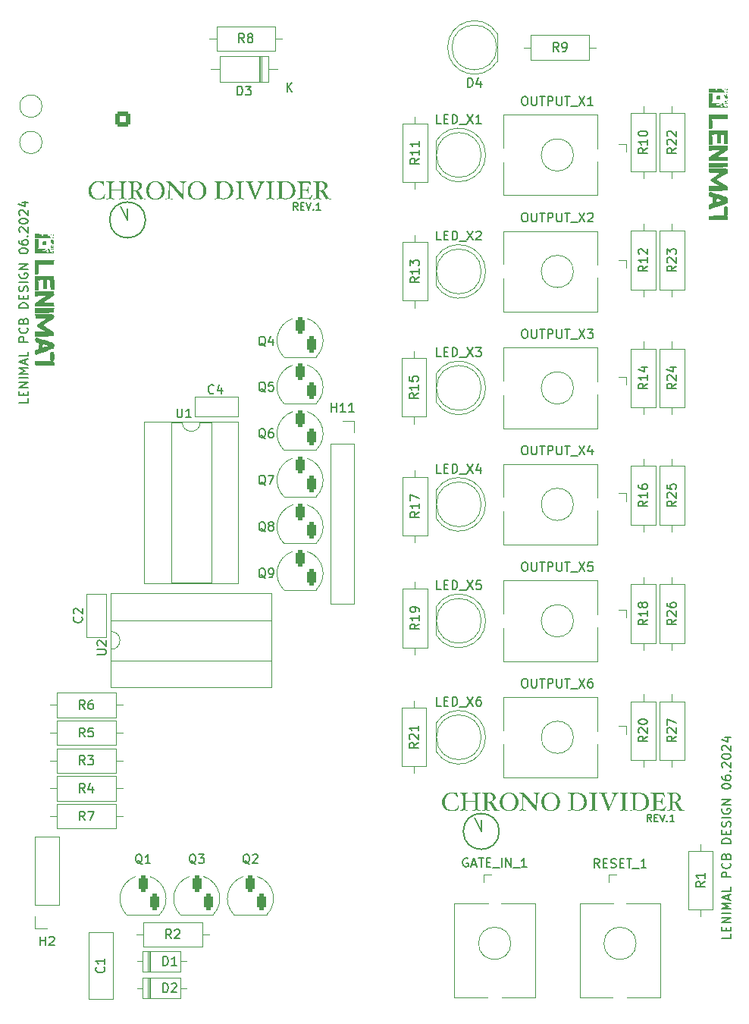
<source format=gto>
G04 #@! TF.GenerationSoftware,KiCad,Pcbnew,8.0.2-1*
G04 #@! TF.CreationDate,2024-06-17T10:37:48+02:00*
G04 #@! TF.ProjectId,chrono-divider,6368726f-6e6f-42d6-9469-76696465722e,rev?*
G04 #@! TF.SameCoordinates,Original*
G04 #@! TF.FileFunction,Legend,Top*
G04 #@! TF.FilePolarity,Positive*
%FSLAX46Y46*%
G04 Gerber Fmt 4.6, Leading zero omitted, Abs format (unit mm)*
G04 Created by KiCad (PCBNEW 8.0.2-1) date 2024-06-17 10:37:48*
%MOMM*%
%LPD*%
G01*
G04 APERTURE LIST*
G04 Aperture macros list*
%AMRoundRect*
0 Rectangle with rounded corners*
0 $1 Rounding radius*
0 $2 $3 $4 $5 $6 $7 $8 $9 X,Y pos of 4 corners*
0 Add a 4 corners polygon primitive as box body*
4,1,4,$2,$3,$4,$5,$6,$7,$8,$9,$2,$3,0*
0 Add four circle primitives for the rounded corners*
1,1,$1+$1,$2,$3*
1,1,$1+$1,$4,$5*
1,1,$1+$1,$6,$7*
1,1,$1+$1,$8,$9*
0 Add four rect primitives between the rounded corners*
20,1,$1+$1,$2,$3,$4,$5,0*
20,1,$1+$1,$4,$5,$6,$7,0*
20,1,$1+$1,$6,$7,$8,$9,0*
20,1,$1+$1,$8,$9,$2,$3,0*%
G04 Aperture macros list end*
%ADD10C,0.150000*%
%ADD11C,0.000000*%
%ADD12C,0.120000*%
%ADD13C,3.200000*%
%ADD14C,1.600000*%
%ADD15O,1.600000X1.600000*%
%ADD16R,1.800000X1.800000*%
%ADD17C,1.800000*%
%ADD18R,1.830000X1.930000*%
%ADD19C,2.130000*%
%ADD20R,1.100000X1.800000*%
%ADD21RoundRect,0.275000X-0.275000X-0.625000X0.275000X-0.625000X0.275000X0.625000X-0.275000X0.625000X0*%
%ADD22R,1.600000X2.400000*%
%ADD23O,1.600000X2.400000*%
%ADD24R,1.930000X1.830000*%
%ADD25R,1.700000X1.700000*%
%ADD26O,1.700000X1.700000*%
%ADD27R,1.600000X1.600000*%
%ADD28C,2.000000*%
%ADD29R,2.400000X1.600000*%
%ADD30O,2.400000X1.600000*%
%ADD31R,2.200000X2.200000*%
%ADD32O,2.200000X2.200000*%
%ADD33C,1.400000*%
%ADD34R,1.200000X1.200000*%
%ADD35C,1.200000*%
%ADD36RoundRect,0.250000X-0.600000X0.600000X-0.600000X-0.600000X0.600000X-0.600000X0.600000X0.600000X0*%
%ADD37C,1.700000*%
G04 APERTURE END LIST*
D10*
X63000000Y-73250000D02*
X62250000Y-71750000D01*
X102500000Y-141500000D02*
X101750000Y-140000000D01*
X63000000Y-73250000D02*
X63000000Y-72000000D01*
X102500000Y-141500000D02*
X102500000Y-140250000D01*
X65000000Y-73250000D02*
G75*
G02*
X61000000Y-73250000I-2000000J0D01*
G01*
X61000000Y-73250000D02*
G75*
G02*
X65000000Y-73250000I2000000J0D01*
G01*
X104500000Y-141500000D02*
G75*
G02*
X100500000Y-141500000I-2000000J0D01*
G01*
X100500000Y-141500000D02*
G75*
G02*
X104500000Y-141500000I2000000J0D01*
G01*
X121496303Y-140394295D02*
X121229636Y-140013342D01*
X121039160Y-140394295D02*
X121039160Y-139594295D01*
X121039160Y-139594295D02*
X121343922Y-139594295D01*
X121343922Y-139594295D02*
X121420112Y-139632390D01*
X121420112Y-139632390D02*
X121458207Y-139670485D01*
X121458207Y-139670485D02*
X121496303Y-139746676D01*
X121496303Y-139746676D02*
X121496303Y-139860961D01*
X121496303Y-139860961D02*
X121458207Y-139937152D01*
X121458207Y-139937152D02*
X121420112Y-139975247D01*
X121420112Y-139975247D02*
X121343922Y-140013342D01*
X121343922Y-140013342D02*
X121039160Y-140013342D01*
X121839160Y-139975247D02*
X122105826Y-139975247D01*
X122220112Y-140394295D02*
X121839160Y-140394295D01*
X121839160Y-140394295D02*
X121839160Y-139594295D01*
X121839160Y-139594295D02*
X122220112Y-139594295D01*
X122448684Y-139594295D02*
X122715351Y-140394295D01*
X122715351Y-140394295D02*
X122982017Y-139594295D01*
X123248684Y-140318104D02*
X123286779Y-140356200D01*
X123286779Y-140356200D02*
X123248684Y-140394295D01*
X123248684Y-140394295D02*
X123210588Y-140356200D01*
X123210588Y-140356200D02*
X123248684Y-140318104D01*
X123248684Y-140318104D02*
X123248684Y-140394295D01*
X124048683Y-140394295D02*
X123591540Y-140394295D01*
X123820112Y-140394295D02*
X123820112Y-139594295D01*
X123820112Y-139594295D02*
X123743921Y-139708580D01*
X123743921Y-139708580D02*
X123667731Y-139784771D01*
X123667731Y-139784771D02*
X123591540Y-139822866D01*
X130369819Y-152937030D02*
X130369819Y-153413220D01*
X130369819Y-153413220D02*
X129369819Y-153413220D01*
X129846009Y-152603696D02*
X129846009Y-152270363D01*
X130369819Y-152127506D02*
X130369819Y-152603696D01*
X130369819Y-152603696D02*
X129369819Y-152603696D01*
X129369819Y-152603696D02*
X129369819Y-152127506D01*
X130369819Y-151698934D02*
X129369819Y-151698934D01*
X129369819Y-151698934D02*
X130369819Y-151127506D01*
X130369819Y-151127506D02*
X129369819Y-151127506D01*
X130369819Y-150651315D02*
X129369819Y-150651315D01*
X130369819Y-150175125D02*
X129369819Y-150175125D01*
X129369819Y-150175125D02*
X130084104Y-149841792D01*
X130084104Y-149841792D02*
X129369819Y-149508459D01*
X129369819Y-149508459D02*
X130369819Y-149508459D01*
X130084104Y-149079887D02*
X130084104Y-148603697D01*
X130369819Y-149175125D02*
X129369819Y-148841792D01*
X129369819Y-148841792D02*
X130369819Y-148508459D01*
X130369819Y-147698935D02*
X130369819Y-148175125D01*
X130369819Y-148175125D02*
X129369819Y-148175125D01*
X130369819Y-146603696D02*
X129369819Y-146603696D01*
X129369819Y-146603696D02*
X129369819Y-146222744D01*
X129369819Y-146222744D02*
X129417438Y-146127506D01*
X129417438Y-146127506D02*
X129465057Y-146079887D01*
X129465057Y-146079887D02*
X129560295Y-146032268D01*
X129560295Y-146032268D02*
X129703152Y-146032268D01*
X129703152Y-146032268D02*
X129798390Y-146079887D01*
X129798390Y-146079887D02*
X129846009Y-146127506D01*
X129846009Y-146127506D02*
X129893628Y-146222744D01*
X129893628Y-146222744D02*
X129893628Y-146603696D01*
X130274580Y-145032268D02*
X130322200Y-145079887D01*
X130322200Y-145079887D02*
X130369819Y-145222744D01*
X130369819Y-145222744D02*
X130369819Y-145317982D01*
X130369819Y-145317982D02*
X130322200Y-145460839D01*
X130322200Y-145460839D02*
X130226961Y-145556077D01*
X130226961Y-145556077D02*
X130131723Y-145603696D01*
X130131723Y-145603696D02*
X129941247Y-145651315D01*
X129941247Y-145651315D02*
X129798390Y-145651315D01*
X129798390Y-145651315D02*
X129607914Y-145603696D01*
X129607914Y-145603696D02*
X129512676Y-145556077D01*
X129512676Y-145556077D02*
X129417438Y-145460839D01*
X129417438Y-145460839D02*
X129369819Y-145317982D01*
X129369819Y-145317982D02*
X129369819Y-145222744D01*
X129369819Y-145222744D02*
X129417438Y-145079887D01*
X129417438Y-145079887D02*
X129465057Y-145032268D01*
X129846009Y-144270363D02*
X129893628Y-144127506D01*
X129893628Y-144127506D02*
X129941247Y-144079887D01*
X129941247Y-144079887D02*
X130036485Y-144032268D01*
X130036485Y-144032268D02*
X130179342Y-144032268D01*
X130179342Y-144032268D02*
X130274580Y-144079887D01*
X130274580Y-144079887D02*
X130322200Y-144127506D01*
X130322200Y-144127506D02*
X130369819Y-144222744D01*
X130369819Y-144222744D02*
X130369819Y-144603696D01*
X130369819Y-144603696D02*
X129369819Y-144603696D01*
X129369819Y-144603696D02*
X129369819Y-144270363D01*
X129369819Y-144270363D02*
X129417438Y-144175125D01*
X129417438Y-144175125D02*
X129465057Y-144127506D01*
X129465057Y-144127506D02*
X129560295Y-144079887D01*
X129560295Y-144079887D02*
X129655533Y-144079887D01*
X129655533Y-144079887D02*
X129750771Y-144127506D01*
X129750771Y-144127506D02*
X129798390Y-144175125D01*
X129798390Y-144175125D02*
X129846009Y-144270363D01*
X129846009Y-144270363D02*
X129846009Y-144603696D01*
X130369819Y-142841791D02*
X129369819Y-142841791D01*
X129369819Y-142841791D02*
X129369819Y-142603696D01*
X129369819Y-142603696D02*
X129417438Y-142460839D01*
X129417438Y-142460839D02*
X129512676Y-142365601D01*
X129512676Y-142365601D02*
X129607914Y-142317982D01*
X129607914Y-142317982D02*
X129798390Y-142270363D01*
X129798390Y-142270363D02*
X129941247Y-142270363D01*
X129941247Y-142270363D02*
X130131723Y-142317982D01*
X130131723Y-142317982D02*
X130226961Y-142365601D01*
X130226961Y-142365601D02*
X130322200Y-142460839D01*
X130322200Y-142460839D02*
X130369819Y-142603696D01*
X130369819Y-142603696D02*
X130369819Y-142841791D01*
X129846009Y-141841791D02*
X129846009Y-141508458D01*
X130369819Y-141365601D02*
X130369819Y-141841791D01*
X130369819Y-141841791D02*
X129369819Y-141841791D01*
X129369819Y-141841791D02*
X129369819Y-141365601D01*
X130322200Y-140984648D02*
X130369819Y-140841791D01*
X130369819Y-140841791D02*
X130369819Y-140603696D01*
X130369819Y-140603696D02*
X130322200Y-140508458D01*
X130322200Y-140508458D02*
X130274580Y-140460839D01*
X130274580Y-140460839D02*
X130179342Y-140413220D01*
X130179342Y-140413220D02*
X130084104Y-140413220D01*
X130084104Y-140413220D02*
X129988866Y-140460839D01*
X129988866Y-140460839D02*
X129941247Y-140508458D01*
X129941247Y-140508458D02*
X129893628Y-140603696D01*
X129893628Y-140603696D02*
X129846009Y-140794172D01*
X129846009Y-140794172D02*
X129798390Y-140889410D01*
X129798390Y-140889410D02*
X129750771Y-140937029D01*
X129750771Y-140937029D02*
X129655533Y-140984648D01*
X129655533Y-140984648D02*
X129560295Y-140984648D01*
X129560295Y-140984648D02*
X129465057Y-140937029D01*
X129465057Y-140937029D02*
X129417438Y-140889410D01*
X129417438Y-140889410D02*
X129369819Y-140794172D01*
X129369819Y-140794172D02*
X129369819Y-140556077D01*
X129369819Y-140556077D02*
X129417438Y-140413220D01*
X130369819Y-139984648D02*
X129369819Y-139984648D01*
X129417438Y-138984649D02*
X129369819Y-139079887D01*
X129369819Y-139079887D02*
X129369819Y-139222744D01*
X129369819Y-139222744D02*
X129417438Y-139365601D01*
X129417438Y-139365601D02*
X129512676Y-139460839D01*
X129512676Y-139460839D02*
X129607914Y-139508458D01*
X129607914Y-139508458D02*
X129798390Y-139556077D01*
X129798390Y-139556077D02*
X129941247Y-139556077D01*
X129941247Y-139556077D02*
X130131723Y-139508458D01*
X130131723Y-139508458D02*
X130226961Y-139460839D01*
X130226961Y-139460839D02*
X130322200Y-139365601D01*
X130322200Y-139365601D02*
X130369819Y-139222744D01*
X130369819Y-139222744D02*
X130369819Y-139127506D01*
X130369819Y-139127506D02*
X130322200Y-138984649D01*
X130322200Y-138984649D02*
X130274580Y-138937030D01*
X130274580Y-138937030D02*
X129941247Y-138937030D01*
X129941247Y-138937030D02*
X129941247Y-139127506D01*
X130369819Y-138508458D02*
X129369819Y-138508458D01*
X129369819Y-138508458D02*
X130369819Y-137937030D01*
X130369819Y-137937030D02*
X129369819Y-137937030D01*
X129369819Y-136508458D02*
X129369819Y-136413220D01*
X129369819Y-136413220D02*
X129417438Y-136317982D01*
X129417438Y-136317982D02*
X129465057Y-136270363D01*
X129465057Y-136270363D02*
X129560295Y-136222744D01*
X129560295Y-136222744D02*
X129750771Y-136175125D01*
X129750771Y-136175125D02*
X129988866Y-136175125D01*
X129988866Y-136175125D02*
X130179342Y-136222744D01*
X130179342Y-136222744D02*
X130274580Y-136270363D01*
X130274580Y-136270363D02*
X130322200Y-136317982D01*
X130322200Y-136317982D02*
X130369819Y-136413220D01*
X130369819Y-136413220D02*
X130369819Y-136508458D01*
X130369819Y-136508458D02*
X130322200Y-136603696D01*
X130322200Y-136603696D02*
X130274580Y-136651315D01*
X130274580Y-136651315D02*
X130179342Y-136698934D01*
X130179342Y-136698934D02*
X129988866Y-136746553D01*
X129988866Y-136746553D02*
X129750771Y-136746553D01*
X129750771Y-136746553D02*
X129560295Y-136698934D01*
X129560295Y-136698934D02*
X129465057Y-136651315D01*
X129465057Y-136651315D02*
X129417438Y-136603696D01*
X129417438Y-136603696D02*
X129369819Y-136508458D01*
X129369819Y-135317982D02*
X129369819Y-135508458D01*
X129369819Y-135508458D02*
X129417438Y-135603696D01*
X129417438Y-135603696D02*
X129465057Y-135651315D01*
X129465057Y-135651315D02*
X129607914Y-135746553D01*
X129607914Y-135746553D02*
X129798390Y-135794172D01*
X129798390Y-135794172D02*
X130179342Y-135794172D01*
X130179342Y-135794172D02*
X130274580Y-135746553D01*
X130274580Y-135746553D02*
X130322200Y-135698934D01*
X130322200Y-135698934D02*
X130369819Y-135603696D01*
X130369819Y-135603696D02*
X130369819Y-135413220D01*
X130369819Y-135413220D02*
X130322200Y-135317982D01*
X130322200Y-135317982D02*
X130274580Y-135270363D01*
X130274580Y-135270363D02*
X130179342Y-135222744D01*
X130179342Y-135222744D02*
X129941247Y-135222744D01*
X129941247Y-135222744D02*
X129846009Y-135270363D01*
X129846009Y-135270363D02*
X129798390Y-135317982D01*
X129798390Y-135317982D02*
X129750771Y-135413220D01*
X129750771Y-135413220D02*
X129750771Y-135603696D01*
X129750771Y-135603696D02*
X129798390Y-135698934D01*
X129798390Y-135698934D02*
X129846009Y-135746553D01*
X129846009Y-135746553D02*
X129941247Y-135794172D01*
X130274580Y-134794172D02*
X130322200Y-134746553D01*
X130322200Y-134746553D02*
X130369819Y-134794172D01*
X130369819Y-134794172D02*
X130322200Y-134841791D01*
X130322200Y-134841791D02*
X130274580Y-134794172D01*
X130274580Y-134794172D02*
X130369819Y-134794172D01*
X129465057Y-134365601D02*
X129417438Y-134317982D01*
X129417438Y-134317982D02*
X129369819Y-134222744D01*
X129369819Y-134222744D02*
X129369819Y-133984649D01*
X129369819Y-133984649D02*
X129417438Y-133889411D01*
X129417438Y-133889411D02*
X129465057Y-133841792D01*
X129465057Y-133841792D02*
X129560295Y-133794173D01*
X129560295Y-133794173D02*
X129655533Y-133794173D01*
X129655533Y-133794173D02*
X129798390Y-133841792D01*
X129798390Y-133841792D02*
X130369819Y-134413220D01*
X130369819Y-134413220D02*
X130369819Y-133794173D01*
X129369819Y-133175125D02*
X129369819Y-133079887D01*
X129369819Y-133079887D02*
X129417438Y-132984649D01*
X129417438Y-132984649D02*
X129465057Y-132937030D01*
X129465057Y-132937030D02*
X129560295Y-132889411D01*
X129560295Y-132889411D02*
X129750771Y-132841792D01*
X129750771Y-132841792D02*
X129988866Y-132841792D01*
X129988866Y-132841792D02*
X130179342Y-132889411D01*
X130179342Y-132889411D02*
X130274580Y-132937030D01*
X130274580Y-132937030D02*
X130322200Y-132984649D01*
X130322200Y-132984649D02*
X130369819Y-133079887D01*
X130369819Y-133079887D02*
X130369819Y-133175125D01*
X130369819Y-133175125D02*
X130322200Y-133270363D01*
X130322200Y-133270363D02*
X130274580Y-133317982D01*
X130274580Y-133317982D02*
X130179342Y-133365601D01*
X130179342Y-133365601D02*
X129988866Y-133413220D01*
X129988866Y-133413220D02*
X129750771Y-133413220D01*
X129750771Y-133413220D02*
X129560295Y-133365601D01*
X129560295Y-133365601D02*
X129465057Y-133317982D01*
X129465057Y-133317982D02*
X129417438Y-133270363D01*
X129417438Y-133270363D02*
X129369819Y-133175125D01*
X129465057Y-132460839D02*
X129417438Y-132413220D01*
X129417438Y-132413220D02*
X129369819Y-132317982D01*
X129369819Y-132317982D02*
X129369819Y-132079887D01*
X129369819Y-132079887D02*
X129417438Y-131984649D01*
X129417438Y-131984649D02*
X129465057Y-131937030D01*
X129465057Y-131937030D02*
X129560295Y-131889411D01*
X129560295Y-131889411D02*
X129655533Y-131889411D01*
X129655533Y-131889411D02*
X129798390Y-131937030D01*
X129798390Y-131937030D02*
X130369819Y-132508458D01*
X130369819Y-132508458D02*
X130369819Y-131889411D01*
X129703152Y-131032268D02*
X130369819Y-131032268D01*
X129322200Y-131270363D02*
X130036485Y-131508458D01*
X130036485Y-131508458D02*
X130036485Y-130889411D01*
G36*
X60490579Y-70400997D02*
G01*
X60468493Y-70500661D01*
X60446688Y-70603036D01*
X60425163Y-70708122D01*
X60403918Y-70815920D01*
X60391905Y-70878736D01*
X60288035Y-70887752D01*
X60186826Y-70903781D01*
X60100767Y-70919769D01*
X60004413Y-70937698D01*
X59904503Y-70953927D01*
X59806806Y-70966292D01*
X59701186Y-70972526D01*
X59602954Y-70969413D01*
X59490114Y-70957460D01*
X59382769Y-70936543D01*
X59280920Y-70906662D01*
X59184566Y-70867816D01*
X59138450Y-70845031D01*
X59051519Y-70793173D01*
X58972075Y-70733587D01*
X58900119Y-70666274D01*
X58835650Y-70591232D01*
X58778669Y-70508462D01*
X58761339Y-70479155D01*
X58715521Y-70388074D01*
X58679182Y-70293248D01*
X58652323Y-70194679D01*
X58634944Y-70092366D01*
X58627044Y-69986309D01*
X58626517Y-69950125D01*
X58631532Y-69844160D01*
X58646576Y-69741320D01*
X58671649Y-69641606D01*
X58706751Y-69545018D01*
X58751883Y-69451555D01*
X58769155Y-69421095D01*
X58826588Y-69334015D01*
X58891544Y-69254491D01*
X58964021Y-69182523D01*
X59044020Y-69118112D01*
X59131541Y-69061257D01*
X59162386Y-69043984D01*
X59258574Y-68998166D01*
X59359192Y-68961827D01*
X59464242Y-68934968D01*
X59573722Y-68917588D01*
X59687632Y-68909689D01*
X59726587Y-68909162D01*
X59828219Y-68913260D01*
X59927172Y-68922710D01*
X60027067Y-68935716D01*
X60081228Y-68943845D01*
X60180146Y-68958528D01*
X60281354Y-68969486D01*
X60333286Y-68971688D01*
X60344094Y-69075369D01*
X60356456Y-69174706D01*
X60371529Y-69282083D01*
X60386608Y-69380520D01*
X60397766Y-69449427D01*
X60352826Y-69471898D01*
X60319120Y-69448939D01*
X60286422Y-69356035D01*
X60232193Y-69261809D01*
X60168484Y-69187201D01*
X60100767Y-69128981D01*
X60014030Y-69073843D01*
X59920882Y-69034459D01*
X59821323Y-69010828D01*
X59715352Y-69002951D01*
X59614735Y-69009654D01*
X59500796Y-69035391D01*
X59394276Y-69080431D01*
X59311176Y-69132709D01*
X59233228Y-69198392D01*
X59160432Y-69277480D01*
X59095839Y-69366288D01*
X59042194Y-69461130D01*
X58999497Y-69562007D01*
X58967747Y-69668918D01*
X58946946Y-69781863D01*
X58937093Y-69900843D01*
X58936217Y-69950125D01*
X58941644Y-70068058D01*
X58957922Y-70180362D01*
X58985054Y-70287037D01*
X59023038Y-70388083D01*
X59071875Y-70483500D01*
X59131564Y-70573288D01*
X59158478Y-70607627D01*
X59230344Y-70685730D01*
X59307027Y-70750595D01*
X59405408Y-70810959D01*
X59510726Y-70852261D01*
X59622982Y-70874500D01*
X59701674Y-70878736D01*
X59822643Y-70871272D01*
X59934468Y-70848878D01*
X60037149Y-70811554D01*
X60130687Y-70759302D01*
X60215080Y-70692120D01*
X60290330Y-70610008D01*
X60356436Y-70512967D01*
X60413398Y-70400997D01*
X60451500Y-70378527D01*
X60490579Y-70400997D01*
G37*
G36*
X62910048Y-70909511D02*
G01*
X62887578Y-70941263D01*
X62783042Y-70937355D01*
X62685158Y-70928425D01*
X62660921Y-70925631D01*
X62559982Y-70914945D01*
X62462254Y-70910061D01*
X62451360Y-70910000D01*
X62352569Y-70914411D01*
X62253035Y-70925631D01*
X62154180Y-70936317D01*
X62052422Y-70941202D01*
X62040544Y-70941263D01*
X62018073Y-70909511D01*
X62042009Y-70878736D01*
X62139525Y-70862636D01*
X62217864Y-70838681D01*
X62291625Y-70771270D01*
X62306974Y-70671342D01*
X62307745Y-70631074D01*
X62307745Y-69972107D01*
X61234542Y-69972107D01*
X61234542Y-70631074D01*
X61240839Y-70731863D01*
X61250662Y-70771270D01*
X61324424Y-70838681D01*
X61420709Y-70866234D01*
X61501744Y-70878736D01*
X61524214Y-70909511D01*
X61501744Y-70941263D01*
X61401482Y-70937355D01*
X61303936Y-70927524D01*
X61289253Y-70925631D01*
X61189719Y-70914411D01*
X61090928Y-70910000D01*
X60988552Y-70914411D01*
X60887679Y-70924669D01*
X60879902Y-70925631D01*
X60779580Y-70935752D01*
X60678852Y-70941018D01*
X60654710Y-70941263D01*
X60632240Y-70909511D01*
X60654710Y-70878736D01*
X60758986Y-70861688D01*
X60854302Y-70831474D01*
X60886252Y-70812791D01*
X60937235Y-70726813D01*
X60947313Y-70631074D01*
X60947313Y-69252079D01*
X60938702Y-69151789D01*
X60922889Y-69107976D01*
X60844034Y-69045093D01*
X60836427Y-69042030D01*
X60736363Y-69015316D01*
X60654710Y-69002951D01*
X60632240Y-68971688D01*
X60654710Y-68940425D01*
X60758147Y-68944333D01*
X60855677Y-68953263D01*
X60879902Y-68956057D01*
X60981843Y-68966742D01*
X61080028Y-68971627D01*
X61090928Y-68971688D01*
X61189719Y-68967277D01*
X61289253Y-68956057D01*
X61388108Y-68945371D01*
X61489866Y-68940486D01*
X61501744Y-68940425D01*
X61524214Y-68971688D01*
X61501744Y-69002951D01*
X61400130Y-69019446D01*
X61335659Y-69038122D01*
X61257013Y-69097718D01*
X61235947Y-69198468D01*
X61234542Y-69252079D01*
X61234542Y-69878318D01*
X62307745Y-69878318D01*
X62307745Y-69252079D01*
X62301449Y-69151100D01*
X62291625Y-69111395D01*
X62218353Y-69043496D01*
X62122335Y-69015522D01*
X62040544Y-69002951D01*
X62018073Y-68971688D01*
X62040544Y-68940425D01*
X62140806Y-68944333D01*
X62238352Y-68954164D01*
X62253035Y-68956057D01*
X62352569Y-68967277D01*
X62451360Y-68971688D01*
X62553323Y-68967277D01*
X62653233Y-68957018D01*
X62660921Y-68956057D01*
X62761484Y-68945936D01*
X62863093Y-68940669D01*
X62887578Y-68940425D01*
X62910048Y-68971688D01*
X62887578Y-69002951D01*
X62788044Y-69018837D01*
X62705861Y-69042030D01*
X62624393Y-69100258D01*
X62619399Y-69107976D01*
X62596502Y-69204604D01*
X62594975Y-69252079D01*
X62594975Y-70631074D01*
X62606662Y-70732935D01*
X62656036Y-70812791D01*
X62751794Y-70854028D01*
X62856574Y-70874671D01*
X62887578Y-70878736D01*
X62910048Y-70909511D01*
G37*
G36*
X64064594Y-68945096D02*
G01*
X64167204Y-68959110D01*
X64274284Y-68987266D01*
X64367760Y-69028139D01*
X64437055Y-69073293D01*
X64512281Y-69146444D01*
X64566015Y-69233028D01*
X64598255Y-69333046D01*
X64608834Y-69431580D01*
X64609002Y-69446496D01*
X64594918Y-69548401D01*
X64552665Y-69645226D01*
X64489811Y-69728841D01*
X64416395Y-69797217D01*
X64329687Y-69856164D01*
X64241454Y-69900647D01*
X64168387Y-69929120D01*
X64623168Y-70656964D01*
X64678492Y-70737534D01*
X64756833Y-70803968D01*
X64767759Y-70810348D01*
X64862485Y-70849947D01*
X64962986Y-70873500D01*
X64997348Y-70878736D01*
X65016887Y-70909511D01*
X64994417Y-70941263D01*
X64891379Y-70932720D01*
X64823935Y-70923189D01*
X64725248Y-70910631D01*
X64710118Y-70910000D01*
X64608315Y-70921128D01*
X64582135Y-70925631D01*
X64484281Y-70939736D01*
X64454152Y-70941263D01*
X64027704Y-70229050D01*
X63969951Y-70142216D01*
X63904220Y-70063248D01*
X63882135Y-70044403D01*
X63784247Y-70011224D01*
X63679833Y-70003530D01*
X63659385Y-70003370D01*
X63659385Y-70631563D01*
X63667996Y-70730629D01*
X63683810Y-70774200D01*
X63763580Y-70837026D01*
X63771249Y-70840146D01*
X63870587Y-70866440D01*
X63950523Y-70878736D01*
X63974459Y-70909511D01*
X63951988Y-70941263D01*
X63848551Y-70937355D01*
X63751021Y-70928425D01*
X63726796Y-70925631D01*
X63624856Y-70914945D01*
X63526670Y-70910061D01*
X63515771Y-70910000D01*
X63413808Y-70914411D01*
X63313898Y-70924669D01*
X63306210Y-70925631D01*
X63206838Y-70935752D01*
X63106603Y-70941018D01*
X63082484Y-70941263D01*
X63060013Y-70909511D01*
X63082484Y-70878736D01*
X63179914Y-70862958D01*
X63261270Y-70840146D01*
X63342821Y-70782237D01*
X63347732Y-70774689D01*
X63370629Y-70678518D01*
X63372156Y-70631074D01*
X63372156Y-69263803D01*
X63659385Y-69263803D01*
X63659385Y-69909581D01*
X63757917Y-69918347D01*
X63856866Y-69920805D01*
X63864549Y-69920816D01*
X63970215Y-69913947D01*
X64070769Y-69889797D01*
X64159746Y-69842570D01*
X64195254Y-69810907D01*
X64250123Y-69729028D01*
X64282130Y-69633313D01*
X64296761Y-69530715D01*
X64299302Y-69458220D01*
X64293699Y-69358844D01*
X64270940Y-69253256D01*
X64220519Y-69153880D01*
X64144888Y-69084317D01*
X64044046Y-69044566D01*
X63940753Y-69034214D01*
X63842379Y-69038508D01*
X63760990Y-69053754D01*
X63680735Y-69113158D01*
X63679413Y-69115792D01*
X63660637Y-69214801D01*
X63659385Y-69263803D01*
X63372156Y-69263803D01*
X63372156Y-69252079D01*
X63363890Y-69153013D01*
X63348709Y-69109441D01*
X63271314Y-69045700D01*
X63263712Y-69042519D01*
X63164069Y-69015385D01*
X63082484Y-69002951D01*
X63060013Y-68971688D01*
X63082484Y-68940425D01*
X63185554Y-68944333D01*
X63290167Y-68954164D01*
X63306210Y-68956057D01*
X63407149Y-68966742D01*
X63504877Y-68971627D01*
X63515771Y-68971688D01*
X63618147Y-68967277D01*
X63719019Y-68957018D01*
X63726796Y-68956057D01*
X63827118Y-68945936D01*
X63927846Y-68940669D01*
X63951988Y-68940425D01*
X64064594Y-68945096D01*
G37*
G36*
X66222355Y-68913765D02*
G01*
X66329234Y-68927572D01*
X66430756Y-68950584D01*
X66526919Y-68982801D01*
X66617723Y-69024223D01*
X66703170Y-69074850D01*
X66783259Y-69134682D01*
X66857990Y-69203719D01*
X66925653Y-69279816D01*
X66984294Y-69360828D01*
X67033913Y-69446756D01*
X67074511Y-69537599D01*
X67106087Y-69633357D01*
X67128641Y-69734031D01*
X67142174Y-69839620D01*
X67146685Y-69950125D01*
X67142197Y-70060042D01*
X67128733Y-70164845D01*
X67106293Y-70264534D01*
X67074877Y-70359110D01*
X67034486Y-70448571D01*
X66985118Y-70532919D01*
X66926775Y-70612153D01*
X66859455Y-70686273D01*
X66785022Y-70753364D01*
X66705094Y-70811509D01*
X66619670Y-70860708D01*
X66528750Y-70900963D01*
X66432336Y-70932271D01*
X66330425Y-70954635D01*
X66223019Y-70968053D01*
X66110118Y-70972526D01*
X65997110Y-70968053D01*
X65889628Y-70954635D01*
X65787672Y-70932271D01*
X65691242Y-70900963D01*
X65600338Y-70860708D01*
X65514959Y-70811509D01*
X65435107Y-70753364D01*
X65360781Y-70686273D01*
X65293691Y-70612153D01*
X65235546Y-70532919D01*
X65175444Y-70426685D01*
X65137426Y-70335945D01*
X65108353Y-70240091D01*
X65088226Y-70139124D01*
X65077044Y-70033042D01*
X65074528Y-69950125D01*
X65384228Y-69950125D01*
X65387312Y-70051341D01*
X65399839Y-70170927D01*
X65422002Y-70282809D01*
X65453801Y-70386986D01*
X65495237Y-70483460D01*
X65546308Y-70572229D01*
X65581577Y-70621793D01*
X65646644Y-70695815D01*
X65733290Y-70768080D01*
X65829277Y-70822279D01*
X65934607Y-70858412D01*
X66049279Y-70876478D01*
X66110118Y-70878736D01*
X66209821Y-70872463D01*
X66321059Y-70848375D01*
X66423125Y-70806220D01*
X66516022Y-70745999D01*
X66599747Y-70667712D01*
X66638171Y-70621793D01*
X66695587Y-70537646D01*
X66743272Y-70445795D01*
X66781225Y-70346240D01*
X66809446Y-70238980D01*
X66827936Y-70124017D01*
X66835722Y-70026499D01*
X66837473Y-69950125D01*
X66834336Y-69848100D01*
X66824925Y-69750853D01*
X66804339Y-69636014D01*
X66773949Y-69528640D01*
X66733756Y-69428732D01*
X66683761Y-69336289D01*
X66636706Y-69267711D01*
X66571042Y-69191437D01*
X66484122Y-69116974D01*
X66388340Y-69061126D01*
X66283698Y-69023894D01*
X66170193Y-69005278D01*
X66110118Y-69002951D01*
X66010825Y-69009415D01*
X65899954Y-69034236D01*
X65798116Y-69077673D01*
X65705312Y-69139726D01*
X65621540Y-69220395D01*
X65583042Y-69267711D01*
X65525767Y-69354181D01*
X65478199Y-69448116D01*
X65440339Y-69549518D01*
X65412187Y-69658385D01*
X65393742Y-69774717D01*
X65385976Y-69873159D01*
X65384228Y-69950125D01*
X65074528Y-69950125D01*
X65079032Y-69839620D01*
X65092541Y-69734031D01*
X65115058Y-69633357D01*
X65146580Y-69537599D01*
X65187109Y-69446756D01*
X65236645Y-69360828D01*
X65295187Y-69279816D01*
X65362735Y-69203719D01*
X65437565Y-69134682D01*
X65517707Y-69074850D01*
X65603162Y-69024223D01*
X65693928Y-68982801D01*
X65790007Y-68950584D01*
X65891399Y-68927572D01*
X65998102Y-68913765D01*
X66110118Y-68909162D01*
X66222355Y-68913765D01*
G37*
G36*
X69595952Y-68972177D02*
G01*
X69573482Y-69002951D01*
X69474353Y-69018045D01*
X69377722Y-69045369D01*
X69332170Y-69069385D01*
X69276655Y-69154049D01*
X69264270Y-69246706D01*
X69233007Y-70944193D01*
X69199302Y-70972526D01*
X69154361Y-70950055D01*
X67704047Y-69297997D01*
X67684019Y-70634494D01*
X67682554Y-70655987D01*
X67701579Y-70754705D01*
X67749965Y-70811814D01*
X67844853Y-70851259D01*
X67941400Y-70871435D01*
X67993719Y-70878736D01*
X68016189Y-70909511D01*
X67993719Y-70941263D01*
X67893976Y-70936317D01*
X67792463Y-70925631D01*
X67692392Y-70914411D01*
X67608304Y-70910000D01*
X67507379Y-70915510D01*
X67418283Y-70925631D01*
X67315945Y-70937355D01*
X67239497Y-70941263D01*
X67217027Y-70909511D01*
X67242428Y-70878736D01*
X67340688Y-70862660D01*
X67436333Y-70834772D01*
X67481297Y-70810837D01*
X67537094Y-70725076D01*
X67550662Y-70631074D01*
X67599511Y-69252079D01*
X67599511Y-69238890D01*
X67583025Y-69138140D01*
X67533565Y-69073293D01*
X67439043Y-69032260D01*
X67340906Y-69010851D01*
X67287369Y-69002951D01*
X67267829Y-68971688D01*
X67290300Y-68940425D01*
X67391241Y-68949966D01*
X67428053Y-68956057D01*
X67527085Y-68970940D01*
X67546266Y-68971688D01*
X67643433Y-68960560D01*
X67664480Y-68956057D01*
X67762463Y-68941173D01*
X67785624Y-68940425D01*
X69140195Y-70482086D01*
X69140195Y-69248171D01*
X69125168Y-69148516D01*
X69071807Y-69074759D01*
X68982498Y-69034165D01*
X68884398Y-69012173D01*
X68819260Y-69002951D01*
X68796789Y-68972177D01*
X68819260Y-68940425D01*
X68920909Y-68945371D01*
X69021981Y-68956057D01*
X69121107Y-68967277D01*
X69205163Y-68971688D01*
X69305916Y-68966178D01*
X69394696Y-68956057D01*
X69497278Y-68944333D01*
X69573482Y-68940425D01*
X69595952Y-68972177D01*
G37*
G36*
X70864923Y-68913765D02*
G01*
X70971803Y-68927572D01*
X71073324Y-68950584D01*
X71169487Y-68982801D01*
X71260292Y-69024223D01*
X71345738Y-69074850D01*
X71425827Y-69134682D01*
X71500558Y-69203719D01*
X71568221Y-69279816D01*
X71626862Y-69360828D01*
X71676481Y-69446756D01*
X71717079Y-69537599D01*
X71748655Y-69633357D01*
X71771209Y-69734031D01*
X71784742Y-69839620D01*
X71789253Y-69950125D01*
X71784765Y-70060042D01*
X71771301Y-70164845D01*
X71748861Y-70264534D01*
X71717445Y-70359110D01*
X71677054Y-70448571D01*
X71627686Y-70532919D01*
X71569343Y-70612153D01*
X71502023Y-70686273D01*
X71427590Y-70753364D01*
X71347662Y-70811509D01*
X71262238Y-70860708D01*
X71171318Y-70900963D01*
X71074904Y-70932271D01*
X70972993Y-70954635D01*
X70865587Y-70968053D01*
X70752686Y-70972526D01*
X70639678Y-70968053D01*
X70532196Y-70954635D01*
X70430240Y-70932271D01*
X70333810Y-70900963D01*
X70242906Y-70860708D01*
X70157527Y-70811509D01*
X70077675Y-70753364D01*
X70003349Y-70686273D01*
X69936259Y-70612153D01*
X69878114Y-70532919D01*
X69818012Y-70426685D01*
X69779994Y-70335945D01*
X69750921Y-70240091D01*
X69730794Y-70139124D01*
X69719612Y-70033042D01*
X69717096Y-69950125D01*
X70026796Y-69950125D01*
X70029880Y-70051341D01*
X70042407Y-70170927D01*
X70064570Y-70282809D01*
X70096369Y-70386986D01*
X70137805Y-70483460D01*
X70188876Y-70572229D01*
X70224145Y-70621793D01*
X70289212Y-70695815D01*
X70375858Y-70768080D01*
X70471845Y-70822279D01*
X70577175Y-70858412D01*
X70691847Y-70876478D01*
X70752686Y-70878736D01*
X70852389Y-70872463D01*
X70963627Y-70848375D01*
X71065693Y-70806220D01*
X71158590Y-70745999D01*
X71242315Y-70667712D01*
X71280739Y-70621793D01*
X71338155Y-70537646D01*
X71385840Y-70445795D01*
X71423793Y-70346240D01*
X71452015Y-70238980D01*
X71470504Y-70124017D01*
X71478290Y-70026499D01*
X71480041Y-69950125D01*
X71476904Y-69848100D01*
X71467493Y-69750853D01*
X71446907Y-69636014D01*
X71416517Y-69528640D01*
X71376325Y-69428732D01*
X71326329Y-69336289D01*
X71279274Y-69267711D01*
X71213610Y-69191437D01*
X71126690Y-69116974D01*
X71030908Y-69061126D01*
X70926266Y-69023894D01*
X70812761Y-69005278D01*
X70752686Y-69002951D01*
X70653393Y-69009415D01*
X70542522Y-69034236D01*
X70440685Y-69077673D01*
X70347880Y-69139726D01*
X70264108Y-69220395D01*
X70225610Y-69267711D01*
X70168335Y-69354181D01*
X70120767Y-69448116D01*
X70082907Y-69549518D01*
X70054755Y-69658385D01*
X70036310Y-69774717D01*
X70028544Y-69873159D01*
X70026796Y-69950125D01*
X69717096Y-69950125D01*
X69721600Y-69839620D01*
X69735109Y-69734031D01*
X69757626Y-69633357D01*
X69789148Y-69537599D01*
X69829677Y-69446756D01*
X69879213Y-69360828D01*
X69937755Y-69279816D01*
X70005303Y-69203719D01*
X70080133Y-69134682D01*
X70160275Y-69074850D01*
X70245730Y-69024223D01*
X70336496Y-68982801D01*
X70432575Y-68950584D01*
X70533967Y-68927572D01*
X70640670Y-68913765D01*
X70752686Y-68909162D01*
X70864923Y-68913765D01*
G37*
G36*
X73845449Y-68944837D02*
G01*
X73957061Y-68958072D01*
X74062887Y-68980130D01*
X74162927Y-69011011D01*
X74257182Y-69050716D01*
X74345651Y-69099244D01*
X74428335Y-69156595D01*
X74505233Y-69222770D01*
X74574728Y-69295898D01*
X74634957Y-69374109D01*
X74697212Y-69479021D01*
X74736593Y-69568670D01*
X74766707Y-69663402D01*
X74787556Y-69763217D01*
X74799138Y-69868115D01*
X74801744Y-69950125D01*
X74797210Y-70058691D01*
X74783609Y-70161884D01*
X74760940Y-70259703D01*
X74729204Y-70352149D01*
X74676782Y-70460150D01*
X74610193Y-70559755D01*
X74529435Y-70650965D01*
X74511584Y-70668199D01*
X74435975Y-70732198D01*
X74353986Y-70787664D01*
X74265616Y-70834597D01*
X74170865Y-70872997D01*
X74069733Y-70902863D01*
X73962220Y-70924196D01*
X73848327Y-70936996D01*
X73728053Y-70941263D01*
X73626431Y-70936851D01*
X73522621Y-70929295D01*
X73477459Y-70925631D01*
X73378575Y-70918075D01*
X73278466Y-70911847D01*
X73218562Y-70910000D01*
X73104880Y-70911495D01*
X72992508Y-70915983D01*
X72881444Y-70923463D01*
X72771689Y-70933935D01*
X72709560Y-70941263D01*
X72687090Y-70909511D01*
X72709560Y-70878736D01*
X72806990Y-70862958D01*
X72888346Y-70840146D01*
X72969897Y-70782237D01*
X72974808Y-70774689D01*
X72997705Y-70677786D01*
X72999232Y-70630097D01*
X72999232Y-69253056D01*
X72995463Y-69207627D01*
X73286461Y-69207627D01*
X73286461Y-70674061D01*
X73309817Y-70774376D01*
X73396104Y-70832893D01*
X73452547Y-70838681D01*
X73716817Y-70847473D01*
X73816706Y-70841200D01*
X73929867Y-70817112D01*
X74035712Y-70774957D01*
X74134241Y-70714736D01*
X74210760Y-70650751D01*
X74268318Y-70590530D01*
X74332770Y-70507146D01*
X74386298Y-70417585D01*
X74428903Y-70321846D01*
X74460583Y-70219929D01*
X74481339Y-70111835D01*
X74491170Y-69997564D01*
X74492044Y-69950125D01*
X74486701Y-69830332D01*
X74470673Y-69717026D01*
X74443959Y-69610208D01*
X74406559Y-69509877D01*
X74358474Y-69416035D01*
X74299703Y-69328680D01*
X74273203Y-69295554D01*
X74202119Y-69220266D01*
X74125646Y-69157738D01*
X74026762Y-69099549D01*
X73920115Y-69059736D01*
X73805706Y-69038298D01*
X73725122Y-69034214D01*
X73716817Y-69034214D01*
X73452547Y-69040076D01*
X73351338Y-69066386D01*
X73292300Y-69152472D01*
X73286461Y-69207627D01*
X72995463Y-69207627D01*
X72990966Y-69153410D01*
X72975785Y-69109441D01*
X72898390Y-69045700D01*
X72890788Y-69042519D01*
X72791145Y-69015385D01*
X72709560Y-69002951D01*
X72687090Y-68971688D01*
X72709560Y-68940425D01*
X72816378Y-68955538D01*
X72919120Y-68963872D01*
X73020878Y-68968635D01*
X73135275Y-68971200D01*
X73218562Y-68971688D01*
X73323987Y-68967277D01*
X73430992Y-68959720D01*
X73477459Y-68956057D01*
X73582951Y-68947814D01*
X73683149Y-68941662D01*
X73728053Y-68940425D01*
X73845449Y-68944837D01*
G37*
G36*
X75994626Y-70909511D02*
G01*
X75972156Y-70941263D01*
X75869085Y-70937355D01*
X75764473Y-70927524D01*
X75748429Y-70925631D01*
X75647490Y-70914945D01*
X75549763Y-70910061D01*
X75538869Y-70910000D01*
X75436907Y-70914411D01*
X75336996Y-70924669D01*
X75329309Y-70925631D01*
X75228745Y-70935752D01*
X75127137Y-70941018D01*
X75102651Y-70941263D01*
X75080181Y-70909511D01*
X75102651Y-70878736D01*
X75206928Y-70861688D01*
X75302243Y-70831474D01*
X75334193Y-70812791D01*
X75385177Y-70726813D01*
X75395254Y-70631074D01*
X75395254Y-69252079D01*
X75386471Y-69151789D01*
X75370341Y-69107976D01*
X75291487Y-69045093D01*
X75283879Y-69042030D01*
X75184236Y-69015316D01*
X75102651Y-69002951D01*
X75080181Y-68971688D01*
X75102651Y-68940425D01*
X75207187Y-68944333D01*
X75305071Y-68953263D01*
X75329309Y-68956057D01*
X75430248Y-68966742D01*
X75527975Y-68971627D01*
X75538869Y-68971688D01*
X75640831Y-68967277D01*
X75740742Y-68957018D01*
X75748429Y-68956057D01*
X75847802Y-68945936D01*
X75948037Y-68940669D01*
X75972156Y-68940425D01*
X75994626Y-68971688D01*
X75972156Y-69002951D01*
X75873674Y-69018837D01*
X75791905Y-69042030D01*
X75711238Y-69099455D01*
X75706420Y-69106999D01*
X75683980Y-69203994D01*
X75682484Y-69252079D01*
X75682484Y-70631074D01*
X75690922Y-70730313D01*
X75706420Y-70774200D01*
X75783929Y-70837026D01*
X75791416Y-70840146D01*
X75890067Y-70866440D01*
X75970690Y-70878736D01*
X75994626Y-70909511D01*
G37*
G36*
X78318841Y-68967292D02*
G01*
X78288066Y-69002951D01*
X78191001Y-69022199D01*
X78104058Y-69067442D01*
X78100000Y-69070851D01*
X78037431Y-69152947D01*
X77992857Y-69241904D01*
X77960293Y-69320467D01*
X77253942Y-70950055D01*
X77214863Y-70972526D01*
X77178227Y-70948590D01*
X76547592Y-69320467D01*
X76513736Y-69227866D01*
X76471909Y-69136657D01*
X76460642Y-69118722D01*
X76386247Y-69052725D01*
X76368806Y-69044473D01*
X76268896Y-69016804D01*
X76182205Y-69002951D01*
X76162665Y-68993670D01*
X76153872Y-68971688D01*
X76173412Y-68940425D01*
X76272697Y-68944333D01*
X76374871Y-68955095D01*
X76381995Y-68956057D01*
X76484455Y-68967780D01*
X76575924Y-68971688D01*
X76678714Y-68967277D01*
X76780548Y-68957018D01*
X76788415Y-68956057D01*
X76889686Y-68945936D01*
X76990908Y-68940669D01*
X77015073Y-68940425D01*
X77037543Y-68971688D01*
X77023377Y-69002951D01*
X76922298Y-69014164D01*
X76844591Y-69039588D01*
X76790362Y-69121278D01*
X76789881Y-69132889D01*
X76810453Y-69230955D01*
X76823586Y-69271130D01*
X77310118Y-70534354D01*
X77815212Y-69309232D01*
X77837042Y-69213367D01*
X77840614Y-69173433D01*
X77806198Y-69076873D01*
X77714185Y-69022756D01*
X77610939Y-69004064D01*
X77595882Y-69002951D01*
X77578785Y-68971688D01*
X77604187Y-68940425D01*
X77703067Y-68946531D01*
X77777599Y-68956057D01*
X77879165Y-68967277D01*
X77972993Y-68971688D01*
X78071057Y-68964956D01*
X78134682Y-68956057D01*
X78232192Y-68943860D01*
X78301744Y-68940425D01*
X78318841Y-68967292D01*
G37*
G36*
X79386671Y-70909511D02*
G01*
X79364200Y-70941263D01*
X79261130Y-70937355D01*
X79156518Y-70927524D01*
X79140474Y-70925631D01*
X79039535Y-70914945D01*
X78941807Y-70910061D01*
X78930914Y-70910000D01*
X78828951Y-70914411D01*
X78729041Y-70924669D01*
X78721353Y-70925631D01*
X78620790Y-70935752D01*
X78519181Y-70941018D01*
X78494696Y-70941263D01*
X78472226Y-70909511D01*
X78494696Y-70878736D01*
X78598972Y-70861688D01*
X78694288Y-70831474D01*
X78726238Y-70812791D01*
X78777221Y-70726813D01*
X78787299Y-70631074D01*
X78787299Y-69252079D01*
X78778516Y-69151789D01*
X78762386Y-69107976D01*
X78683532Y-69045093D01*
X78675924Y-69042030D01*
X78576281Y-69015316D01*
X78494696Y-69002951D01*
X78472226Y-68971688D01*
X78494696Y-68940425D01*
X78599232Y-68944333D01*
X78697116Y-68953263D01*
X78721353Y-68956057D01*
X78822292Y-68966742D01*
X78920020Y-68971627D01*
X78930914Y-68971688D01*
X79032876Y-68967277D01*
X79132787Y-68957018D01*
X79140474Y-68956057D01*
X79239847Y-68945936D01*
X79340081Y-68940669D01*
X79364200Y-68940425D01*
X79386671Y-68971688D01*
X79364200Y-69002951D01*
X79265719Y-69018837D01*
X79183949Y-69042030D01*
X79103283Y-69099455D01*
X79098464Y-69106999D01*
X79076024Y-69203994D01*
X79074528Y-69252079D01*
X79074528Y-70631074D01*
X79082967Y-70730313D01*
X79098464Y-70774200D01*
X79175973Y-70837026D01*
X79183461Y-70840146D01*
X79282112Y-70866440D01*
X79362735Y-70878736D01*
X79386671Y-70909511D01*
G37*
G36*
X80785854Y-68944837D02*
G01*
X80897465Y-68958072D01*
X81003291Y-68980130D01*
X81103332Y-69011011D01*
X81197587Y-69050716D01*
X81286056Y-69099244D01*
X81368740Y-69156595D01*
X81445638Y-69222770D01*
X81515133Y-69295898D01*
X81575362Y-69374109D01*
X81637617Y-69479021D01*
X81676998Y-69568670D01*
X81707112Y-69663402D01*
X81727960Y-69763217D01*
X81739543Y-69868115D01*
X81742149Y-69950125D01*
X81737615Y-70058691D01*
X81724014Y-70161884D01*
X81701345Y-70259703D01*
X81669609Y-70352149D01*
X81617187Y-70460150D01*
X81550598Y-70559755D01*
X81469840Y-70650965D01*
X81451988Y-70668199D01*
X81376380Y-70732198D01*
X81294391Y-70787664D01*
X81206021Y-70834597D01*
X81111270Y-70872997D01*
X81010138Y-70902863D01*
X80902625Y-70924196D01*
X80788732Y-70936996D01*
X80668457Y-70941263D01*
X80566836Y-70936851D01*
X80463026Y-70929295D01*
X80417864Y-70925631D01*
X80318980Y-70918075D01*
X80218871Y-70911847D01*
X80158967Y-70910000D01*
X80045285Y-70911495D01*
X79932912Y-70915983D01*
X79821849Y-70923463D01*
X79712094Y-70933935D01*
X79649965Y-70941263D01*
X79627494Y-70909511D01*
X79649965Y-70878736D01*
X79747395Y-70862958D01*
X79828750Y-70840146D01*
X79910302Y-70782237D01*
X79915212Y-70774689D01*
X79938110Y-70677786D01*
X79939637Y-70630097D01*
X79939637Y-69253056D01*
X79935868Y-69207627D01*
X80226866Y-69207627D01*
X80226866Y-70674061D01*
X80250222Y-70774376D01*
X80336508Y-70832893D01*
X80392951Y-70838681D01*
X80657222Y-70847473D01*
X80757111Y-70841200D01*
X80870272Y-70817112D01*
X80976117Y-70774957D01*
X81074646Y-70714736D01*
X81151165Y-70650751D01*
X81208722Y-70590530D01*
X81273175Y-70507146D01*
X81326703Y-70417585D01*
X81369307Y-70321846D01*
X81400987Y-70219929D01*
X81421743Y-70111835D01*
X81431575Y-69997564D01*
X81432449Y-69950125D01*
X81427106Y-69830332D01*
X81411078Y-69717026D01*
X81384364Y-69610208D01*
X81346964Y-69509877D01*
X81298879Y-69416035D01*
X81240108Y-69328680D01*
X81213607Y-69295554D01*
X81142524Y-69220266D01*
X81066050Y-69157738D01*
X80967166Y-69099549D01*
X80860520Y-69059736D01*
X80746111Y-69038298D01*
X80665526Y-69034214D01*
X80657222Y-69034214D01*
X80392951Y-69040076D01*
X80291743Y-69066386D01*
X80232705Y-69152472D01*
X80226866Y-69207627D01*
X79935868Y-69207627D01*
X79931371Y-69153410D01*
X79916189Y-69109441D01*
X79838795Y-69045700D01*
X79831193Y-69042519D01*
X79731549Y-69015385D01*
X79649965Y-69002951D01*
X79627494Y-68971688D01*
X79649965Y-68940425D01*
X79756783Y-68955538D01*
X79859525Y-68963872D01*
X79961283Y-68968635D01*
X80075680Y-68971200D01*
X80158967Y-68971688D01*
X80264392Y-68967277D01*
X80371397Y-68959720D01*
X80417864Y-68956057D01*
X80523356Y-68947814D01*
X80623553Y-68941662D01*
X80668457Y-68940425D01*
X80785854Y-68944837D01*
G37*
G36*
X83657013Y-70448381D02*
G01*
X83615808Y-70544442D01*
X83577558Y-70638821D01*
X83542261Y-70731517D01*
X83504814Y-70837535D01*
X83471388Y-70941263D01*
X83343535Y-70933935D01*
X83225222Y-70927585D01*
X83116450Y-70922212D01*
X83017219Y-70917815D01*
X82906596Y-70913694D01*
X82793527Y-70910763D01*
X82715701Y-70910000D01*
X82603642Y-70911495D01*
X82505454Y-70914396D01*
X82392143Y-70918823D01*
X82290607Y-70923463D01*
X82179392Y-70929081D01*
X82058500Y-70935676D01*
X81961479Y-70941263D01*
X81939009Y-70909511D01*
X81961479Y-70878736D01*
X82058909Y-70862958D01*
X82140265Y-70840146D01*
X82221817Y-70782237D01*
X82226727Y-70774689D01*
X82249624Y-70678518D01*
X82251151Y-70631074D01*
X82251151Y-69252079D01*
X82242885Y-69153013D01*
X82227704Y-69109441D01*
X82150309Y-69045700D01*
X82142707Y-69042519D01*
X82043064Y-69015385D01*
X81961479Y-69002951D01*
X81939009Y-68971688D01*
X81961479Y-68940425D01*
X82072581Y-68949432D01*
X82184541Y-68956912D01*
X82297361Y-68962865D01*
X82411038Y-68967292D01*
X82525575Y-68970192D01*
X82640970Y-68971566D01*
X82687369Y-68971688D01*
X82803787Y-68970925D01*
X82919180Y-68968635D01*
X83033547Y-68964819D01*
X83146889Y-68959476D01*
X83259205Y-68952607D01*
X83370495Y-68944211D01*
X83414724Y-68940425D01*
X83430255Y-69037621D01*
X83448637Y-69134302D01*
X83469872Y-69230470D01*
X83493958Y-69326123D01*
X83509002Y-69380551D01*
X83459665Y-69409371D01*
X83430355Y-69390321D01*
X83392068Y-69296738D01*
X83330886Y-69205376D01*
X83253079Y-69136854D01*
X83158649Y-69091173D01*
X83047594Y-69068333D01*
X82985833Y-69065478D01*
X82701535Y-69065478D01*
X82602113Y-69088833D01*
X82544116Y-69175120D01*
X82538381Y-69231563D01*
X82538381Y-69847055D01*
X82893021Y-69847055D01*
X82992332Y-69836494D01*
X83080328Y-69787000D01*
X83083531Y-69783063D01*
X83125785Y-69694525D01*
X83147537Y-69595904D01*
X83152896Y-69556894D01*
X83192463Y-69534424D01*
X83232030Y-69557383D01*
X83229103Y-69655162D01*
X83223726Y-69737145D01*
X83216865Y-69837324D01*
X83214933Y-69907627D01*
X83218368Y-70005973D01*
X83223726Y-70079085D01*
X83229954Y-70180446D01*
X83232030Y-70261779D01*
X83192463Y-70284738D01*
X83152896Y-70261290D01*
X83136667Y-70160559D01*
X83106298Y-70060703D01*
X83079134Y-70012163D01*
X82994281Y-69954495D01*
X82893021Y-69940844D01*
X82538381Y-69940844D01*
X82538381Y-70646706D01*
X82557659Y-70743211D01*
X82637962Y-70808099D01*
X82701535Y-70816210D01*
X83008304Y-70816210D01*
X83112737Y-70805238D01*
X83206237Y-70776602D01*
X83299273Y-70730191D01*
X83340474Y-70703859D01*
X83426156Y-70636020D01*
X83498005Y-70559448D01*
X83556021Y-70474144D01*
X83582274Y-70422979D01*
X83606210Y-70409790D01*
X83641381Y-70421025D01*
X83657013Y-70448381D01*
G37*
G36*
X84766618Y-68945096D02*
G01*
X84869228Y-68959110D01*
X84976308Y-68987266D01*
X85069784Y-69028139D01*
X85139078Y-69073293D01*
X85214305Y-69146444D01*
X85268039Y-69233028D01*
X85300279Y-69333046D01*
X85310857Y-69431580D01*
X85311025Y-69446496D01*
X85296941Y-69548401D01*
X85254689Y-69645226D01*
X85191835Y-69728841D01*
X85118419Y-69797217D01*
X85031711Y-69856164D01*
X84943478Y-69900647D01*
X84870411Y-69929120D01*
X85325191Y-70656964D01*
X85380516Y-70737534D01*
X85458857Y-70803968D01*
X85469783Y-70810348D01*
X85564508Y-70849947D01*
X85665010Y-70873500D01*
X85699371Y-70878736D01*
X85718911Y-70909511D01*
X85696441Y-70941263D01*
X85593402Y-70932720D01*
X85525959Y-70923189D01*
X85427272Y-70910631D01*
X85412142Y-70910000D01*
X85310338Y-70921128D01*
X85284159Y-70925631D01*
X85186305Y-70939736D01*
X85156175Y-70941263D01*
X84729727Y-70229050D01*
X84671974Y-70142216D01*
X84606244Y-70063248D01*
X84584159Y-70044403D01*
X84486271Y-70011224D01*
X84381857Y-70003530D01*
X84361409Y-70003370D01*
X84361409Y-70631563D01*
X84370020Y-70730629D01*
X84385833Y-70774200D01*
X84465604Y-70837026D01*
X84473272Y-70840146D01*
X84572610Y-70866440D01*
X84652547Y-70878736D01*
X84676482Y-70909511D01*
X84654012Y-70941263D01*
X84550575Y-70937355D01*
X84453045Y-70928425D01*
X84428820Y-70925631D01*
X84326879Y-70914945D01*
X84228694Y-70910061D01*
X84217794Y-70910000D01*
X84115832Y-70914411D01*
X84015921Y-70924669D01*
X84008234Y-70925631D01*
X83908861Y-70935752D01*
X83808627Y-70941018D01*
X83784508Y-70941263D01*
X83762037Y-70909511D01*
X83784508Y-70878736D01*
X83881938Y-70862958D01*
X83963293Y-70840146D01*
X84044845Y-70782237D01*
X84049755Y-70774689D01*
X84072653Y-70678518D01*
X84074180Y-70631074D01*
X84074180Y-69263803D01*
X84361409Y-69263803D01*
X84361409Y-69909581D01*
X84459941Y-69918347D01*
X84558890Y-69920805D01*
X84566573Y-69920816D01*
X84672239Y-69913947D01*
X84772793Y-69889797D01*
X84861770Y-69842570D01*
X84897278Y-69810907D01*
X84952147Y-69729028D01*
X84984153Y-69633313D01*
X84998785Y-69530715D01*
X85001325Y-69458220D01*
X84995723Y-69358844D01*
X84972964Y-69253256D01*
X84922543Y-69153880D01*
X84846911Y-69084317D01*
X84746070Y-69044566D01*
X84642777Y-69034214D01*
X84544402Y-69038508D01*
X84463014Y-69053754D01*
X84382759Y-69113158D01*
X84381437Y-69115792D01*
X84362661Y-69214801D01*
X84361409Y-69263803D01*
X84074180Y-69263803D01*
X84074180Y-69252079D01*
X84065913Y-69153013D01*
X84050732Y-69109441D01*
X83973338Y-69045700D01*
X83965736Y-69042519D01*
X83866092Y-69015385D01*
X83784508Y-69002951D01*
X83762037Y-68971688D01*
X83784508Y-68940425D01*
X83887578Y-68944333D01*
X83992190Y-68954164D01*
X84008234Y-68956057D01*
X84109173Y-68966742D01*
X84206901Y-68971627D01*
X84217794Y-68971688D01*
X84320170Y-68967277D01*
X84421043Y-68957018D01*
X84428820Y-68956057D01*
X84529141Y-68945936D01*
X84629870Y-68940669D01*
X84654012Y-68940425D01*
X84766618Y-68945096D01*
G37*
X51869819Y-93187030D02*
X51869819Y-93663220D01*
X51869819Y-93663220D02*
X50869819Y-93663220D01*
X51346009Y-92853696D02*
X51346009Y-92520363D01*
X51869819Y-92377506D02*
X51869819Y-92853696D01*
X51869819Y-92853696D02*
X50869819Y-92853696D01*
X50869819Y-92853696D02*
X50869819Y-92377506D01*
X51869819Y-91948934D02*
X50869819Y-91948934D01*
X50869819Y-91948934D02*
X51869819Y-91377506D01*
X51869819Y-91377506D02*
X50869819Y-91377506D01*
X51869819Y-90901315D02*
X50869819Y-90901315D01*
X51869819Y-90425125D02*
X50869819Y-90425125D01*
X50869819Y-90425125D02*
X51584104Y-90091792D01*
X51584104Y-90091792D02*
X50869819Y-89758459D01*
X50869819Y-89758459D02*
X51869819Y-89758459D01*
X51584104Y-89329887D02*
X51584104Y-88853697D01*
X51869819Y-89425125D02*
X50869819Y-89091792D01*
X50869819Y-89091792D02*
X51869819Y-88758459D01*
X51869819Y-87948935D02*
X51869819Y-88425125D01*
X51869819Y-88425125D02*
X50869819Y-88425125D01*
X51869819Y-86853696D02*
X50869819Y-86853696D01*
X50869819Y-86853696D02*
X50869819Y-86472744D01*
X50869819Y-86472744D02*
X50917438Y-86377506D01*
X50917438Y-86377506D02*
X50965057Y-86329887D01*
X50965057Y-86329887D02*
X51060295Y-86282268D01*
X51060295Y-86282268D02*
X51203152Y-86282268D01*
X51203152Y-86282268D02*
X51298390Y-86329887D01*
X51298390Y-86329887D02*
X51346009Y-86377506D01*
X51346009Y-86377506D02*
X51393628Y-86472744D01*
X51393628Y-86472744D02*
X51393628Y-86853696D01*
X51774580Y-85282268D02*
X51822200Y-85329887D01*
X51822200Y-85329887D02*
X51869819Y-85472744D01*
X51869819Y-85472744D02*
X51869819Y-85567982D01*
X51869819Y-85567982D02*
X51822200Y-85710839D01*
X51822200Y-85710839D02*
X51726961Y-85806077D01*
X51726961Y-85806077D02*
X51631723Y-85853696D01*
X51631723Y-85853696D02*
X51441247Y-85901315D01*
X51441247Y-85901315D02*
X51298390Y-85901315D01*
X51298390Y-85901315D02*
X51107914Y-85853696D01*
X51107914Y-85853696D02*
X51012676Y-85806077D01*
X51012676Y-85806077D02*
X50917438Y-85710839D01*
X50917438Y-85710839D02*
X50869819Y-85567982D01*
X50869819Y-85567982D02*
X50869819Y-85472744D01*
X50869819Y-85472744D02*
X50917438Y-85329887D01*
X50917438Y-85329887D02*
X50965057Y-85282268D01*
X51346009Y-84520363D02*
X51393628Y-84377506D01*
X51393628Y-84377506D02*
X51441247Y-84329887D01*
X51441247Y-84329887D02*
X51536485Y-84282268D01*
X51536485Y-84282268D02*
X51679342Y-84282268D01*
X51679342Y-84282268D02*
X51774580Y-84329887D01*
X51774580Y-84329887D02*
X51822200Y-84377506D01*
X51822200Y-84377506D02*
X51869819Y-84472744D01*
X51869819Y-84472744D02*
X51869819Y-84853696D01*
X51869819Y-84853696D02*
X50869819Y-84853696D01*
X50869819Y-84853696D02*
X50869819Y-84520363D01*
X50869819Y-84520363D02*
X50917438Y-84425125D01*
X50917438Y-84425125D02*
X50965057Y-84377506D01*
X50965057Y-84377506D02*
X51060295Y-84329887D01*
X51060295Y-84329887D02*
X51155533Y-84329887D01*
X51155533Y-84329887D02*
X51250771Y-84377506D01*
X51250771Y-84377506D02*
X51298390Y-84425125D01*
X51298390Y-84425125D02*
X51346009Y-84520363D01*
X51346009Y-84520363D02*
X51346009Y-84853696D01*
X51869819Y-83091791D02*
X50869819Y-83091791D01*
X50869819Y-83091791D02*
X50869819Y-82853696D01*
X50869819Y-82853696D02*
X50917438Y-82710839D01*
X50917438Y-82710839D02*
X51012676Y-82615601D01*
X51012676Y-82615601D02*
X51107914Y-82567982D01*
X51107914Y-82567982D02*
X51298390Y-82520363D01*
X51298390Y-82520363D02*
X51441247Y-82520363D01*
X51441247Y-82520363D02*
X51631723Y-82567982D01*
X51631723Y-82567982D02*
X51726961Y-82615601D01*
X51726961Y-82615601D02*
X51822200Y-82710839D01*
X51822200Y-82710839D02*
X51869819Y-82853696D01*
X51869819Y-82853696D02*
X51869819Y-83091791D01*
X51346009Y-82091791D02*
X51346009Y-81758458D01*
X51869819Y-81615601D02*
X51869819Y-82091791D01*
X51869819Y-82091791D02*
X50869819Y-82091791D01*
X50869819Y-82091791D02*
X50869819Y-81615601D01*
X51822200Y-81234648D02*
X51869819Y-81091791D01*
X51869819Y-81091791D02*
X51869819Y-80853696D01*
X51869819Y-80853696D02*
X51822200Y-80758458D01*
X51822200Y-80758458D02*
X51774580Y-80710839D01*
X51774580Y-80710839D02*
X51679342Y-80663220D01*
X51679342Y-80663220D02*
X51584104Y-80663220D01*
X51584104Y-80663220D02*
X51488866Y-80710839D01*
X51488866Y-80710839D02*
X51441247Y-80758458D01*
X51441247Y-80758458D02*
X51393628Y-80853696D01*
X51393628Y-80853696D02*
X51346009Y-81044172D01*
X51346009Y-81044172D02*
X51298390Y-81139410D01*
X51298390Y-81139410D02*
X51250771Y-81187029D01*
X51250771Y-81187029D02*
X51155533Y-81234648D01*
X51155533Y-81234648D02*
X51060295Y-81234648D01*
X51060295Y-81234648D02*
X50965057Y-81187029D01*
X50965057Y-81187029D02*
X50917438Y-81139410D01*
X50917438Y-81139410D02*
X50869819Y-81044172D01*
X50869819Y-81044172D02*
X50869819Y-80806077D01*
X50869819Y-80806077D02*
X50917438Y-80663220D01*
X51869819Y-80234648D02*
X50869819Y-80234648D01*
X50917438Y-79234649D02*
X50869819Y-79329887D01*
X50869819Y-79329887D02*
X50869819Y-79472744D01*
X50869819Y-79472744D02*
X50917438Y-79615601D01*
X50917438Y-79615601D02*
X51012676Y-79710839D01*
X51012676Y-79710839D02*
X51107914Y-79758458D01*
X51107914Y-79758458D02*
X51298390Y-79806077D01*
X51298390Y-79806077D02*
X51441247Y-79806077D01*
X51441247Y-79806077D02*
X51631723Y-79758458D01*
X51631723Y-79758458D02*
X51726961Y-79710839D01*
X51726961Y-79710839D02*
X51822200Y-79615601D01*
X51822200Y-79615601D02*
X51869819Y-79472744D01*
X51869819Y-79472744D02*
X51869819Y-79377506D01*
X51869819Y-79377506D02*
X51822200Y-79234649D01*
X51822200Y-79234649D02*
X51774580Y-79187030D01*
X51774580Y-79187030D02*
X51441247Y-79187030D01*
X51441247Y-79187030D02*
X51441247Y-79377506D01*
X51869819Y-78758458D02*
X50869819Y-78758458D01*
X50869819Y-78758458D02*
X51869819Y-78187030D01*
X51869819Y-78187030D02*
X50869819Y-78187030D01*
X50869819Y-76758458D02*
X50869819Y-76663220D01*
X50869819Y-76663220D02*
X50917438Y-76567982D01*
X50917438Y-76567982D02*
X50965057Y-76520363D01*
X50965057Y-76520363D02*
X51060295Y-76472744D01*
X51060295Y-76472744D02*
X51250771Y-76425125D01*
X51250771Y-76425125D02*
X51488866Y-76425125D01*
X51488866Y-76425125D02*
X51679342Y-76472744D01*
X51679342Y-76472744D02*
X51774580Y-76520363D01*
X51774580Y-76520363D02*
X51822200Y-76567982D01*
X51822200Y-76567982D02*
X51869819Y-76663220D01*
X51869819Y-76663220D02*
X51869819Y-76758458D01*
X51869819Y-76758458D02*
X51822200Y-76853696D01*
X51822200Y-76853696D02*
X51774580Y-76901315D01*
X51774580Y-76901315D02*
X51679342Y-76948934D01*
X51679342Y-76948934D02*
X51488866Y-76996553D01*
X51488866Y-76996553D02*
X51250771Y-76996553D01*
X51250771Y-76996553D02*
X51060295Y-76948934D01*
X51060295Y-76948934D02*
X50965057Y-76901315D01*
X50965057Y-76901315D02*
X50917438Y-76853696D01*
X50917438Y-76853696D02*
X50869819Y-76758458D01*
X50869819Y-75567982D02*
X50869819Y-75758458D01*
X50869819Y-75758458D02*
X50917438Y-75853696D01*
X50917438Y-75853696D02*
X50965057Y-75901315D01*
X50965057Y-75901315D02*
X51107914Y-75996553D01*
X51107914Y-75996553D02*
X51298390Y-76044172D01*
X51298390Y-76044172D02*
X51679342Y-76044172D01*
X51679342Y-76044172D02*
X51774580Y-75996553D01*
X51774580Y-75996553D02*
X51822200Y-75948934D01*
X51822200Y-75948934D02*
X51869819Y-75853696D01*
X51869819Y-75853696D02*
X51869819Y-75663220D01*
X51869819Y-75663220D02*
X51822200Y-75567982D01*
X51822200Y-75567982D02*
X51774580Y-75520363D01*
X51774580Y-75520363D02*
X51679342Y-75472744D01*
X51679342Y-75472744D02*
X51441247Y-75472744D01*
X51441247Y-75472744D02*
X51346009Y-75520363D01*
X51346009Y-75520363D02*
X51298390Y-75567982D01*
X51298390Y-75567982D02*
X51250771Y-75663220D01*
X51250771Y-75663220D02*
X51250771Y-75853696D01*
X51250771Y-75853696D02*
X51298390Y-75948934D01*
X51298390Y-75948934D02*
X51346009Y-75996553D01*
X51346009Y-75996553D02*
X51441247Y-76044172D01*
X51774580Y-75044172D02*
X51822200Y-74996553D01*
X51822200Y-74996553D02*
X51869819Y-75044172D01*
X51869819Y-75044172D02*
X51822200Y-75091791D01*
X51822200Y-75091791D02*
X51774580Y-75044172D01*
X51774580Y-75044172D02*
X51869819Y-75044172D01*
X50965057Y-74615601D02*
X50917438Y-74567982D01*
X50917438Y-74567982D02*
X50869819Y-74472744D01*
X50869819Y-74472744D02*
X50869819Y-74234649D01*
X50869819Y-74234649D02*
X50917438Y-74139411D01*
X50917438Y-74139411D02*
X50965057Y-74091792D01*
X50965057Y-74091792D02*
X51060295Y-74044173D01*
X51060295Y-74044173D02*
X51155533Y-74044173D01*
X51155533Y-74044173D02*
X51298390Y-74091792D01*
X51298390Y-74091792D02*
X51869819Y-74663220D01*
X51869819Y-74663220D02*
X51869819Y-74044173D01*
X50869819Y-73425125D02*
X50869819Y-73329887D01*
X50869819Y-73329887D02*
X50917438Y-73234649D01*
X50917438Y-73234649D02*
X50965057Y-73187030D01*
X50965057Y-73187030D02*
X51060295Y-73139411D01*
X51060295Y-73139411D02*
X51250771Y-73091792D01*
X51250771Y-73091792D02*
X51488866Y-73091792D01*
X51488866Y-73091792D02*
X51679342Y-73139411D01*
X51679342Y-73139411D02*
X51774580Y-73187030D01*
X51774580Y-73187030D02*
X51822200Y-73234649D01*
X51822200Y-73234649D02*
X51869819Y-73329887D01*
X51869819Y-73329887D02*
X51869819Y-73425125D01*
X51869819Y-73425125D02*
X51822200Y-73520363D01*
X51822200Y-73520363D02*
X51774580Y-73567982D01*
X51774580Y-73567982D02*
X51679342Y-73615601D01*
X51679342Y-73615601D02*
X51488866Y-73663220D01*
X51488866Y-73663220D02*
X51250771Y-73663220D01*
X51250771Y-73663220D02*
X51060295Y-73615601D01*
X51060295Y-73615601D02*
X50965057Y-73567982D01*
X50965057Y-73567982D02*
X50917438Y-73520363D01*
X50917438Y-73520363D02*
X50869819Y-73425125D01*
X50965057Y-72710839D02*
X50917438Y-72663220D01*
X50917438Y-72663220D02*
X50869819Y-72567982D01*
X50869819Y-72567982D02*
X50869819Y-72329887D01*
X50869819Y-72329887D02*
X50917438Y-72234649D01*
X50917438Y-72234649D02*
X50965057Y-72187030D01*
X50965057Y-72187030D02*
X51060295Y-72139411D01*
X51060295Y-72139411D02*
X51155533Y-72139411D01*
X51155533Y-72139411D02*
X51298390Y-72187030D01*
X51298390Y-72187030D02*
X51869819Y-72758458D01*
X51869819Y-72758458D02*
X51869819Y-72139411D01*
X51203152Y-71282268D02*
X51869819Y-71282268D01*
X50822200Y-71520363D02*
X51536485Y-71758458D01*
X51536485Y-71758458D02*
X51536485Y-71139411D01*
X81996303Y-72144295D02*
X81729636Y-71763342D01*
X81539160Y-72144295D02*
X81539160Y-71344295D01*
X81539160Y-71344295D02*
X81843922Y-71344295D01*
X81843922Y-71344295D02*
X81920112Y-71382390D01*
X81920112Y-71382390D02*
X81958207Y-71420485D01*
X81958207Y-71420485D02*
X81996303Y-71496676D01*
X81996303Y-71496676D02*
X81996303Y-71610961D01*
X81996303Y-71610961D02*
X81958207Y-71687152D01*
X81958207Y-71687152D02*
X81920112Y-71725247D01*
X81920112Y-71725247D02*
X81843922Y-71763342D01*
X81843922Y-71763342D02*
X81539160Y-71763342D01*
X82339160Y-71725247D02*
X82605826Y-71725247D01*
X82720112Y-72144295D02*
X82339160Y-72144295D01*
X82339160Y-72144295D02*
X82339160Y-71344295D01*
X82339160Y-71344295D02*
X82720112Y-71344295D01*
X82948684Y-71344295D02*
X83215351Y-72144295D01*
X83215351Y-72144295D02*
X83482017Y-71344295D01*
X83748684Y-72068104D02*
X83786779Y-72106200D01*
X83786779Y-72106200D02*
X83748684Y-72144295D01*
X83748684Y-72144295D02*
X83710588Y-72106200D01*
X83710588Y-72106200D02*
X83748684Y-72068104D01*
X83748684Y-72068104D02*
X83748684Y-72144295D01*
X84548683Y-72144295D02*
X84091540Y-72144295D01*
X84320112Y-72144295D02*
X84320112Y-71344295D01*
X84320112Y-71344295D02*
X84243921Y-71458580D01*
X84243921Y-71458580D02*
X84167731Y-71534771D01*
X84167731Y-71534771D02*
X84091540Y-71572866D01*
G36*
X99990579Y-138650997D02*
G01*
X99968493Y-138750661D01*
X99946688Y-138853036D01*
X99925163Y-138958122D01*
X99903918Y-139065920D01*
X99891905Y-139128736D01*
X99788035Y-139137752D01*
X99686826Y-139153781D01*
X99600767Y-139169769D01*
X99504413Y-139187698D01*
X99404503Y-139203927D01*
X99306806Y-139216292D01*
X99201186Y-139222526D01*
X99102954Y-139219413D01*
X98990114Y-139207460D01*
X98882769Y-139186543D01*
X98780920Y-139156662D01*
X98684566Y-139117816D01*
X98638450Y-139095031D01*
X98551519Y-139043173D01*
X98472075Y-138983587D01*
X98400119Y-138916274D01*
X98335650Y-138841232D01*
X98278669Y-138758462D01*
X98261339Y-138729155D01*
X98215521Y-138638074D01*
X98179182Y-138543248D01*
X98152323Y-138444679D01*
X98134944Y-138342366D01*
X98127044Y-138236309D01*
X98126517Y-138200125D01*
X98131532Y-138094160D01*
X98146576Y-137991320D01*
X98171649Y-137891606D01*
X98206751Y-137795018D01*
X98251883Y-137701555D01*
X98269155Y-137671095D01*
X98326588Y-137584015D01*
X98391544Y-137504491D01*
X98464021Y-137432523D01*
X98544020Y-137368112D01*
X98631541Y-137311257D01*
X98662386Y-137293984D01*
X98758574Y-137248166D01*
X98859192Y-137211827D01*
X98964242Y-137184968D01*
X99073722Y-137167588D01*
X99187632Y-137159689D01*
X99226587Y-137159162D01*
X99328219Y-137163260D01*
X99427172Y-137172710D01*
X99527067Y-137185716D01*
X99581228Y-137193845D01*
X99680146Y-137208528D01*
X99781354Y-137219486D01*
X99833286Y-137221688D01*
X99844094Y-137325369D01*
X99856456Y-137424706D01*
X99871529Y-137532083D01*
X99886608Y-137630520D01*
X99897766Y-137699427D01*
X99852826Y-137721898D01*
X99819120Y-137698939D01*
X99786422Y-137606035D01*
X99732193Y-137511809D01*
X99668484Y-137437201D01*
X99600767Y-137378981D01*
X99514030Y-137323843D01*
X99420882Y-137284459D01*
X99321323Y-137260828D01*
X99215352Y-137252951D01*
X99114735Y-137259654D01*
X99000796Y-137285391D01*
X98894276Y-137330431D01*
X98811176Y-137382709D01*
X98733228Y-137448392D01*
X98660432Y-137527480D01*
X98595839Y-137616288D01*
X98542194Y-137711130D01*
X98499497Y-137812007D01*
X98467747Y-137918918D01*
X98446946Y-138031863D01*
X98437093Y-138150843D01*
X98436217Y-138200125D01*
X98441644Y-138318058D01*
X98457922Y-138430362D01*
X98485054Y-138537037D01*
X98523038Y-138638083D01*
X98571875Y-138733500D01*
X98631564Y-138823288D01*
X98658478Y-138857627D01*
X98730344Y-138935730D01*
X98807027Y-139000595D01*
X98905408Y-139060959D01*
X99010726Y-139102261D01*
X99122982Y-139124500D01*
X99201674Y-139128736D01*
X99322643Y-139121272D01*
X99434468Y-139098878D01*
X99537149Y-139061554D01*
X99630687Y-139009302D01*
X99715080Y-138942120D01*
X99790330Y-138860008D01*
X99856436Y-138762967D01*
X99913398Y-138650997D01*
X99951500Y-138628527D01*
X99990579Y-138650997D01*
G37*
G36*
X102410048Y-139159511D02*
G01*
X102387578Y-139191263D01*
X102283042Y-139187355D01*
X102185158Y-139178425D01*
X102160921Y-139175631D01*
X102059982Y-139164945D01*
X101962254Y-139160061D01*
X101951360Y-139160000D01*
X101852569Y-139164411D01*
X101753035Y-139175631D01*
X101654180Y-139186317D01*
X101552422Y-139191202D01*
X101540544Y-139191263D01*
X101518073Y-139159511D01*
X101542009Y-139128736D01*
X101639525Y-139112636D01*
X101717864Y-139088681D01*
X101791625Y-139021270D01*
X101806974Y-138921342D01*
X101807745Y-138881074D01*
X101807745Y-138222107D01*
X100734542Y-138222107D01*
X100734542Y-138881074D01*
X100740839Y-138981863D01*
X100750662Y-139021270D01*
X100824424Y-139088681D01*
X100920709Y-139116234D01*
X101001744Y-139128736D01*
X101024214Y-139159511D01*
X101001744Y-139191263D01*
X100901482Y-139187355D01*
X100803936Y-139177524D01*
X100789253Y-139175631D01*
X100689719Y-139164411D01*
X100590928Y-139160000D01*
X100488552Y-139164411D01*
X100387679Y-139174669D01*
X100379902Y-139175631D01*
X100279580Y-139185752D01*
X100178852Y-139191018D01*
X100154710Y-139191263D01*
X100132240Y-139159511D01*
X100154710Y-139128736D01*
X100258986Y-139111688D01*
X100354302Y-139081474D01*
X100386252Y-139062791D01*
X100437235Y-138976813D01*
X100447313Y-138881074D01*
X100447313Y-137502079D01*
X100438702Y-137401789D01*
X100422889Y-137357976D01*
X100344034Y-137295093D01*
X100336427Y-137292030D01*
X100236363Y-137265316D01*
X100154710Y-137252951D01*
X100132240Y-137221688D01*
X100154710Y-137190425D01*
X100258147Y-137194333D01*
X100355677Y-137203263D01*
X100379902Y-137206057D01*
X100481843Y-137216742D01*
X100580028Y-137221627D01*
X100590928Y-137221688D01*
X100689719Y-137217277D01*
X100789253Y-137206057D01*
X100888108Y-137195371D01*
X100989866Y-137190486D01*
X101001744Y-137190425D01*
X101024214Y-137221688D01*
X101001744Y-137252951D01*
X100900130Y-137269446D01*
X100835659Y-137288122D01*
X100757013Y-137347718D01*
X100735947Y-137448468D01*
X100734542Y-137502079D01*
X100734542Y-138128318D01*
X101807745Y-138128318D01*
X101807745Y-137502079D01*
X101801449Y-137401100D01*
X101791625Y-137361395D01*
X101718353Y-137293496D01*
X101622335Y-137265522D01*
X101540544Y-137252951D01*
X101518073Y-137221688D01*
X101540544Y-137190425D01*
X101640806Y-137194333D01*
X101738352Y-137204164D01*
X101753035Y-137206057D01*
X101852569Y-137217277D01*
X101951360Y-137221688D01*
X102053323Y-137217277D01*
X102153233Y-137207018D01*
X102160921Y-137206057D01*
X102261484Y-137195936D01*
X102363093Y-137190669D01*
X102387578Y-137190425D01*
X102410048Y-137221688D01*
X102387578Y-137252951D01*
X102288044Y-137268837D01*
X102205861Y-137292030D01*
X102124393Y-137350258D01*
X102119399Y-137357976D01*
X102096502Y-137454604D01*
X102094975Y-137502079D01*
X102094975Y-138881074D01*
X102106662Y-138982935D01*
X102156036Y-139062791D01*
X102251794Y-139104028D01*
X102356574Y-139124671D01*
X102387578Y-139128736D01*
X102410048Y-139159511D01*
G37*
G36*
X103564594Y-137195096D02*
G01*
X103667204Y-137209110D01*
X103774284Y-137237266D01*
X103867760Y-137278139D01*
X103937055Y-137323293D01*
X104012281Y-137396444D01*
X104066015Y-137483028D01*
X104098255Y-137583046D01*
X104108834Y-137681580D01*
X104109002Y-137696496D01*
X104094918Y-137798401D01*
X104052665Y-137895226D01*
X103989811Y-137978841D01*
X103916395Y-138047217D01*
X103829687Y-138106164D01*
X103741454Y-138150647D01*
X103668387Y-138179120D01*
X104123168Y-138906964D01*
X104178492Y-138987534D01*
X104256833Y-139053968D01*
X104267759Y-139060348D01*
X104362485Y-139099947D01*
X104462986Y-139123500D01*
X104497348Y-139128736D01*
X104516887Y-139159511D01*
X104494417Y-139191263D01*
X104391379Y-139182720D01*
X104323935Y-139173189D01*
X104225248Y-139160631D01*
X104210118Y-139160000D01*
X104108315Y-139171128D01*
X104082135Y-139175631D01*
X103984281Y-139189736D01*
X103954152Y-139191263D01*
X103527704Y-138479050D01*
X103469951Y-138392216D01*
X103404220Y-138313248D01*
X103382135Y-138294403D01*
X103284247Y-138261224D01*
X103179833Y-138253530D01*
X103159385Y-138253370D01*
X103159385Y-138881563D01*
X103167996Y-138980629D01*
X103183810Y-139024200D01*
X103263580Y-139087026D01*
X103271249Y-139090146D01*
X103370587Y-139116440D01*
X103450523Y-139128736D01*
X103474459Y-139159511D01*
X103451988Y-139191263D01*
X103348551Y-139187355D01*
X103251021Y-139178425D01*
X103226796Y-139175631D01*
X103124856Y-139164945D01*
X103026670Y-139160061D01*
X103015771Y-139160000D01*
X102913808Y-139164411D01*
X102813898Y-139174669D01*
X102806210Y-139175631D01*
X102706838Y-139185752D01*
X102606603Y-139191018D01*
X102582484Y-139191263D01*
X102560013Y-139159511D01*
X102582484Y-139128736D01*
X102679914Y-139112958D01*
X102761270Y-139090146D01*
X102842821Y-139032237D01*
X102847732Y-139024689D01*
X102870629Y-138928518D01*
X102872156Y-138881074D01*
X102872156Y-137513803D01*
X103159385Y-137513803D01*
X103159385Y-138159581D01*
X103257917Y-138168347D01*
X103356866Y-138170805D01*
X103364549Y-138170816D01*
X103470215Y-138163947D01*
X103570769Y-138139797D01*
X103659746Y-138092570D01*
X103695254Y-138060907D01*
X103750123Y-137979028D01*
X103782130Y-137883313D01*
X103796761Y-137780715D01*
X103799302Y-137708220D01*
X103793699Y-137608844D01*
X103770940Y-137503256D01*
X103720519Y-137403880D01*
X103644888Y-137334317D01*
X103544046Y-137294566D01*
X103440753Y-137284214D01*
X103342379Y-137288508D01*
X103260990Y-137303754D01*
X103180735Y-137363158D01*
X103179413Y-137365792D01*
X103160637Y-137464801D01*
X103159385Y-137513803D01*
X102872156Y-137513803D01*
X102872156Y-137502079D01*
X102863890Y-137403013D01*
X102848709Y-137359441D01*
X102771314Y-137295700D01*
X102763712Y-137292519D01*
X102664069Y-137265385D01*
X102582484Y-137252951D01*
X102560013Y-137221688D01*
X102582484Y-137190425D01*
X102685554Y-137194333D01*
X102790167Y-137204164D01*
X102806210Y-137206057D01*
X102907149Y-137216742D01*
X103004877Y-137221627D01*
X103015771Y-137221688D01*
X103118147Y-137217277D01*
X103219019Y-137207018D01*
X103226796Y-137206057D01*
X103327118Y-137195936D01*
X103427846Y-137190669D01*
X103451988Y-137190425D01*
X103564594Y-137195096D01*
G37*
G36*
X105722355Y-137163765D02*
G01*
X105829234Y-137177572D01*
X105930756Y-137200584D01*
X106026919Y-137232801D01*
X106117723Y-137274223D01*
X106203170Y-137324850D01*
X106283259Y-137384682D01*
X106357990Y-137453719D01*
X106425653Y-137529816D01*
X106484294Y-137610828D01*
X106533913Y-137696756D01*
X106574511Y-137787599D01*
X106606087Y-137883357D01*
X106628641Y-137984031D01*
X106642174Y-138089620D01*
X106646685Y-138200125D01*
X106642197Y-138310042D01*
X106628733Y-138414845D01*
X106606293Y-138514534D01*
X106574877Y-138609110D01*
X106534486Y-138698571D01*
X106485118Y-138782919D01*
X106426775Y-138862153D01*
X106359455Y-138936273D01*
X106285022Y-139003364D01*
X106205094Y-139061509D01*
X106119670Y-139110708D01*
X106028750Y-139150963D01*
X105932336Y-139182271D01*
X105830425Y-139204635D01*
X105723019Y-139218053D01*
X105610118Y-139222526D01*
X105497110Y-139218053D01*
X105389628Y-139204635D01*
X105287672Y-139182271D01*
X105191242Y-139150963D01*
X105100338Y-139110708D01*
X105014959Y-139061509D01*
X104935107Y-139003364D01*
X104860781Y-138936273D01*
X104793691Y-138862153D01*
X104735546Y-138782919D01*
X104675444Y-138676685D01*
X104637426Y-138585945D01*
X104608353Y-138490091D01*
X104588226Y-138389124D01*
X104577044Y-138283042D01*
X104574528Y-138200125D01*
X104884228Y-138200125D01*
X104887312Y-138301341D01*
X104899839Y-138420927D01*
X104922002Y-138532809D01*
X104953801Y-138636986D01*
X104995237Y-138733460D01*
X105046308Y-138822229D01*
X105081577Y-138871793D01*
X105146644Y-138945815D01*
X105233290Y-139018080D01*
X105329277Y-139072279D01*
X105434607Y-139108412D01*
X105549279Y-139126478D01*
X105610118Y-139128736D01*
X105709821Y-139122463D01*
X105821059Y-139098375D01*
X105923125Y-139056220D01*
X106016022Y-138995999D01*
X106099747Y-138917712D01*
X106138171Y-138871793D01*
X106195587Y-138787646D01*
X106243272Y-138695795D01*
X106281225Y-138596240D01*
X106309446Y-138488980D01*
X106327936Y-138374017D01*
X106335722Y-138276499D01*
X106337473Y-138200125D01*
X106334336Y-138098100D01*
X106324925Y-138000853D01*
X106304339Y-137886014D01*
X106273949Y-137778640D01*
X106233756Y-137678732D01*
X106183761Y-137586289D01*
X106136706Y-137517711D01*
X106071042Y-137441437D01*
X105984122Y-137366974D01*
X105888340Y-137311126D01*
X105783698Y-137273894D01*
X105670193Y-137255278D01*
X105610118Y-137252951D01*
X105510825Y-137259415D01*
X105399954Y-137284236D01*
X105298116Y-137327673D01*
X105205312Y-137389726D01*
X105121540Y-137470395D01*
X105083042Y-137517711D01*
X105025767Y-137604181D01*
X104978199Y-137698116D01*
X104940339Y-137799518D01*
X104912187Y-137908385D01*
X104893742Y-138024717D01*
X104885976Y-138123159D01*
X104884228Y-138200125D01*
X104574528Y-138200125D01*
X104579032Y-138089620D01*
X104592541Y-137984031D01*
X104615058Y-137883357D01*
X104646580Y-137787599D01*
X104687109Y-137696756D01*
X104736645Y-137610828D01*
X104795187Y-137529816D01*
X104862735Y-137453719D01*
X104937565Y-137384682D01*
X105017707Y-137324850D01*
X105103162Y-137274223D01*
X105193928Y-137232801D01*
X105290007Y-137200584D01*
X105391399Y-137177572D01*
X105498102Y-137163765D01*
X105610118Y-137159162D01*
X105722355Y-137163765D01*
G37*
G36*
X109095952Y-137222177D02*
G01*
X109073482Y-137252951D01*
X108974353Y-137268045D01*
X108877722Y-137295369D01*
X108832170Y-137319385D01*
X108776655Y-137404049D01*
X108764270Y-137496706D01*
X108733007Y-139194193D01*
X108699302Y-139222526D01*
X108654361Y-139200055D01*
X107204047Y-137547997D01*
X107184019Y-138884494D01*
X107182554Y-138905987D01*
X107201579Y-139004705D01*
X107249965Y-139061814D01*
X107344853Y-139101259D01*
X107441400Y-139121435D01*
X107493719Y-139128736D01*
X107516189Y-139159511D01*
X107493719Y-139191263D01*
X107393976Y-139186317D01*
X107292463Y-139175631D01*
X107192392Y-139164411D01*
X107108304Y-139160000D01*
X107007379Y-139165510D01*
X106918283Y-139175631D01*
X106815945Y-139187355D01*
X106739497Y-139191263D01*
X106717027Y-139159511D01*
X106742428Y-139128736D01*
X106840688Y-139112660D01*
X106936333Y-139084772D01*
X106981297Y-139060837D01*
X107037094Y-138975076D01*
X107050662Y-138881074D01*
X107099511Y-137502079D01*
X107099511Y-137488890D01*
X107083025Y-137388140D01*
X107033565Y-137323293D01*
X106939043Y-137282260D01*
X106840906Y-137260851D01*
X106787369Y-137252951D01*
X106767829Y-137221688D01*
X106790300Y-137190425D01*
X106891241Y-137199966D01*
X106928053Y-137206057D01*
X107027085Y-137220940D01*
X107046266Y-137221688D01*
X107143433Y-137210560D01*
X107164480Y-137206057D01*
X107262463Y-137191173D01*
X107285624Y-137190425D01*
X108640195Y-138732086D01*
X108640195Y-137498171D01*
X108625168Y-137398516D01*
X108571807Y-137324759D01*
X108482498Y-137284165D01*
X108384398Y-137262173D01*
X108319260Y-137252951D01*
X108296789Y-137222177D01*
X108319260Y-137190425D01*
X108420909Y-137195371D01*
X108521981Y-137206057D01*
X108621107Y-137217277D01*
X108705163Y-137221688D01*
X108805916Y-137216178D01*
X108894696Y-137206057D01*
X108997278Y-137194333D01*
X109073482Y-137190425D01*
X109095952Y-137222177D01*
G37*
G36*
X110364923Y-137163765D02*
G01*
X110471803Y-137177572D01*
X110573324Y-137200584D01*
X110669487Y-137232801D01*
X110760292Y-137274223D01*
X110845738Y-137324850D01*
X110925827Y-137384682D01*
X111000558Y-137453719D01*
X111068221Y-137529816D01*
X111126862Y-137610828D01*
X111176481Y-137696756D01*
X111217079Y-137787599D01*
X111248655Y-137883357D01*
X111271209Y-137984031D01*
X111284742Y-138089620D01*
X111289253Y-138200125D01*
X111284765Y-138310042D01*
X111271301Y-138414845D01*
X111248861Y-138514534D01*
X111217445Y-138609110D01*
X111177054Y-138698571D01*
X111127686Y-138782919D01*
X111069343Y-138862153D01*
X111002023Y-138936273D01*
X110927590Y-139003364D01*
X110847662Y-139061509D01*
X110762238Y-139110708D01*
X110671318Y-139150963D01*
X110574904Y-139182271D01*
X110472993Y-139204635D01*
X110365587Y-139218053D01*
X110252686Y-139222526D01*
X110139678Y-139218053D01*
X110032196Y-139204635D01*
X109930240Y-139182271D01*
X109833810Y-139150963D01*
X109742906Y-139110708D01*
X109657527Y-139061509D01*
X109577675Y-139003364D01*
X109503349Y-138936273D01*
X109436259Y-138862153D01*
X109378114Y-138782919D01*
X109318012Y-138676685D01*
X109279994Y-138585945D01*
X109250921Y-138490091D01*
X109230794Y-138389124D01*
X109219612Y-138283042D01*
X109217096Y-138200125D01*
X109526796Y-138200125D01*
X109529880Y-138301341D01*
X109542407Y-138420927D01*
X109564570Y-138532809D01*
X109596369Y-138636986D01*
X109637805Y-138733460D01*
X109688876Y-138822229D01*
X109724145Y-138871793D01*
X109789212Y-138945815D01*
X109875858Y-139018080D01*
X109971845Y-139072279D01*
X110077175Y-139108412D01*
X110191847Y-139126478D01*
X110252686Y-139128736D01*
X110352389Y-139122463D01*
X110463627Y-139098375D01*
X110565693Y-139056220D01*
X110658590Y-138995999D01*
X110742315Y-138917712D01*
X110780739Y-138871793D01*
X110838155Y-138787646D01*
X110885840Y-138695795D01*
X110923793Y-138596240D01*
X110952015Y-138488980D01*
X110970504Y-138374017D01*
X110978290Y-138276499D01*
X110980041Y-138200125D01*
X110976904Y-138098100D01*
X110967493Y-138000853D01*
X110946907Y-137886014D01*
X110916517Y-137778640D01*
X110876325Y-137678732D01*
X110826329Y-137586289D01*
X110779274Y-137517711D01*
X110713610Y-137441437D01*
X110626690Y-137366974D01*
X110530908Y-137311126D01*
X110426266Y-137273894D01*
X110312761Y-137255278D01*
X110252686Y-137252951D01*
X110153393Y-137259415D01*
X110042522Y-137284236D01*
X109940685Y-137327673D01*
X109847880Y-137389726D01*
X109764108Y-137470395D01*
X109725610Y-137517711D01*
X109668335Y-137604181D01*
X109620767Y-137698116D01*
X109582907Y-137799518D01*
X109554755Y-137908385D01*
X109536310Y-138024717D01*
X109528544Y-138123159D01*
X109526796Y-138200125D01*
X109217096Y-138200125D01*
X109221600Y-138089620D01*
X109235109Y-137984031D01*
X109257626Y-137883357D01*
X109289148Y-137787599D01*
X109329677Y-137696756D01*
X109379213Y-137610828D01*
X109437755Y-137529816D01*
X109505303Y-137453719D01*
X109580133Y-137384682D01*
X109660275Y-137324850D01*
X109745730Y-137274223D01*
X109836496Y-137232801D01*
X109932575Y-137200584D01*
X110033967Y-137177572D01*
X110140670Y-137163765D01*
X110252686Y-137159162D01*
X110364923Y-137163765D01*
G37*
G36*
X113345449Y-137194837D02*
G01*
X113457061Y-137208072D01*
X113562887Y-137230130D01*
X113662927Y-137261011D01*
X113757182Y-137300716D01*
X113845651Y-137349244D01*
X113928335Y-137406595D01*
X114005233Y-137472770D01*
X114074728Y-137545898D01*
X114134957Y-137624109D01*
X114197212Y-137729021D01*
X114236593Y-137818670D01*
X114266707Y-137913402D01*
X114287556Y-138013217D01*
X114299138Y-138118115D01*
X114301744Y-138200125D01*
X114297210Y-138308691D01*
X114283609Y-138411884D01*
X114260940Y-138509703D01*
X114229204Y-138602149D01*
X114176782Y-138710150D01*
X114110193Y-138809755D01*
X114029435Y-138900965D01*
X114011584Y-138918199D01*
X113935975Y-138982198D01*
X113853986Y-139037664D01*
X113765616Y-139084597D01*
X113670865Y-139122997D01*
X113569733Y-139152863D01*
X113462220Y-139174196D01*
X113348327Y-139186996D01*
X113228053Y-139191263D01*
X113126431Y-139186851D01*
X113022621Y-139179295D01*
X112977459Y-139175631D01*
X112878575Y-139168075D01*
X112778466Y-139161847D01*
X112718562Y-139160000D01*
X112604880Y-139161495D01*
X112492508Y-139165983D01*
X112381444Y-139173463D01*
X112271689Y-139183935D01*
X112209560Y-139191263D01*
X112187090Y-139159511D01*
X112209560Y-139128736D01*
X112306990Y-139112958D01*
X112388346Y-139090146D01*
X112469897Y-139032237D01*
X112474808Y-139024689D01*
X112497705Y-138927786D01*
X112499232Y-138880097D01*
X112499232Y-137503056D01*
X112495463Y-137457627D01*
X112786461Y-137457627D01*
X112786461Y-138924061D01*
X112809817Y-139024376D01*
X112896104Y-139082893D01*
X112952547Y-139088681D01*
X113216817Y-139097473D01*
X113316706Y-139091200D01*
X113429867Y-139067112D01*
X113535712Y-139024957D01*
X113634241Y-138964736D01*
X113710760Y-138900751D01*
X113768318Y-138840530D01*
X113832770Y-138757146D01*
X113886298Y-138667585D01*
X113928903Y-138571846D01*
X113960583Y-138469929D01*
X113981339Y-138361835D01*
X113991170Y-138247564D01*
X113992044Y-138200125D01*
X113986701Y-138080332D01*
X113970673Y-137967026D01*
X113943959Y-137860208D01*
X113906559Y-137759877D01*
X113858474Y-137666035D01*
X113799703Y-137578680D01*
X113773203Y-137545554D01*
X113702119Y-137470266D01*
X113625646Y-137407738D01*
X113526762Y-137349549D01*
X113420115Y-137309736D01*
X113305706Y-137288298D01*
X113225122Y-137284214D01*
X113216817Y-137284214D01*
X112952547Y-137290076D01*
X112851338Y-137316386D01*
X112792300Y-137402472D01*
X112786461Y-137457627D01*
X112495463Y-137457627D01*
X112490966Y-137403410D01*
X112475785Y-137359441D01*
X112398390Y-137295700D01*
X112390788Y-137292519D01*
X112291145Y-137265385D01*
X112209560Y-137252951D01*
X112187090Y-137221688D01*
X112209560Y-137190425D01*
X112316378Y-137205538D01*
X112419120Y-137213872D01*
X112520878Y-137218635D01*
X112635275Y-137221200D01*
X112718562Y-137221688D01*
X112823987Y-137217277D01*
X112930992Y-137209720D01*
X112977459Y-137206057D01*
X113082951Y-137197814D01*
X113183149Y-137191662D01*
X113228053Y-137190425D01*
X113345449Y-137194837D01*
G37*
G36*
X115494626Y-139159511D02*
G01*
X115472156Y-139191263D01*
X115369085Y-139187355D01*
X115264473Y-139177524D01*
X115248429Y-139175631D01*
X115147490Y-139164945D01*
X115049763Y-139160061D01*
X115038869Y-139160000D01*
X114936907Y-139164411D01*
X114836996Y-139174669D01*
X114829309Y-139175631D01*
X114728745Y-139185752D01*
X114627137Y-139191018D01*
X114602651Y-139191263D01*
X114580181Y-139159511D01*
X114602651Y-139128736D01*
X114706928Y-139111688D01*
X114802243Y-139081474D01*
X114834193Y-139062791D01*
X114885177Y-138976813D01*
X114895254Y-138881074D01*
X114895254Y-137502079D01*
X114886471Y-137401789D01*
X114870341Y-137357976D01*
X114791487Y-137295093D01*
X114783879Y-137292030D01*
X114684236Y-137265316D01*
X114602651Y-137252951D01*
X114580181Y-137221688D01*
X114602651Y-137190425D01*
X114707187Y-137194333D01*
X114805071Y-137203263D01*
X114829309Y-137206057D01*
X114930248Y-137216742D01*
X115027975Y-137221627D01*
X115038869Y-137221688D01*
X115140831Y-137217277D01*
X115240742Y-137207018D01*
X115248429Y-137206057D01*
X115347802Y-137195936D01*
X115448037Y-137190669D01*
X115472156Y-137190425D01*
X115494626Y-137221688D01*
X115472156Y-137252951D01*
X115373674Y-137268837D01*
X115291905Y-137292030D01*
X115211238Y-137349455D01*
X115206420Y-137356999D01*
X115183980Y-137453994D01*
X115182484Y-137502079D01*
X115182484Y-138881074D01*
X115190922Y-138980313D01*
X115206420Y-139024200D01*
X115283929Y-139087026D01*
X115291416Y-139090146D01*
X115390067Y-139116440D01*
X115470690Y-139128736D01*
X115494626Y-139159511D01*
G37*
G36*
X117818841Y-137217292D02*
G01*
X117788066Y-137252951D01*
X117691001Y-137272199D01*
X117604058Y-137317442D01*
X117600000Y-137320851D01*
X117537431Y-137402947D01*
X117492857Y-137491904D01*
X117460293Y-137570467D01*
X116753942Y-139200055D01*
X116714863Y-139222526D01*
X116678227Y-139198590D01*
X116047592Y-137570467D01*
X116013736Y-137477866D01*
X115971909Y-137386657D01*
X115960642Y-137368722D01*
X115886247Y-137302725D01*
X115868806Y-137294473D01*
X115768896Y-137266804D01*
X115682205Y-137252951D01*
X115662665Y-137243670D01*
X115653872Y-137221688D01*
X115673412Y-137190425D01*
X115772697Y-137194333D01*
X115874871Y-137205095D01*
X115881995Y-137206057D01*
X115984455Y-137217780D01*
X116075924Y-137221688D01*
X116178714Y-137217277D01*
X116280548Y-137207018D01*
X116288415Y-137206057D01*
X116389686Y-137195936D01*
X116490908Y-137190669D01*
X116515073Y-137190425D01*
X116537543Y-137221688D01*
X116523377Y-137252951D01*
X116422298Y-137264164D01*
X116344591Y-137289588D01*
X116290362Y-137371278D01*
X116289881Y-137382889D01*
X116310453Y-137480955D01*
X116323586Y-137521130D01*
X116810118Y-138784354D01*
X117315212Y-137559232D01*
X117337042Y-137463367D01*
X117340614Y-137423433D01*
X117306198Y-137326873D01*
X117214185Y-137272756D01*
X117110939Y-137254064D01*
X117095882Y-137252951D01*
X117078785Y-137221688D01*
X117104187Y-137190425D01*
X117203067Y-137196531D01*
X117277599Y-137206057D01*
X117379165Y-137217277D01*
X117472993Y-137221688D01*
X117571057Y-137214956D01*
X117634682Y-137206057D01*
X117732192Y-137193860D01*
X117801744Y-137190425D01*
X117818841Y-137217292D01*
G37*
G36*
X118886671Y-139159511D02*
G01*
X118864200Y-139191263D01*
X118761130Y-139187355D01*
X118656518Y-139177524D01*
X118640474Y-139175631D01*
X118539535Y-139164945D01*
X118441807Y-139160061D01*
X118430914Y-139160000D01*
X118328951Y-139164411D01*
X118229041Y-139174669D01*
X118221353Y-139175631D01*
X118120790Y-139185752D01*
X118019181Y-139191018D01*
X117994696Y-139191263D01*
X117972226Y-139159511D01*
X117994696Y-139128736D01*
X118098972Y-139111688D01*
X118194288Y-139081474D01*
X118226238Y-139062791D01*
X118277221Y-138976813D01*
X118287299Y-138881074D01*
X118287299Y-137502079D01*
X118278516Y-137401789D01*
X118262386Y-137357976D01*
X118183532Y-137295093D01*
X118175924Y-137292030D01*
X118076281Y-137265316D01*
X117994696Y-137252951D01*
X117972226Y-137221688D01*
X117994696Y-137190425D01*
X118099232Y-137194333D01*
X118197116Y-137203263D01*
X118221353Y-137206057D01*
X118322292Y-137216742D01*
X118420020Y-137221627D01*
X118430914Y-137221688D01*
X118532876Y-137217277D01*
X118632787Y-137207018D01*
X118640474Y-137206057D01*
X118739847Y-137195936D01*
X118840081Y-137190669D01*
X118864200Y-137190425D01*
X118886671Y-137221688D01*
X118864200Y-137252951D01*
X118765719Y-137268837D01*
X118683949Y-137292030D01*
X118603283Y-137349455D01*
X118598464Y-137356999D01*
X118576024Y-137453994D01*
X118574528Y-137502079D01*
X118574528Y-138881074D01*
X118582967Y-138980313D01*
X118598464Y-139024200D01*
X118675973Y-139087026D01*
X118683461Y-139090146D01*
X118782112Y-139116440D01*
X118862735Y-139128736D01*
X118886671Y-139159511D01*
G37*
G36*
X120285854Y-137194837D02*
G01*
X120397465Y-137208072D01*
X120503291Y-137230130D01*
X120603332Y-137261011D01*
X120697587Y-137300716D01*
X120786056Y-137349244D01*
X120868740Y-137406595D01*
X120945638Y-137472770D01*
X121015133Y-137545898D01*
X121075362Y-137624109D01*
X121137617Y-137729021D01*
X121176998Y-137818670D01*
X121207112Y-137913402D01*
X121227960Y-138013217D01*
X121239543Y-138118115D01*
X121242149Y-138200125D01*
X121237615Y-138308691D01*
X121224014Y-138411884D01*
X121201345Y-138509703D01*
X121169609Y-138602149D01*
X121117187Y-138710150D01*
X121050598Y-138809755D01*
X120969840Y-138900965D01*
X120951988Y-138918199D01*
X120876380Y-138982198D01*
X120794391Y-139037664D01*
X120706021Y-139084597D01*
X120611270Y-139122997D01*
X120510138Y-139152863D01*
X120402625Y-139174196D01*
X120288732Y-139186996D01*
X120168457Y-139191263D01*
X120066836Y-139186851D01*
X119963026Y-139179295D01*
X119917864Y-139175631D01*
X119818980Y-139168075D01*
X119718871Y-139161847D01*
X119658967Y-139160000D01*
X119545285Y-139161495D01*
X119432912Y-139165983D01*
X119321849Y-139173463D01*
X119212094Y-139183935D01*
X119149965Y-139191263D01*
X119127494Y-139159511D01*
X119149965Y-139128736D01*
X119247395Y-139112958D01*
X119328750Y-139090146D01*
X119410302Y-139032237D01*
X119415212Y-139024689D01*
X119438110Y-138927786D01*
X119439637Y-138880097D01*
X119439637Y-137503056D01*
X119435868Y-137457627D01*
X119726866Y-137457627D01*
X119726866Y-138924061D01*
X119750222Y-139024376D01*
X119836508Y-139082893D01*
X119892951Y-139088681D01*
X120157222Y-139097473D01*
X120257111Y-139091200D01*
X120370272Y-139067112D01*
X120476117Y-139024957D01*
X120574646Y-138964736D01*
X120651165Y-138900751D01*
X120708722Y-138840530D01*
X120773175Y-138757146D01*
X120826703Y-138667585D01*
X120869307Y-138571846D01*
X120900987Y-138469929D01*
X120921743Y-138361835D01*
X120931575Y-138247564D01*
X120932449Y-138200125D01*
X120927106Y-138080332D01*
X120911078Y-137967026D01*
X120884364Y-137860208D01*
X120846964Y-137759877D01*
X120798879Y-137666035D01*
X120740108Y-137578680D01*
X120713607Y-137545554D01*
X120642524Y-137470266D01*
X120566050Y-137407738D01*
X120467166Y-137349549D01*
X120360520Y-137309736D01*
X120246111Y-137288298D01*
X120165526Y-137284214D01*
X120157222Y-137284214D01*
X119892951Y-137290076D01*
X119791743Y-137316386D01*
X119732705Y-137402472D01*
X119726866Y-137457627D01*
X119435868Y-137457627D01*
X119431371Y-137403410D01*
X119416189Y-137359441D01*
X119338795Y-137295700D01*
X119331193Y-137292519D01*
X119231549Y-137265385D01*
X119149965Y-137252951D01*
X119127494Y-137221688D01*
X119149965Y-137190425D01*
X119256783Y-137205538D01*
X119359525Y-137213872D01*
X119461283Y-137218635D01*
X119575680Y-137221200D01*
X119658967Y-137221688D01*
X119764392Y-137217277D01*
X119871397Y-137209720D01*
X119917864Y-137206057D01*
X120023356Y-137197814D01*
X120123553Y-137191662D01*
X120168457Y-137190425D01*
X120285854Y-137194837D01*
G37*
G36*
X123157013Y-138698381D02*
G01*
X123115808Y-138794442D01*
X123077558Y-138888821D01*
X123042261Y-138981517D01*
X123004814Y-139087535D01*
X122971388Y-139191263D01*
X122843535Y-139183935D01*
X122725222Y-139177585D01*
X122616450Y-139172212D01*
X122517219Y-139167815D01*
X122406596Y-139163694D01*
X122293527Y-139160763D01*
X122215701Y-139160000D01*
X122103642Y-139161495D01*
X122005454Y-139164396D01*
X121892143Y-139168823D01*
X121790607Y-139173463D01*
X121679392Y-139179081D01*
X121558500Y-139185676D01*
X121461479Y-139191263D01*
X121439009Y-139159511D01*
X121461479Y-139128736D01*
X121558909Y-139112958D01*
X121640265Y-139090146D01*
X121721817Y-139032237D01*
X121726727Y-139024689D01*
X121749624Y-138928518D01*
X121751151Y-138881074D01*
X121751151Y-137502079D01*
X121742885Y-137403013D01*
X121727704Y-137359441D01*
X121650309Y-137295700D01*
X121642707Y-137292519D01*
X121543064Y-137265385D01*
X121461479Y-137252951D01*
X121439009Y-137221688D01*
X121461479Y-137190425D01*
X121572581Y-137199432D01*
X121684541Y-137206912D01*
X121797361Y-137212865D01*
X121911038Y-137217292D01*
X122025575Y-137220192D01*
X122140970Y-137221566D01*
X122187369Y-137221688D01*
X122303787Y-137220925D01*
X122419180Y-137218635D01*
X122533547Y-137214819D01*
X122646889Y-137209476D01*
X122759205Y-137202607D01*
X122870495Y-137194211D01*
X122914724Y-137190425D01*
X122930255Y-137287621D01*
X122948637Y-137384302D01*
X122969872Y-137480470D01*
X122993958Y-137576123D01*
X123009002Y-137630551D01*
X122959665Y-137659371D01*
X122930355Y-137640321D01*
X122892068Y-137546738D01*
X122830886Y-137455376D01*
X122753079Y-137386854D01*
X122658649Y-137341173D01*
X122547594Y-137318333D01*
X122485833Y-137315478D01*
X122201535Y-137315478D01*
X122102113Y-137338833D01*
X122044116Y-137425120D01*
X122038381Y-137481563D01*
X122038381Y-138097055D01*
X122393021Y-138097055D01*
X122492332Y-138086494D01*
X122580328Y-138037000D01*
X122583531Y-138033063D01*
X122625785Y-137944525D01*
X122647537Y-137845904D01*
X122652896Y-137806894D01*
X122692463Y-137784424D01*
X122732030Y-137807383D01*
X122729103Y-137905162D01*
X122723726Y-137987145D01*
X122716865Y-138087324D01*
X122714933Y-138157627D01*
X122718368Y-138255973D01*
X122723726Y-138329085D01*
X122729954Y-138430446D01*
X122732030Y-138511779D01*
X122692463Y-138534738D01*
X122652896Y-138511290D01*
X122636667Y-138410559D01*
X122606298Y-138310703D01*
X122579134Y-138262163D01*
X122494281Y-138204495D01*
X122393021Y-138190844D01*
X122038381Y-138190844D01*
X122038381Y-138896706D01*
X122057659Y-138993211D01*
X122137962Y-139058099D01*
X122201535Y-139066210D01*
X122508304Y-139066210D01*
X122612737Y-139055238D01*
X122706237Y-139026602D01*
X122799273Y-138980191D01*
X122840474Y-138953859D01*
X122926156Y-138886020D01*
X122998005Y-138809448D01*
X123056021Y-138724144D01*
X123082274Y-138672979D01*
X123106210Y-138659790D01*
X123141381Y-138671025D01*
X123157013Y-138698381D01*
G37*
G36*
X124266618Y-137195096D02*
G01*
X124369228Y-137209110D01*
X124476308Y-137237266D01*
X124569784Y-137278139D01*
X124639078Y-137323293D01*
X124714305Y-137396444D01*
X124768039Y-137483028D01*
X124800279Y-137583046D01*
X124810857Y-137681580D01*
X124811025Y-137696496D01*
X124796941Y-137798401D01*
X124754689Y-137895226D01*
X124691835Y-137978841D01*
X124618419Y-138047217D01*
X124531711Y-138106164D01*
X124443478Y-138150647D01*
X124370411Y-138179120D01*
X124825191Y-138906964D01*
X124880516Y-138987534D01*
X124958857Y-139053968D01*
X124969783Y-139060348D01*
X125064508Y-139099947D01*
X125165010Y-139123500D01*
X125199371Y-139128736D01*
X125218911Y-139159511D01*
X125196441Y-139191263D01*
X125093402Y-139182720D01*
X125025959Y-139173189D01*
X124927272Y-139160631D01*
X124912142Y-139160000D01*
X124810338Y-139171128D01*
X124784159Y-139175631D01*
X124686305Y-139189736D01*
X124656175Y-139191263D01*
X124229727Y-138479050D01*
X124171974Y-138392216D01*
X124106244Y-138313248D01*
X124084159Y-138294403D01*
X123986271Y-138261224D01*
X123881857Y-138253530D01*
X123861409Y-138253370D01*
X123861409Y-138881563D01*
X123870020Y-138980629D01*
X123885833Y-139024200D01*
X123965604Y-139087026D01*
X123973272Y-139090146D01*
X124072610Y-139116440D01*
X124152547Y-139128736D01*
X124176482Y-139159511D01*
X124154012Y-139191263D01*
X124050575Y-139187355D01*
X123953045Y-139178425D01*
X123928820Y-139175631D01*
X123826879Y-139164945D01*
X123728694Y-139160061D01*
X123717794Y-139160000D01*
X123615832Y-139164411D01*
X123515921Y-139174669D01*
X123508234Y-139175631D01*
X123408861Y-139185752D01*
X123308627Y-139191018D01*
X123284508Y-139191263D01*
X123262037Y-139159511D01*
X123284508Y-139128736D01*
X123381938Y-139112958D01*
X123463293Y-139090146D01*
X123544845Y-139032237D01*
X123549755Y-139024689D01*
X123572653Y-138928518D01*
X123574180Y-138881074D01*
X123574180Y-137513803D01*
X123861409Y-137513803D01*
X123861409Y-138159581D01*
X123959941Y-138168347D01*
X124058890Y-138170805D01*
X124066573Y-138170816D01*
X124172239Y-138163947D01*
X124272793Y-138139797D01*
X124361770Y-138092570D01*
X124397278Y-138060907D01*
X124452147Y-137979028D01*
X124484153Y-137883313D01*
X124498785Y-137780715D01*
X124501325Y-137708220D01*
X124495723Y-137608844D01*
X124472964Y-137503256D01*
X124422543Y-137403880D01*
X124346911Y-137334317D01*
X124246070Y-137294566D01*
X124142777Y-137284214D01*
X124044402Y-137288508D01*
X123963014Y-137303754D01*
X123882759Y-137363158D01*
X123881437Y-137365792D01*
X123862661Y-137464801D01*
X123861409Y-137513803D01*
X123574180Y-137513803D01*
X123574180Y-137502079D01*
X123565913Y-137403013D01*
X123550732Y-137359441D01*
X123473338Y-137295700D01*
X123465736Y-137292519D01*
X123366092Y-137265385D01*
X123284508Y-137252951D01*
X123262037Y-137221688D01*
X123284508Y-137190425D01*
X123387578Y-137194333D01*
X123492190Y-137204164D01*
X123508234Y-137206057D01*
X123609173Y-137216742D01*
X123706901Y-137221627D01*
X123717794Y-137221688D01*
X123820170Y-137217277D01*
X123921043Y-137207018D01*
X123928820Y-137206057D01*
X124029141Y-137195936D01*
X124129870Y-137190669D01*
X124154012Y-137190425D01*
X124266618Y-137195096D01*
G37*
X124254819Y-104642857D02*
X123778628Y-104976190D01*
X124254819Y-105214285D02*
X123254819Y-105214285D01*
X123254819Y-105214285D02*
X123254819Y-104833333D01*
X123254819Y-104833333D02*
X123302438Y-104738095D01*
X123302438Y-104738095D02*
X123350057Y-104690476D01*
X123350057Y-104690476D02*
X123445295Y-104642857D01*
X123445295Y-104642857D02*
X123588152Y-104642857D01*
X123588152Y-104642857D02*
X123683390Y-104690476D01*
X123683390Y-104690476D02*
X123731009Y-104738095D01*
X123731009Y-104738095D02*
X123778628Y-104833333D01*
X123778628Y-104833333D02*
X123778628Y-105214285D01*
X123350057Y-104261904D02*
X123302438Y-104214285D01*
X123302438Y-104214285D02*
X123254819Y-104119047D01*
X123254819Y-104119047D02*
X123254819Y-103880952D01*
X123254819Y-103880952D02*
X123302438Y-103785714D01*
X123302438Y-103785714D02*
X123350057Y-103738095D01*
X123350057Y-103738095D02*
X123445295Y-103690476D01*
X123445295Y-103690476D02*
X123540533Y-103690476D01*
X123540533Y-103690476D02*
X123683390Y-103738095D01*
X123683390Y-103738095D02*
X124254819Y-104309523D01*
X124254819Y-104309523D02*
X124254819Y-103690476D01*
X123254819Y-102785714D02*
X123254819Y-103261904D01*
X123254819Y-103261904D02*
X123731009Y-103309523D01*
X123731009Y-103309523D02*
X123683390Y-103261904D01*
X123683390Y-103261904D02*
X123635771Y-103166666D01*
X123635771Y-103166666D02*
X123635771Y-102928571D01*
X123635771Y-102928571D02*
X123683390Y-102833333D01*
X123683390Y-102833333D02*
X123731009Y-102785714D01*
X123731009Y-102785714D02*
X123826247Y-102738095D01*
X123826247Y-102738095D02*
X124064342Y-102738095D01*
X124064342Y-102738095D02*
X124159580Y-102785714D01*
X124159580Y-102785714D02*
X124207200Y-102833333D01*
X124207200Y-102833333D02*
X124254819Y-102928571D01*
X124254819Y-102928571D02*
X124254819Y-103166666D01*
X124254819Y-103166666D02*
X124207200Y-103261904D01*
X124207200Y-103261904D02*
X124159580Y-103309523D01*
X95554819Y-66392857D02*
X95078628Y-66726190D01*
X95554819Y-66964285D02*
X94554819Y-66964285D01*
X94554819Y-66964285D02*
X94554819Y-66583333D01*
X94554819Y-66583333D02*
X94602438Y-66488095D01*
X94602438Y-66488095D02*
X94650057Y-66440476D01*
X94650057Y-66440476D02*
X94745295Y-66392857D01*
X94745295Y-66392857D02*
X94888152Y-66392857D01*
X94888152Y-66392857D02*
X94983390Y-66440476D01*
X94983390Y-66440476D02*
X95031009Y-66488095D01*
X95031009Y-66488095D02*
X95078628Y-66583333D01*
X95078628Y-66583333D02*
X95078628Y-66964285D01*
X95554819Y-65440476D02*
X95554819Y-66011904D01*
X95554819Y-65726190D02*
X94554819Y-65726190D01*
X94554819Y-65726190D02*
X94697676Y-65821428D01*
X94697676Y-65821428D02*
X94792914Y-65916666D01*
X94792914Y-65916666D02*
X94840533Y-66011904D01*
X95554819Y-64488095D02*
X95554819Y-65059523D01*
X95554819Y-64773809D02*
X94554819Y-64773809D01*
X94554819Y-64773809D02*
X94697676Y-64869047D01*
X94697676Y-64869047D02*
X94792914Y-64964285D01*
X94792914Y-64964285D02*
X94840533Y-65059523D01*
X98023809Y-88494819D02*
X97547619Y-88494819D01*
X97547619Y-88494819D02*
X97547619Y-87494819D01*
X98357143Y-87971009D02*
X98690476Y-87971009D01*
X98833333Y-88494819D02*
X98357143Y-88494819D01*
X98357143Y-88494819D02*
X98357143Y-87494819D01*
X98357143Y-87494819D02*
X98833333Y-87494819D01*
X99261905Y-88494819D02*
X99261905Y-87494819D01*
X99261905Y-87494819D02*
X99500000Y-87494819D01*
X99500000Y-87494819D02*
X99642857Y-87542438D01*
X99642857Y-87542438D02*
X99738095Y-87637676D01*
X99738095Y-87637676D02*
X99785714Y-87732914D01*
X99785714Y-87732914D02*
X99833333Y-87923390D01*
X99833333Y-87923390D02*
X99833333Y-88066247D01*
X99833333Y-88066247D02*
X99785714Y-88256723D01*
X99785714Y-88256723D02*
X99738095Y-88351961D01*
X99738095Y-88351961D02*
X99642857Y-88447200D01*
X99642857Y-88447200D02*
X99500000Y-88494819D01*
X99500000Y-88494819D02*
X99261905Y-88494819D01*
X100023810Y-88590057D02*
X100785714Y-88590057D01*
X100928572Y-87494819D02*
X101595238Y-88494819D01*
X101595238Y-87494819D02*
X100928572Y-88494819D01*
X101880953Y-87494819D02*
X102500000Y-87494819D01*
X102500000Y-87494819D02*
X102166667Y-87875771D01*
X102166667Y-87875771D02*
X102309524Y-87875771D01*
X102309524Y-87875771D02*
X102404762Y-87923390D01*
X102404762Y-87923390D02*
X102452381Y-87971009D01*
X102452381Y-87971009D02*
X102500000Y-88066247D01*
X102500000Y-88066247D02*
X102500000Y-88304342D01*
X102500000Y-88304342D02*
X102452381Y-88399580D01*
X102452381Y-88399580D02*
X102404762Y-88447200D01*
X102404762Y-88447200D02*
X102309524Y-88494819D01*
X102309524Y-88494819D02*
X102023810Y-88494819D01*
X102023810Y-88494819D02*
X101928572Y-88447200D01*
X101928572Y-88447200D02*
X101880953Y-88399580D01*
X107261904Y-59454819D02*
X107452380Y-59454819D01*
X107452380Y-59454819D02*
X107547618Y-59502438D01*
X107547618Y-59502438D02*
X107642856Y-59597676D01*
X107642856Y-59597676D02*
X107690475Y-59788152D01*
X107690475Y-59788152D02*
X107690475Y-60121485D01*
X107690475Y-60121485D02*
X107642856Y-60311961D01*
X107642856Y-60311961D02*
X107547618Y-60407200D01*
X107547618Y-60407200D02*
X107452380Y-60454819D01*
X107452380Y-60454819D02*
X107261904Y-60454819D01*
X107261904Y-60454819D02*
X107166666Y-60407200D01*
X107166666Y-60407200D02*
X107071428Y-60311961D01*
X107071428Y-60311961D02*
X107023809Y-60121485D01*
X107023809Y-60121485D02*
X107023809Y-59788152D01*
X107023809Y-59788152D02*
X107071428Y-59597676D01*
X107071428Y-59597676D02*
X107166666Y-59502438D01*
X107166666Y-59502438D02*
X107261904Y-59454819D01*
X108119047Y-59454819D02*
X108119047Y-60264342D01*
X108119047Y-60264342D02*
X108166666Y-60359580D01*
X108166666Y-60359580D02*
X108214285Y-60407200D01*
X108214285Y-60407200D02*
X108309523Y-60454819D01*
X108309523Y-60454819D02*
X108499999Y-60454819D01*
X108499999Y-60454819D02*
X108595237Y-60407200D01*
X108595237Y-60407200D02*
X108642856Y-60359580D01*
X108642856Y-60359580D02*
X108690475Y-60264342D01*
X108690475Y-60264342D02*
X108690475Y-59454819D01*
X109023809Y-59454819D02*
X109595237Y-59454819D01*
X109309523Y-60454819D02*
X109309523Y-59454819D01*
X109928571Y-60454819D02*
X109928571Y-59454819D01*
X109928571Y-59454819D02*
X110309523Y-59454819D01*
X110309523Y-59454819D02*
X110404761Y-59502438D01*
X110404761Y-59502438D02*
X110452380Y-59550057D01*
X110452380Y-59550057D02*
X110499999Y-59645295D01*
X110499999Y-59645295D02*
X110499999Y-59788152D01*
X110499999Y-59788152D02*
X110452380Y-59883390D01*
X110452380Y-59883390D02*
X110404761Y-59931009D01*
X110404761Y-59931009D02*
X110309523Y-59978628D01*
X110309523Y-59978628D02*
X109928571Y-59978628D01*
X110928571Y-59454819D02*
X110928571Y-60264342D01*
X110928571Y-60264342D02*
X110976190Y-60359580D01*
X110976190Y-60359580D02*
X111023809Y-60407200D01*
X111023809Y-60407200D02*
X111119047Y-60454819D01*
X111119047Y-60454819D02*
X111309523Y-60454819D01*
X111309523Y-60454819D02*
X111404761Y-60407200D01*
X111404761Y-60407200D02*
X111452380Y-60359580D01*
X111452380Y-60359580D02*
X111499999Y-60264342D01*
X111499999Y-60264342D02*
X111499999Y-59454819D01*
X111833333Y-59454819D02*
X112404761Y-59454819D01*
X112119047Y-60454819D02*
X112119047Y-59454819D01*
X112500000Y-60550057D02*
X113261904Y-60550057D01*
X113404762Y-59454819D02*
X114071428Y-60454819D01*
X114071428Y-59454819D02*
X113404762Y-60454819D01*
X114976190Y-60454819D02*
X114404762Y-60454819D01*
X114690476Y-60454819D02*
X114690476Y-59454819D01*
X114690476Y-59454819D02*
X114595238Y-59597676D01*
X114595238Y-59597676D02*
X114500000Y-59692914D01*
X114500000Y-59692914D02*
X114404762Y-59740533D01*
X107261904Y-124454819D02*
X107452380Y-124454819D01*
X107452380Y-124454819D02*
X107547618Y-124502438D01*
X107547618Y-124502438D02*
X107642856Y-124597676D01*
X107642856Y-124597676D02*
X107690475Y-124788152D01*
X107690475Y-124788152D02*
X107690475Y-125121485D01*
X107690475Y-125121485D02*
X107642856Y-125311961D01*
X107642856Y-125311961D02*
X107547618Y-125407200D01*
X107547618Y-125407200D02*
X107452380Y-125454819D01*
X107452380Y-125454819D02*
X107261904Y-125454819D01*
X107261904Y-125454819D02*
X107166666Y-125407200D01*
X107166666Y-125407200D02*
X107071428Y-125311961D01*
X107071428Y-125311961D02*
X107023809Y-125121485D01*
X107023809Y-125121485D02*
X107023809Y-124788152D01*
X107023809Y-124788152D02*
X107071428Y-124597676D01*
X107071428Y-124597676D02*
X107166666Y-124502438D01*
X107166666Y-124502438D02*
X107261904Y-124454819D01*
X108119047Y-124454819D02*
X108119047Y-125264342D01*
X108119047Y-125264342D02*
X108166666Y-125359580D01*
X108166666Y-125359580D02*
X108214285Y-125407200D01*
X108214285Y-125407200D02*
X108309523Y-125454819D01*
X108309523Y-125454819D02*
X108499999Y-125454819D01*
X108499999Y-125454819D02*
X108595237Y-125407200D01*
X108595237Y-125407200D02*
X108642856Y-125359580D01*
X108642856Y-125359580D02*
X108690475Y-125264342D01*
X108690475Y-125264342D02*
X108690475Y-124454819D01*
X109023809Y-124454819D02*
X109595237Y-124454819D01*
X109309523Y-125454819D02*
X109309523Y-124454819D01*
X109928571Y-125454819D02*
X109928571Y-124454819D01*
X109928571Y-124454819D02*
X110309523Y-124454819D01*
X110309523Y-124454819D02*
X110404761Y-124502438D01*
X110404761Y-124502438D02*
X110452380Y-124550057D01*
X110452380Y-124550057D02*
X110499999Y-124645295D01*
X110499999Y-124645295D02*
X110499999Y-124788152D01*
X110499999Y-124788152D02*
X110452380Y-124883390D01*
X110452380Y-124883390D02*
X110404761Y-124931009D01*
X110404761Y-124931009D02*
X110309523Y-124978628D01*
X110309523Y-124978628D02*
X109928571Y-124978628D01*
X110928571Y-124454819D02*
X110928571Y-125264342D01*
X110928571Y-125264342D02*
X110976190Y-125359580D01*
X110976190Y-125359580D02*
X111023809Y-125407200D01*
X111023809Y-125407200D02*
X111119047Y-125454819D01*
X111119047Y-125454819D02*
X111309523Y-125454819D01*
X111309523Y-125454819D02*
X111404761Y-125407200D01*
X111404761Y-125407200D02*
X111452380Y-125359580D01*
X111452380Y-125359580D02*
X111499999Y-125264342D01*
X111499999Y-125264342D02*
X111499999Y-124454819D01*
X111833333Y-124454819D02*
X112404761Y-124454819D01*
X112119047Y-125454819D02*
X112119047Y-124454819D01*
X112500000Y-125550057D02*
X113261904Y-125550057D01*
X113404762Y-124454819D02*
X114071428Y-125454819D01*
X114071428Y-124454819D02*
X113404762Y-125454819D01*
X114880952Y-124454819D02*
X114690476Y-124454819D01*
X114690476Y-124454819D02*
X114595238Y-124502438D01*
X114595238Y-124502438D02*
X114547619Y-124550057D01*
X114547619Y-124550057D02*
X114452381Y-124692914D01*
X114452381Y-124692914D02*
X114404762Y-124883390D01*
X114404762Y-124883390D02*
X114404762Y-125264342D01*
X114404762Y-125264342D02*
X114452381Y-125359580D01*
X114452381Y-125359580D02*
X114500000Y-125407200D01*
X114500000Y-125407200D02*
X114595238Y-125454819D01*
X114595238Y-125454819D02*
X114785714Y-125454819D01*
X114785714Y-125454819D02*
X114880952Y-125407200D01*
X114880952Y-125407200D02*
X114928571Y-125359580D01*
X114928571Y-125359580D02*
X114976190Y-125264342D01*
X114976190Y-125264342D02*
X114976190Y-125026247D01*
X114976190Y-125026247D02*
X114928571Y-124931009D01*
X114928571Y-124931009D02*
X114880952Y-124883390D01*
X114880952Y-124883390D02*
X114785714Y-124835771D01*
X114785714Y-124835771D02*
X114595238Y-124835771D01*
X114595238Y-124835771D02*
X114500000Y-124883390D01*
X114500000Y-124883390D02*
X114452381Y-124931009D01*
X114452381Y-124931009D02*
X114404762Y-125026247D01*
X121054819Y-91522857D02*
X120578628Y-91856190D01*
X121054819Y-92094285D02*
X120054819Y-92094285D01*
X120054819Y-92094285D02*
X120054819Y-91713333D01*
X120054819Y-91713333D02*
X120102438Y-91618095D01*
X120102438Y-91618095D02*
X120150057Y-91570476D01*
X120150057Y-91570476D02*
X120245295Y-91522857D01*
X120245295Y-91522857D02*
X120388152Y-91522857D01*
X120388152Y-91522857D02*
X120483390Y-91570476D01*
X120483390Y-91570476D02*
X120531009Y-91618095D01*
X120531009Y-91618095D02*
X120578628Y-91713333D01*
X120578628Y-91713333D02*
X120578628Y-92094285D01*
X121054819Y-90570476D02*
X121054819Y-91141904D01*
X121054819Y-90856190D02*
X120054819Y-90856190D01*
X120054819Y-90856190D02*
X120197676Y-90951428D01*
X120197676Y-90951428D02*
X120292914Y-91046666D01*
X120292914Y-91046666D02*
X120340533Y-91141904D01*
X120388152Y-89713333D02*
X121054819Y-89713333D01*
X120007200Y-89951428D02*
X120721485Y-90189523D01*
X120721485Y-90189523D02*
X120721485Y-89570476D01*
X78404761Y-113250057D02*
X78309523Y-113202438D01*
X78309523Y-113202438D02*
X78214285Y-113107200D01*
X78214285Y-113107200D02*
X78071428Y-112964342D01*
X78071428Y-112964342D02*
X77976190Y-112916723D01*
X77976190Y-112916723D02*
X77880952Y-112916723D01*
X77928571Y-113154819D02*
X77833333Y-113107200D01*
X77833333Y-113107200D02*
X77738095Y-113011961D01*
X77738095Y-113011961D02*
X77690476Y-112821485D01*
X77690476Y-112821485D02*
X77690476Y-112488152D01*
X77690476Y-112488152D02*
X77738095Y-112297676D01*
X77738095Y-112297676D02*
X77833333Y-112202438D01*
X77833333Y-112202438D02*
X77928571Y-112154819D01*
X77928571Y-112154819D02*
X78119047Y-112154819D01*
X78119047Y-112154819D02*
X78214285Y-112202438D01*
X78214285Y-112202438D02*
X78309523Y-112297676D01*
X78309523Y-112297676D02*
X78357142Y-112488152D01*
X78357142Y-112488152D02*
X78357142Y-112821485D01*
X78357142Y-112821485D02*
X78309523Y-113011961D01*
X78309523Y-113011961D02*
X78214285Y-113107200D01*
X78214285Y-113107200D02*
X78119047Y-113154819D01*
X78119047Y-113154819D02*
X77928571Y-113154819D01*
X78833333Y-113154819D02*
X79023809Y-113154819D01*
X79023809Y-113154819D02*
X79119047Y-113107200D01*
X79119047Y-113107200D02*
X79166666Y-113059580D01*
X79166666Y-113059580D02*
X79261904Y-112916723D01*
X79261904Y-112916723D02*
X79309523Y-112726247D01*
X79309523Y-112726247D02*
X79309523Y-112345295D01*
X79309523Y-112345295D02*
X79261904Y-112250057D01*
X79261904Y-112250057D02*
X79214285Y-112202438D01*
X79214285Y-112202438D02*
X79119047Y-112154819D01*
X79119047Y-112154819D02*
X78928571Y-112154819D01*
X78928571Y-112154819D02*
X78833333Y-112202438D01*
X78833333Y-112202438D02*
X78785714Y-112250057D01*
X78785714Y-112250057D02*
X78738095Y-112345295D01*
X78738095Y-112345295D02*
X78738095Y-112583390D01*
X78738095Y-112583390D02*
X78785714Y-112678628D01*
X78785714Y-112678628D02*
X78833333Y-112726247D01*
X78833333Y-112726247D02*
X78928571Y-112773866D01*
X78928571Y-112773866D02*
X79119047Y-112773866D01*
X79119047Y-112773866D02*
X79214285Y-112726247D01*
X79214285Y-112726247D02*
X79261904Y-112678628D01*
X79261904Y-112678628D02*
X79309523Y-112583390D01*
X107261904Y-111454819D02*
X107452380Y-111454819D01*
X107452380Y-111454819D02*
X107547618Y-111502438D01*
X107547618Y-111502438D02*
X107642856Y-111597676D01*
X107642856Y-111597676D02*
X107690475Y-111788152D01*
X107690475Y-111788152D02*
X107690475Y-112121485D01*
X107690475Y-112121485D02*
X107642856Y-112311961D01*
X107642856Y-112311961D02*
X107547618Y-112407200D01*
X107547618Y-112407200D02*
X107452380Y-112454819D01*
X107452380Y-112454819D02*
X107261904Y-112454819D01*
X107261904Y-112454819D02*
X107166666Y-112407200D01*
X107166666Y-112407200D02*
X107071428Y-112311961D01*
X107071428Y-112311961D02*
X107023809Y-112121485D01*
X107023809Y-112121485D02*
X107023809Y-111788152D01*
X107023809Y-111788152D02*
X107071428Y-111597676D01*
X107071428Y-111597676D02*
X107166666Y-111502438D01*
X107166666Y-111502438D02*
X107261904Y-111454819D01*
X108119047Y-111454819D02*
X108119047Y-112264342D01*
X108119047Y-112264342D02*
X108166666Y-112359580D01*
X108166666Y-112359580D02*
X108214285Y-112407200D01*
X108214285Y-112407200D02*
X108309523Y-112454819D01*
X108309523Y-112454819D02*
X108499999Y-112454819D01*
X108499999Y-112454819D02*
X108595237Y-112407200D01*
X108595237Y-112407200D02*
X108642856Y-112359580D01*
X108642856Y-112359580D02*
X108690475Y-112264342D01*
X108690475Y-112264342D02*
X108690475Y-111454819D01*
X109023809Y-111454819D02*
X109595237Y-111454819D01*
X109309523Y-112454819D02*
X109309523Y-111454819D01*
X109928571Y-112454819D02*
X109928571Y-111454819D01*
X109928571Y-111454819D02*
X110309523Y-111454819D01*
X110309523Y-111454819D02*
X110404761Y-111502438D01*
X110404761Y-111502438D02*
X110452380Y-111550057D01*
X110452380Y-111550057D02*
X110499999Y-111645295D01*
X110499999Y-111645295D02*
X110499999Y-111788152D01*
X110499999Y-111788152D02*
X110452380Y-111883390D01*
X110452380Y-111883390D02*
X110404761Y-111931009D01*
X110404761Y-111931009D02*
X110309523Y-111978628D01*
X110309523Y-111978628D02*
X109928571Y-111978628D01*
X110928571Y-111454819D02*
X110928571Y-112264342D01*
X110928571Y-112264342D02*
X110976190Y-112359580D01*
X110976190Y-112359580D02*
X111023809Y-112407200D01*
X111023809Y-112407200D02*
X111119047Y-112454819D01*
X111119047Y-112454819D02*
X111309523Y-112454819D01*
X111309523Y-112454819D02*
X111404761Y-112407200D01*
X111404761Y-112407200D02*
X111452380Y-112359580D01*
X111452380Y-112359580D02*
X111499999Y-112264342D01*
X111499999Y-112264342D02*
X111499999Y-111454819D01*
X111833333Y-111454819D02*
X112404761Y-111454819D01*
X112119047Y-112454819D02*
X112119047Y-111454819D01*
X112500000Y-112550057D02*
X113261904Y-112550057D01*
X113404762Y-111454819D02*
X114071428Y-112454819D01*
X114071428Y-111454819D02*
X113404762Y-112454819D01*
X114928571Y-111454819D02*
X114452381Y-111454819D01*
X114452381Y-111454819D02*
X114404762Y-111931009D01*
X114404762Y-111931009D02*
X114452381Y-111883390D01*
X114452381Y-111883390D02*
X114547619Y-111835771D01*
X114547619Y-111835771D02*
X114785714Y-111835771D01*
X114785714Y-111835771D02*
X114880952Y-111883390D01*
X114880952Y-111883390D02*
X114928571Y-111931009D01*
X114928571Y-111931009D02*
X114976190Y-112026247D01*
X114976190Y-112026247D02*
X114976190Y-112264342D01*
X114976190Y-112264342D02*
X114928571Y-112359580D01*
X114928571Y-112359580D02*
X114880952Y-112407200D01*
X114880952Y-112407200D02*
X114785714Y-112454819D01*
X114785714Y-112454819D02*
X114547619Y-112454819D01*
X114547619Y-112454819D02*
X114452381Y-112407200D01*
X114452381Y-112407200D02*
X114404762Y-112359580D01*
X124254819Y-65222857D02*
X123778628Y-65556190D01*
X124254819Y-65794285D02*
X123254819Y-65794285D01*
X123254819Y-65794285D02*
X123254819Y-65413333D01*
X123254819Y-65413333D02*
X123302438Y-65318095D01*
X123302438Y-65318095D02*
X123350057Y-65270476D01*
X123350057Y-65270476D02*
X123445295Y-65222857D01*
X123445295Y-65222857D02*
X123588152Y-65222857D01*
X123588152Y-65222857D02*
X123683390Y-65270476D01*
X123683390Y-65270476D02*
X123731009Y-65318095D01*
X123731009Y-65318095D02*
X123778628Y-65413333D01*
X123778628Y-65413333D02*
X123778628Y-65794285D01*
X123350057Y-64841904D02*
X123302438Y-64794285D01*
X123302438Y-64794285D02*
X123254819Y-64699047D01*
X123254819Y-64699047D02*
X123254819Y-64460952D01*
X123254819Y-64460952D02*
X123302438Y-64365714D01*
X123302438Y-64365714D02*
X123350057Y-64318095D01*
X123350057Y-64318095D02*
X123445295Y-64270476D01*
X123445295Y-64270476D02*
X123540533Y-64270476D01*
X123540533Y-64270476D02*
X123683390Y-64318095D01*
X123683390Y-64318095D02*
X124254819Y-64889523D01*
X124254819Y-64889523D02*
X124254819Y-64270476D01*
X123350057Y-63889523D02*
X123302438Y-63841904D01*
X123302438Y-63841904D02*
X123254819Y-63746666D01*
X123254819Y-63746666D02*
X123254819Y-63508571D01*
X123254819Y-63508571D02*
X123302438Y-63413333D01*
X123302438Y-63413333D02*
X123350057Y-63365714D01*
X123350057Y-63365714D02*
X123445295Y-63318095D01*
X123445295Y-63318095D02*
X123540533Y-63318095D01*
X123540533Y-63318095D02*
X123683390Y-63365714D01*
X123683390Y-63365714D02*
X124254819Y-63937142D01*
X124254819Y-63937142D02*
X124254819Y-63318095D01*
X59599819Y-121761904D02*
X60409342Y-121761904D01*
X60409342Y-121761904D02*
X60504580Y-121714285D01*
X60504580Y-121714285D02*
X60552200Y-121666666D01*
X60552200Y-121666666D02*
X60599819Y-121571428D01*
X60599819Y-121571428D02*
X60599819Y-121380952D01*
X60599819Y-121380952D02*
X60552200Y-121285714D01*
X60552200Y-121285714D02*
X60504580Y-121238095D01*
X60504580Y-121238095D02*
X60409342Y-121190476D01*
X60409342Y-121190476D02*
X59599819Y-121190476D01*
X59695057Y-120761904D02*
X59647438Y-120714285D01*
X59647438Y-120714285D02*
X59599819Y-120619047D01*
X59599819Y-120619047D02*
X59599819Y-120380952D01*
X59599819Y-120380952D02*
X59647438Y-120285714D01*
X59647438Y-120285714D02*
X59695057Y-120238095D01*
X59695057Y-120238095D02*
X59790295Y-120190476D01*
X59790295Y-120190476D02*
X59885533Y-120190476D01*
X59885533Y-120190476D02*
X60028390Y-120238095D01*
X60028390Y-120238095D02*
X60599819Y-120809523D01*
X60599819Y-120809523D02*
X60599819Y-120190476D01*
X64634761Y-145150057D02*
X64539523Y-145102438D01*
X64539523Y-145102438D02*
X64444285Y-145007200D01*
X64444285Y-145007200D02*
X64301428Y-144864342D01*
X64301428Y-144864342D02*
X64206190Y-144816723D01*
X64206190Y-144816723D02*
X64110952Y-144816723D01*
X64158571Y-145054819D02*
X64063333Y-145007200D01*
X64063333Y-145007200D02*
X63968095Y-144911961D01*
X63968095Y-144911961D02*
X63920476Y-144721485D01*
X63920476Y-144721485D02*
X63920476Y-144388152D01*
X63920476Y-144388152D02*
X63968095Y-144197676D01*
X63968095Y-144197676D02*
X64063333Y-144102438D01*
X64063333Y-144102438D02*
X64158571Y-144054819D01*
X64158571Y-144054819D02*
X64349047Y-144054819D01*
X64349047Y-144054819D02*
X64444285Y-144102438D01*
X64444285Y-144102438D02*
X64539523Y-144197676D01*
X64539523Y-144197676D02*
X64587142Y-144388152D01*
X64587142Y-144388152D02*
X64587142Y-144721485D01*
X64587142Y-144721485D02*
X64539523Y-144911961D01*
X64539523Y-144911961D02*
X64444285Y-145007200D01*
X64444285Y-145007200D02*
X64349047Y-145054819D01*
X64349047Y-145054819D02*
X64158571Y-145054819D01*
X65539523Y-145054819D02*
X64968095Y-145054819D01*
X65253809Y-145054819D02*
X65253809Y-144054819D01*
X65253809Y-144054819D02*
X65158571Y-144197676D01*
X65158571Y-144197676D02*
X65063333Y-144292914D01*
X65063333Y-144292914D02*
X64968095Y-144340533D01*
X58233333Y-140254819D02*
X57900000Y-139778628D01*
X57661905Y-140254819D02*
X57661905Y-139254819D01*
X57661905Y-139254819D02*
X58042857Y-139254819D01*
X58042857Y-139254819D02*
X58138095Y-139302438D01*
X58138095Y-139302438D02*
X58185714Y-139350057D01*
X58185714Y-139350057D02*
X58233333Y-139445295D01*
X58233333Y-139445295D02*
X58233333Y-139588152D01*
X58233333Y-139588152D02*
X58185714Y-139683390D01*
X58185714Y-139683390D02*
X58138095Y-139731009D01*
X58138095Y-139731009D02*
X58042857Y-139778628D01*
X58042857Y-139778628D02*
X57661905Y-139778628D01*
X58566667Y-139254819D02*
X59233333Y-139254819D01*
X59233333Y-139254819D02*
X58804762Y-140254819D01*
X60359580Y-156666666D02*
X60407200Y-156714285D01*
X60407200Y-156714285D02*
X60454819Y-156857142D01*
X60454819Y-156857142D02*
X60454819Y-156952380D01*
X60454819Y-156952380D02*
X60407200Y-157095237D01*
X60407200Y-157095237D02*
X60311961Y-157190475D01*
X60311961Y-157190475D02*
X60216723Y-157238094D01*
X60216723Y-157238094D02*
X60026247Y-157285713D01*
X60026247Y-157285713D02*
X59883390Y-157285713D01*
X59883390Y-157285713D02*
X59692914Y-157238094D01*
X59692914Y-157238094D02*
X59597676Y-157190475D01*
X59597676Y-157190475D02*
X59502438Y-157095237D01*
X59502438Y-157095237D02*
X59454819Y-156952380D01*
X59454819Y-156952380D02*
X59454819Y-156857142D01*
X59454819Y-156857142D02*
X59502438Y-156714285D01*
X59502438Y-156714285D02*
X59550057Y-156666666D01*
X60454819Y-155714285D02*
X60454819Y-156285713D01*
X60454819Y-155999999D02*
X59454819Y-155999999D01*
X59454819Y-155999999D02*
X59597676Y-156095237D01*
X59597676Y-156095237D02*
X59692914Y-156190475D01*
X59692914Y-156190475D02*
X59740533Y-156285713D01*
X78404761Y-92450057D02*
X78309523Y-92402438D01*
X78309523Y-92402438D02*
X78214285Y-92307200D01*
X78214285Y-92307200D02*
X78071428Y-92164342D01*
X78071428Y-92164342D02*
X77976190Y-92116723D01*
X77976190Y-92116723D02*
X77880952Y-92116723D01*
X77928571Y-92354819D02*
X77833333Y-92307200D01*
X77833333Y-92307200D02*
X77738095Y-92211961D01*
X77738095Y-92211961D02*
X77690476Y-92021485D01*
X77690476Y-92021485D02*
X77690476Y-91688152D01*
X77690476Y-91688152D02*
X77738095Y-91497676D01*
X77738095Y-91497676D02*
X77833333Y-91402438D01*
X77833333Y-91402438D02*
X77928571Y-91354819D01*
X77928571Y-91354819D02*
X78119047Y-91354819D01*
X78119047Y-91354819D02*
X78214285Y-91402438D01*
X78214285Y-91402438D02*
X78309523Y-91497676D01*
X78309523Y-91497676D02*
X78357142Y-91688152D01*
X78357142Y-91688152D02*
X78357142Y-92021485D01*
X78357142Y-92021485D02*
X78309523Y-92211961D01*
X78309523Y-92211961D02*
X78214285Y-92307200D01*
X78214285Y-92307200D02*
X78119047Y-92354819D01*
X78119047Y-92354819D02*
X77928571Y-92354819D01*
X79261904Y-91354819D02*
X78785714Y-91354819D01*
X78785714Y-91354819D02*
X78738095Y-91831009D01*
X78738095Y-91831009D02*
X78785714Y-91783390D01*
X78785714Y-91783390D02*
X78880952Y-91735771D01*
X78880952Y-91735771D02*
X79119047Y-91735771D01*
X79119047Y-91735771D02*
X79214285Y-91783390D01*
X79214285Y-91783390D02*
X79261904Y-91831009D01*
X79261904Y-91831009D02*
X79309523Y-91926247D01*
X79309523Y-91926247D02*
X79309523Y-92164342D01*
X79309523Y-92164342D02*
X79261904Y-92259580D01*
X79261904Y-92259580D02*
X79214285Y-92307200D01*
X79214285Y-92307200D02*
X79119047Y-92354819D01*
X79119047Y-92354819D02*
X78880952Y-92354819D01*
X78880952Y-92354819D02*
X78785714Y-92307200D01*
X78785714Y-92307200D02*
X78738095Y-92259580D01*
X78404761Y-87350057D02*
X78309523Y-87302438D01*
X78309523Y-87302438D02*
X78214285Y-87207200D01*
X78214285Y-87207200D02*
X78071428Y-87064342D01*
X78071428Y-87064342D02*
X77976190Y-87016723D01*
X77976190Y-87016723D02*
X77880952Y-87016723D01*
X77928571Y-87254819D02*
X77833333Y-87207200D01*
X77833333Y-87207200D02*
X77738095Y-87111961D01*
X77738095Y-87111961D02*
X77690476Y-86921485D01*
X77690476Y-86921485D02*
X77690476Y-86588152D01*
X77690476Y-86588152D02*
X77738095Y-86397676D01*
X77738095Y-86397676D02*
X77833333Y-86302438D01*
X77833333Y-86302438D02*
X77928571Y-86254819D01*
X77928571Y-86254819D02*
X78119047Y-86254819D01*
X78119047Y-86254819D02*
X78214285Y-86302438D01*
X78214285Y-86302438D02*
X78309523Y-86397676D01*
X78309523Y-86397676D02*
X78357142Y-86588152D01*
X78357142Y-86588152D02*
X78357142Y-86921485D01*
X78357142Y-86921485D02*
X78309523Y-87111961D01*
X78309523Y-87111961D02*
X78214285Y-87207200D01*
X78214285Y-87207200D02*
X78119047Y-87254819D01*
X78119047Y-87254819D02*
X77928571Y-87254819D01*
X79214285Y-86588152D02*
X79214285Y-87254819D01*
X78976190Y-86207200D02*
X78738095Y-86921485D01*
X78738095Y-86921485D02*
X79357142Y-86921485D01*
X78404761Y-102850057D02*
X78309523Y-102802438D01*
X78309523Y-102802438D02*
X78214285Y-102707200D01*
X78214285Y-102707200D02*
X78071428Y-102564342D01*
X78071428Y-102564342D02*
X77976190Y-102516723D01*
X77976190Y-102516723D02*
X77880952Y-102516723D01*
X77928571Y-102754819D02*
X77833333Y-102707200D01*
X77833333Y-102707200D02*
X77738095Y-102611961D01*
X77738095Y-102611961D02*
X77690476Y-102421485D01*
X77690476Y-102421485D02*
X77690476Y-102088152D01*
X77690476Y-102088152D02*
X77738095Y-101897676D01*
X77738095Y-101897676D02*
X77833333Y-101802438D01*
X77833333Y-101802438D02*
X77928571Y-101754819D01*
X77928571Y-101754819D02*
X78119047Y-101754819D01*
X78119047Y-101754819D02*
X78214285Y-101802438D01*
X78214285Y-101802438D02*
X78309523Y-101897676D01*
X78309523Y-101897676D02*
X78357142Y-102088152D01*
X78357142Y-102088152D02*
X78357142Y-102421485D01*
X78357142Y-102421485D02*
X78309523Y-102611961D01*
X78309523Y-102611961D02*
X78214285Y-102707200D01*
X78214285Y-102707200D02*
X78119047Y-102754819D01*
X78119047Y-102754819D02*
X77928571Y-102754819D01*
X78690476Y-101754819D02*
X79357142Y-101754819D01*
X79357142Y-101754819D02*
X78928571Y-102754819D01*
X100999999Y-144522438D02*
X100904761Y-144474819D01*
X100904761Y-144474819D02*
X100761904Y-144474819D01*
X100761904Y-144474819D02*
X100619047Y-144522438D01*
X100619047Y-144522438D02*
X100523809Y-144617676D01*
X100523809Y-144617676D02*
X100476190Y-144712914D01*
X100476190Y-144712914D02*
X100428571Y-144903390D01*
X100428571Y-144903390D02*
X100428571Y-145046247D01*
X100428571Y-145046247D02*
X100476190Y-145236723D01*
X100476190Y-145236723D02*
X100523809Y-145331961D01*
X100523809Y-145331961D02*
X100619047Y-145427200D01*
X100619047Y-145427200D02*
X100761904Y-145474819D01*
X100761904Y-145474819D02*
X100857142Y-145474819D01*
X100857142Y-145474819D02*
X100999999Y-145427200D01*
X100999999Y-145427200D02*
X101047618Y-145379580D01*
X101047618Y-145379580D02*
X101047618Y-145046247D01*
X101047618Y-145046247D02*
X100857142Y-145046247D01*
X101428571Y-145189104D02*
X101904761Y-145189104D01*
X101333333Y-145474819D02*
X101666666Y-144474819D01*
X101666666Y-144474819D02*
X101999999Y-145474819D01*
X102190476Y-144474819D02*
X102761904Y-144474819D01*
X102476190Y-145474819D02*
X102476190Y-144474819D01*
X103095238Y-144951009D02*
X103428571Y-144951009D01*
X103571428Y-145474819D02*
X103095238Y-145474819D01*
X103095238Y-145474819D02*
X103095238Y-144474819D01*
X103095238Y-144474819D02*
X103571428Y-144474819D01*
X103761905Y-145570057D02*
X104523809Y-145570057D01*
X104761905Y-145474819D02*
X104761905Y-144474819D01*
X105238095Y-145474819D02*
X105238095Y-144474819D01*
X105238095Y-144474819D02*
X105809523Y-145474819D01*
X105809523Y-145474819D02*
X105809523Y-144474819D01*
X106047619Y-145570057D02*
X106809523Y-145570057D01*
X107571428Y-145474819D02*
X107000000Y-145474819D01*
X107285714Y-145474819D02*
X107285714Y-144474819D01*
X107285714Y-144474819D02*
X107190476Y-144617676D01*
X107190476Y-144617676D02*
X107095238Y-144712914D01*
X107095238Y-144712914D02*
X107000000Y-144760533D01*
X127454819Y-147116666D02*
X126978628Y-147449999D01*
X127454819Y-147688094D02*
X126454819Y-147688094D01*
X126454819Y-147688094D02*
X126454819Y-147307142D01*
X126454819Y-147307142D02*
X126502438Y-147211904D01*
X126502438Y-147211904D02*
X126550057Y-147164285D01*
X126550057Y-147164285D02*
X126645295Y-147116666D01*
X126645295Y-147116666D02*
X126788152Y-147116666D01*
X126788152Y-147116666D02*
X126883390Y-147164285D01*
X126883390Y-147164285D02*
X126931009Y-147211904D01*
X126931009Y-147211904D02*
X126978628Y-147307142D01*
X126978628Y-147307142D02*
X126978628Y-147688094D01*
X127454819Y-146164285D02*
X127454819Y-146735713D01*
X127454819Y-146449999D02*
X126454819Y-146449999D01*
X126454819Y-146449999D02*
X126597676Y-146545237D01*
X126597676Y-146545237D02*
X126692914Y-146640475D01*
X126692914Y-146640475D02*
X126740533Y-146735713D01*
X53238095Y-154224819D02*
X53238095Y-153224819D01*
X53238095Y-153701009D02*
X53809523Y-153701009D01*
X53809523Y-154224819D02*
X53809523Y-153224819D01*
X54238095Y-153320057D02*
X54285714Y-153272438D01*
X54285714Y-153272438D02*
X54380952Y-153224819D01*
X54380952Y-153224819D02*
X54619047Y-153224819D01*
X54619047Y-153224819D02*
X54714285Y-153272438D01*
X54714285Y-153272438D02*
X54761904Y-153320057D01*
X54761904Y-153320057D02*
X54809523Y-153415295D01*
X54809523Y-153415295D02*
X54809523Y-153510533D01*
X54809523Y-153510533D02*
X54761904Y-153653390D01*
X54761904Y-153653390D02*
X54190476Y-154224819D01*
X54190476Y-154224819D02*
X54809523Y-154224819D01*
X95554819Y-105842857D02*
X95078628Y-106176190D01*
X95554819Y-106414285D02*
X94554819Y-106414285D01*
X94554819Y-106414285D02*
X94554819Y-106033333D01*
X94554819Y-106033333D02*
X94602438Y-105938095D01*
X94602438Y-105938095D02*
X94650057Y-105890476D01*
X94650057Y-105890476D02*
X94745295Y-105842857D01*
X94745295Y-105842857D02*
X94888152Y-105842857D01*
X94888152Y-105842857D02*
X94983390Y-105890476D01*
X94983390Y-105890476D02*
X95031009Y-105938095D01*
X95031009Y-105938095D02*
X95078628Y-106033333D01*
X95078628Y-106033333D02*
X95078628Y-106414285D01*
X95554819Y-104890476D02*
X95554819Y-105461904D01*
X95554819Y-105176190D02*
X94554819Y-105176190D01*
X94554819Y-105176190D02*
X94697676Y-105271428D01*
X94697676Y-105271428D02*
X94792914Y-105366666D01*
X94792914Y-105366666D02*
X94840533Y-105461904D01*
X94554819Y-104557142D02*
X94554819Y-103890476D01*
X94554819Y-103890476D02*
X95554819Y-104319047D01*
X66961905Y-159454819D02*
X66961905Y-158454819D01*
X66961905Y-158454819D02*
X67200000Y-158454819D01*
X67200000Y-158454819D02*
X67342857Y-158502438D01*
X67342857Y-158502438D02*
X67438095Y-158597676D01*
X67438095Y-158597676D02*
X67485714Y-158692914D01*
X67485714Y-158692914D02*
X67533333Y-158883390D01*
X67533333Y-158883390D02*
X67533333Y-159026247D01*
X67533333Y-159026247D02*
X67485714Y-159216723D01*
X67485714Y-159216723D02*
X67438095Y-159311961D01*
X67438095Y-159311961D02*
X67342857Y-159407200D01*
X67342857Y-159407200D02*
X67200000Y-159454819D01*
X67200000Y-159454819D02*
X66961905Y-159454819D01*
X67914286Y-158550057D02*
X67961905Y-158502438D01*
X67961905Y-158502438D02*
X68057143Y-158454819D01*
X68057143Y-158454819D02*
X68295238Y-158454819D01*
X68295238Y-158454819D02*
X68390476Y-158502438D01*
X68390476Y-158502438D02*
X68438095Y-158550057D01*
X68438095Y-158550057D02*
X68485714Y-158645295D01*
X68485714Y-158645295D02*
X68485714Y-158740533D01*
X68485714Y-158740533D02*
X68438095Y-158883390D01*
X68438095Y-158883390D02*
X67866667Y-159454819D01*
X67866667Y-159454819D02*
X68485714Y-159454819D01*
X107261904Y-98454819D02*
X107452380Y-98454819D01*
X107452380Y-98454819D02*
X107547618Y-98502438D01*
X107547618Y-98502438D02*
X107642856Y-98597676D01*
X107642856Y-98597676D02*
X107690475Y-98788152D01*
X107690475Y-98788152D02*
X107690475Y-99121485D01*
X107690475Y-99121485D02*
X107642856Y-99311961D01*
X107642856Y-99311961D02*
X107547618Y-99407200D01*
X107547618Y-99407200D02*
X107452380Y-99454819D01*
X107452380Y-99454819D02*
X107261904Y-99454819D01*
X107261904Y-99454819D02*
X107166666Y-99407200D01*
X107166666Y-99407200D02*
X107071428Y-99311961D01*
X107071428Y-99311961D02*
X107023809Y-99121485D01*
X107023809Y-99121485D02*
X107023809Y-98788152D01*
X107023809Y-98788152D02*
X107071428Y-98597676D01*
X107071428Y-98597676D02*
X107166666Y-98502438D01*
X107166666Y-98502438D02*
X107261904Y-98454819D01*
X108119047Y-98454819D02*
X108119047Y-99264342D01*
X108119047Y-99264342D02*
X108166666Y-99359580D01*
X108166666Y-99359580D02*
X108214285Y-99407200D01*
X108214285Y-99407200D02*
X108309523Y-99454819D01*
X108309523Y-99454819D02*
X108499999Y-99454819D01*
X108499999Y-99454819D02*
X108595237Y-99407200D01*
X108595237Y-99407200D02*
X108642856Y-99359580D01*
X108642856Y-99359580D02*
X108690475Y-99264342D01*
X108690475Y-99264342D02*
X108690475Y-98454819D01*
X109023809Y-98454819D02*
X109595237Y-98454819D01*
X109309523Y-99454819D02*
X109309523Y-98454819D01*
X109928571Y-99454819D02*
X109928571Y-98454819D01*
X109928571Y-98454819D02*
X110309523Y-98454819D01*
X110309523Y-98454819D02*
X110404761Y-98502438D01*
X110404761Y-98502438D02*
X110452380Y-98550057D01*
X110452380Y-98550057D02*
X110499999Y-98645295D01*
X110499999Y-98645295D02*
X110499999Y-98788152D01*
X110499999Y-98788152D02*
X110452380Y-98883390D01*
X110452380Y-98883390D02*
X110404761Y-98931009D01*
X110404761Y-98931009D02*
X110309523Y-98978628D01*
X110309523Y-98978628D02*
X109928571Y-98978628D01*
X110928571Y-98454819D02*
X110928571Y-99264342D01*
X110928571Y-99264342D02*
X110976190Y-99359580D01*
X110976190Y-99359580D02*
X111023809Y-99407200D01*
X111023809Y-99407200D02*
X111119047Y-99454819D01*
X111119047Y-99454819D02*
X111309523Y-99454819D01*
X111309523Y-99454819D02*
X111404761Y-99407200D01*
X111404761Y-99407200D02*
X111452380Y-99359580D01*
X111452380Y-99359580D02*
X111499999Y-99264342D01*
X111499999Y-99264342D02*
X111499999Y-98454819D01*
X111833333Y-98454819D02*
X112404761Y-98454819D01*
X112119047Y-99454819D02*
X112119047Y-98454819D01*
X112500000Y-99550057D02*
X113261904Y-99550057D01*
X113404762Y-98454819D02*
X114071428Y-99454819D01*
X114071428Y-98454819D02*
X113404762Y-99454819D01*
X114880952Y-98788152D02*
X114880952Y-99454819D01*
X114642857Y-98407200D02*
X114404762Y-99121485D01*
X114404762Y-99121485D02*
X115023809Y-99121485D01*
X98023809Y-62494819D02*
X97547619Y-62494819D01*
X97547619Y-62494819D02*
X97547619Y-61494819D01*
X98357143Y-61971009D02*
X98690476Y-61971009D01*
X98833333Y-62494819D02*
X98357143Y-62494819D01*
X98357143Y-62494819D02*
X98357143Y-61494819D01*
X98357143Y-61494819D02*
X98833333Y-61494819D01*
X99261905Y-62494819D02*
X99261905Y-61494819D01*
X99261905Y-61494819D02*
X99500000Y-61494819D01*
X99500000Y-61494819D02*
X99642857Y-61542438D01*
X99642857Y-61542438D02*
X99738095Y-61637676D01*
X99738095Y-61637676D02*
X99785714Y-61732914D01*
X99785714Y-61732914D02*
X99833333Y-61923390D01*
X99833333Y-61923390D02*
X99833333Y-62066247D01*
X99833333Y-62066247D02*
X99785714Y-62256723D01*
X99785714Y-62256723D02*
X99738095Y-62351961D01*
X99738095Y-62351961D02*
X99642857Y-62447200D01*
X99642857Y-62447200D02*
X99500000Y-62494819D01*
X99500000Y-62494819D02*
X99261905Y-62494819D01*
X100023810Y-62590057D02*
X100785714Y-62590057D01*
X100928572Y-61494819D02*
X101595238Y-62494819D01*
X101595238Y-61494819D02*
X100928572Y-62494819D01*
X102500000Y-62494819D02*
X101928572Y-62494819D01*
X102214286Y-62494819D02*
X102214286Y-61494819D01*
X102214286Y-61494819D02*
X102119048Y-61637676D01*
X102119048Y-61637676D02*
X102023810Y-61732914D01*
X102023810Y-61732914D02*
X101928572Y-61780533D01*
X68538095Y-94299819D02*
X68538095Y-95109342D01*
X68538095Y-95109342D02*
X68585714Y-95204580D01*
X68585714Y-95204580D02*
X68633333Y-95252200D01*
X68633333Y-95252200D02*
X68728571Y-95299819D01*
X68728571Y-95299819D02*
X68919047Y-95299819D01*
X68919047Y-95299819D02*
X69014285Y-95252200D01*
X69014285Y-95252200D02*
X69061904Y-95204580D01*
X69061904Y-95204580D02*
X69109523Y-95109342D01*
X69109523Y-95109342D02*
X69109523Y-94299819D01*
X70109523Y-95299819D02*
X69538095Y-95299819D01*
X69823809Y-95299819D02*
X69823809Y-94299819D01*
X69823809Y-94299819D02*
X69728571Y-94442676D01*
X69728571Y-94442676D02*
X69633333Y-94537914D01*
X69633333Y-94537914D02*
X69538095Y-94585533D01*
X95454819Y-92592857D02*
X94978628Y-92926190D01*
X95454819Y-93164285D02*
X94454819Y-93164285D01*
X94454819Y-93164285D02*
X94454819Y-92783333D01*
X94454819Y-92783333D02*
X94502438Y-92688095D01*
X94502438Y-92688095D02*
X94550057Y-92640476D01*
X94550057Y-92640476D02*
X94645295Y-92592857D01*
X94645295Y-92592857D02*
X94788152Y-92592857D01*
X94788152Y-92592857D02*
X94883390Y-92640476D01*
X94883390Y-92640476D02*
X94931009Y-92688095D01*
X94931009Y-92688095D02*
X94978628Y-92783333D01*
X94978628Y-92783333D02*
X94978628Y-93164285D01*
X95454819Y-91640476D02*
X95454819Y-92211904D01*
X95454819Y-91926190D02*
X94454819Y-91926190D01*
X94454819Y-91926190D02*
X94597676Y-92021428D01*
X94597676Y-92021428D02*
X94692914Y-92116666D01*
X94692914Y-92116666D02*
X94740533Y-92211904D01*
X94454819Y-90735714D02*
X94454819Y-91211904D01*
X94454819Y-91211904D02*
X94931009Y-91259523D01*
X94931009Y-91259523D02*
X94883390Y-91211904D01*
X94883390Y-91211904D02*
X94835771Y-91116666D01*
X94835771Y-91116666D02*
X94835771Y-90878571D01*
X94835771Y-90878571D02*
X94883390Y-90783333D01*
X94883390Y-90783333D02*
X94931009Y-90735714D01*
X94931009Y-90735714D02*
X95026247Y-90688095D01*
X95026247Y-90688095D02*
X95264342Y-90688095D01*
X95264342Y-90688095D02*
X95359580Y-90735714D01*
X95359580Y-90735714D02*
X95407200Y-90783333D01*
X95407200Y-90783333D02*
X95454819Y-90878571D01*
X95454819Y-90878571D02*
X95454819Y-91116666D01*
X95454819Y-91116666D02*
X95407200Y-91211904D01*
X95407200Y-91211904D02*
X95359580Y-91259523D01*
X95554819Y-118342857D02*
X95078628Y-118676190D01*
X95554819Y-118914285D02*
X94554819Y-118914285D01*
X94554819Y-118914285D02*
X94554819Y-118533333D01*
X94554819Y-118533333D02*
X94602438Y-118438095D01*
X94602438Y-118438095D02*
X94650057Y-118390476D01*
X94650057Y-118390476D02*
X94745295Y-118342857D01*
X94745295Y-118342857D02*
X94888152Y-118342857D01*
X94888152Y-118342857D02*
X94983390Y-118390476D01*
X94983390Y-118390476D02*
X95031009Y-118438095D01*
X95031009Y-118438095D02*
X95078628Y-118533333D01*
X95078628Y-118533333D02*
X95078628Y-118914285D01*
X95554819Y-117390476D02*
X95554819Y-117961904D01*
X95554819Y-117676190D02*
X94554819Y-117676190D01*
X94554819Y-117676190D02*
X94697676Y-117771428D01*
X94697676Y-117771428D02*
X94792914Y-117866666D01*
X94792914Y-117866666D02*
X94840533Y-117961904D01*
X95554819Y-116914285D02*
X95554819Y-116723809D01*
X95554819Y-116723809D02*
X95507200Y-116628571D01*
X95507200Y-116628571D02*
X95459580Y-116580952D01*
X95459580Y-116580952D02*
X95316723Y-116485714D01*
X95316723Y-116485714D02*
X95126247Y-116438095D01*
X95126247Y-116438095D02*
X94745295Y-116438095D01*
X94745295Y-116438095D02*
X94650057Y-116485714D01*
X94650057Y-116485714D02*
X94602438Y-116533333D01*
X94602438Y-116533333D02*
X94554819Y-116628571D01*
X94554819Y-116628571D02*
X94554819Y-116819047D01*
X94554819Y-116819047D02*
X94602438Y-116914285D01*
X94602438Y-116914285D02*
X94650057Y-116961904D01*
X94650057Y-116961904D02*
X94745295Y-117009523D01*
X94745295Y-117009523D02*
X94983390Y-117009523D01*
X94983390Y-117009523D02*
X95078628Y-116961904D01*
X95078628Y-116961904D02*
X95126247Y-116914285D01*
X95126247Y-116914285D02*
X95173866Y-116819047D01*
X95173866Y-116819047D02*
X95173866Y-116628571D01*
X95173866Y-116628571D02*
X95126247Y-116533333D01*
X95126247Y-116533333D02*
X95078628Y-116485714D01*
X95078628Y-116485714D02*
X94983390Y-116438095D01*
X98023809Y-75494819D02*
X97547619Y-75494819D01*
X97547619Y-75494819D02*
X97547619Y-74494819D01*
X98357143Y-74971009D02*
X98690476Y-74971009D01*
X98833333Y-75494819D02*
X98357143Y-75494819D01*
X98357143Y-75494819D02*
X98357143Y-74494819D01*
X98357143Y-74494819D02*
X98833333Y-74494819D01*
X99261905Y-75494819D02*
X99261905Y-74494819D01*
X99261905Y-74494819D02*
X99500000Y-74494819D01*
X99500000Y-74494819D02*
X99642857Y-74542438D01*
X99642857Y-74542438D02*
X99738095Y-74637676D01*
X99738095Y-74637676D02*
X99785714Y-74732914D01*
X99785714Y-74732914D02*
X99833333Y-74923390D01*
X99833333Y-74923390D02*
X99833333Y-75066247D01*
X99833333Y-75066247D02*
X99785714Y-75256723D01*
X99785714Y-75256723D02*
X99738095Y-75351961D01*
X99738095Y-75351961D02*
X99642857Y-75447200D01*
X99642857Y-75447200D02*
X99500000Y-75494819D01*
X99500000Y-75494819D02*
X99261905Y-75494819D01*
X100023810Y-75590057D02*
X100785714Y-75590057D01*
X100928572Y-74494819D02*
X101595238Y-75494819D01*
X101595238Y-74494819D02*
X100928572Y-75494819D01*
X101928572Y-74590057D02*
X101976191Y-74542438D01*
X101976191Y-74542438D02*
X102071429Y-74494819D01*
X102071429Y-74494819D02*
X102309524Y-74494819D01*
X102309524Y-74494819D02*
X102404762Y-74542438D01*
X102404762Y-74542438D02*
X102452381Y-74590057D01*
X102452381Y-74590057D02*
X102500000Y-74685295D01*
X102500000Y-74685295D02*
X102500000Y-74780533D01*
X102500000Y-74780533D02*
X102452381Y-74923390D01*
X102452381Y-74923390D02*
X101880953Y-75494819D01*
X101880953Y-75494819D02*
X102500000Y-75494819D01*
X121054819Y-65222857D02*
X120578628Y-65556190D01*
X121054819Y-65794285D02*
X120054819Y-65794285D01*
X120054819Y-65794285D02*
X120054819Y-65413333D01*
X120054819Y-65413333D02*
X120102438Y-65318095D01*
X120102438Y-65318095D02*
X120150057Y-65270476D01*
X120150057Y-65270476D02*
X120245295Y-65222857D01*
X120245295Y-65222857D02*
X120388152Y-65222857D01*
X120388152Y-65222857D02*
X120483390Y-65270476D01*
X120483390Y-65270476D02*
X120531009Y-65318095D01*
X120531009Y-65318095D02*
X120578628Y-65413333D01*
X120578628Y-65413333D02*
X120578628Y-65794285D01*
X121054819Y-64270476D02*
X121054819Y-64841904D01*
X121054819Y-64556190D02*
X120054819Y-64556190D01*
X120054819Y-64556190D02*
X120197676Y-64651428D01*
X120197676Y-64651428D02*
X120292914Y-64746666D01*
X120292914Y-64746666D02*
X120340533Y-64841904D01*
X120054819Y-63651428D02*
X120054819Y-63556190D01*
X120054819Y-63556190D02*
X120102438Y-63460952D01*
X120102438Y-63460952D02*
X120150057Y-63413333D01*
X120150057Y-63413333D02*
X120245295Y-63365714D01*
X120245295Y-63365714D02*
X120435771Y-63318095D01*
X120435771Y-63318095D02*
X120673866Y-63318095D01*
X120673866Y-63318095D02*
X120864342Y-63365714D01*
X120864342Y-63365714D02*
X120959580Y-63413333D01*
X120959580Y-63413333D02*
X121007200Y-63460952D01*
X121007200Y-63460952D02*
X121054819Y-63556190D01*
X121054819Y-63556190D02*
X121054819Y-63651428D01*
X121054819Y-63651428D02*
X121007200Y-63746666D01*
X121007200Y-63746666D02*
X120959580Y-63794285D01*
X120959580Y-63794285D02*
X120864342Y-63841904D01*
X120864342Y-63841904D02*
X120673866Y-63889523D01*
X120673866Y-63889523D02*
X120435771Y-63889523D01*
X120435771Y-63889523D02*
X120245295Y-63841904D01*
X120245295Y-63841904D02*
X120150057Y-63794285D01*
X120150057Y-63794285D02*
X120102438Y-63746666D01*
X120102438Y-63746666D02*
X120054819Y-63651428D01*
X121054819Y-104642857D02*
X120578628Y-104976190D01*
X121054819Y-105214285D02*
X120054819Y-105214285D01*
X120054819Y-105214285D02*
X120054819Y-104833333D01*
X120054819Y-104833333D02*
X120102438Y-104738095D01*
X120102438Y-104738095D02*
X120150057Y-104690476D01*
X120150057Y-104690476D02*
X120245295Y-104642857D01*
X120245295Y-104642857D02*
X120388152Y-104642857D01*
X120388152Y-104642857D02*
X120483390Y-104690476D01*
X120483390Y-104690476D02*
X120531009Y-104738095D01*
X120531009Y-104738095D02*
X120578628Y-104833333D01*
X120578628Y-104833333D02*
X120578628Y-105214285D01*
X121054819Y-103690476D02*
X121054819Y-104261904D01*
X121054819Y-103976190D02*
X120054819Y-103976190D01*
X120054819Y-103976190D02*
X120197676Y-104071428D01*
X120197676Y-104071428D02*
X120292914Y-104166666D01*
X120292914Y-104166666D02*
X120340533Y-104261904D01*
X120054819Y-102833333D02*
X120054819Y-103023809D01*
X120054819Y-103023809D02*
X120102438Y-103119047D01*
X120102438Y-103119047D02*
X120150057Y-103166666D01*
X120150057Y-103166666D02*
X120292914Y-103261904D01*
X120292914Y-103261904D02*
X120483390Y-103309523D01*
X120483390Y-103309523D02*
X120864342Y-103309523D01*
X120864342Y-103309523D02*
X120959580Y-103261904D01*
X120959580Y-103261904D02*
X121007200Y-103214285D01*
X121007200Y-103214285D02*
X121054819Y-103119047D01*
X121054819Y-103119047D02*
X121054819Y-102928571D01*
X121054819Y-102928571D02*
X121007200Y-102833333D01*
X121007200Y-102833333D02*
X120959580Y-102785714D01*
X120959580Y-102785714D02*
X120864342Y-102738095D01*
X120864342Y-102738095D02*
X120626247Y-102738095D01*
X120626247Y-102738095D02*
X120531009Y-102785714D01*
X120531009Y-102785714D02*
X120483390Y-102833333D01*
X120483390Y-102833333D02*
X120435771Y-102928571D01*
X120435771Y-102928571D02*
X120435771Y-103119047D01*
X120435771Y-103119047D02*
X120483390Y-103214285D01*
X120483390Y-103214285D02*
X120531009Y-103261904D01*
X120531009Y-103261904D02*
X120626247Y-103309523D01*
X76033333Y-53454819D02*
X75700000Y-52978628D01*
X75461905Y-53454819D02*
X75461905Y-52454819D01*
X75461905Y-52454819D02*
X75842857Y-52454819D01*
X75842857Y-52454819D02*
X75938095Y-52502438D01*
X75938095Y-52502438D02*
X75985714Y-52550057D01*
X75985714Y-52550057D02*
X76033333Y-52645295D01*
X76033333Y-52645295D02*
X76033333Y-52788152D01*
X76033333Y-52788152D02*
X75985714Y-52883390D01*
X75985714Y-52883390D02*
X75938095Y-52931009D01*
X75938095Y-52931009D02*
X75842857Y-52978628D01*
X75842857Y-52978628D02*
X75461905Y-52978628D01*
X76604762Y-52883390D02*
X76509524Y-52835771D01*
X76509524Y-52835771D02*
X76461905Y-52788152D01*
X76461905Y-52788152D02*
X76414286Y-52692914D01*
X76414286Y-52692914D02*
X76414286Y-52645295D01*
X76414286Y-52645295D02*
X76461905Y-52550057D01*
X76461905Y-52550057D02*
X76509524Y-52502438D01*
X76509524Y-52502438D02*
X76604762Y-52454819D01*
X76604762Y-52454819D02*
X76795238Y-52454819D01*
X76795238Y-52454819D02*
X76890476Y-52502438D01*
X76890476Y-52502438D02*
X76938095Y-52550057D01*
X76938095Y-52550057D02*
X76985714Y-52645295D01*
X76985714Y-52645295D02*
X76985714Y-52692914D01*
X76985714Y-52692914D02*
X76938095Y-52788152D01*
X76938095Y-52788152D02*
X76890476Y-52835771D01*
X76890476Y-52835771D02*
X76795238Y-52883390D01*
X76795238Y-52883390D02*
X76604762Y-52883390D01*
X76604762Y-52883390D02*
X76509524Y-52931009D01*
X76509524Y-52931009D02*
X76461905Y-52978628D01*
X76461905Y-52978628D02*
X76414286Y-53073866D01*
X76414286Y-53073866D02*
X76414286Y-53264342D01*
X76414286Y-53264342D02*
X76461905Y-53359580D01*
X76461905Y-53359580D02*
X76509524Y-53407200D01*
X76509524Y-53407200D02*
X76604762Y-53454819D01*
X76604762Y-53454819D02*
X76795238Y-53454819D01*
X76795238Y-53454819D02*
X76890476Y-53407200D01*
X76890476Y-53407200D02*
X76938095Y-53359580D01*
X76938095Y-53359580D02*
X76985714Y-53264342D01*
X76985714Y-53264342D02*
X76985714Y-53073866D01*
X76985714Y-53073866D02*
X76938095Y-52978628D01*
X76938095Y-52978628D02*
X76890476Y-52931009D01*
X76890476Y-52931009D02*
X76795238Y-52883390D01*
X100991905Y-58414819D02*
X100991905Y-57414819D01*
X100991905Y-57414819D02*
X101230000Y-57414819D01*
X101230000Y-57414819D02*
X101372857Y-57462438D01*
X101372857Y-57462438D02*
X101468095Y-57557676D01*
X101468095Y-57557676D02*
X101515714Y-57652914D01*
X101515714Y-57652914D02*
X101563333Y-57843390D01*
X101563333Y-57843390D02*
X101563333Y-57986247D01*
X101563333Y-57986247D02*
X101515714Y-58176723D01*
X101515714Y-58176723D02*
X101468095Y-58271961D01*
X101468095Y-58271961D02*
X101372857Y-58367200D01*
X101372857Y-58367200D02*
X101230000Y-58414819D01*
X101230000Y-58414819D02*
X100991905Y-58414819D01*
X102420476Y-57748152D02*
X102420476Y-58414819D01*
X102182381Y-57367200D02*
X101944286Y-58081485D01*
X101944286Y-58081485D02*
X102563333Y-58081485D01*
X107261904Y-85454819D02*
X107452380Y-85454819D01*
X107452380Y-85454819D02*
X107547618Y-85502438D01*
X107547618Y-85502438D02*
X107642856Y-85597676D01*
X107642856Y-85597676D02*
X107690475Y-85788152D01*
X107690475Y-85788152D02*
X107690475Y-86121485D01*
X107690475Y-86121485D02*
X107642856Y-86311961D01*
X107642856Y-86311961D02*
X107547618Y-86407200D01*
X107547618Y-86407200D02*
X107452380Y-86454819D01*
X107452380Y-86454819D02*
X107261904Y-86454819D01*
X107261904Y-86454819D02*
X107166666Y-86407200D01*
X107166666Y-86407200D02*
X107071428Y-86311961D01*
X107071428Y-86311961D02*
X107023809Y-86121485D01*
X107023809Y-86121485D02*
X107023809Y-85788152D01*
X107023809Y-85788152D02*
X107071428Y-85597676D01*
X107071428Y-85597676D02*
X107166666Y-85502438D01*
X107166666Y-85502438D02*
X107261904Y-85454819D01*
X108119047Y-85454819D02*
X108119047Y-86264342D01*
X108119047Y-86264342D02*
X108166666Y-86359580D01*
X108166666Y-86359580D02*
X108214285Y-86407200D01*
X108214285Y-86407200D02*
X108309523Y-86454819D01*
X108309523Y-86454819D02*
X108499999Y-86454819D01*
X108499999Y-86454819D02*
X108595237Y-86407200D01*
X108595237Y-86407200D02*
X108642856Y-86359580D01*
X108642856Y-86359580D02*
X108690475Y-86264342D01*
X108690475Y-86264342D02*
X108690475Y-85454819D01*
X109023809Y-85454819D02*
X109595237Y-85454819D01*
X109309523Y-86454819D02*
X109309523Y-85454819D01*
X109928571Y-86454819D02*
X109928571Y-85454819D01*
X109928571Y-85454819D02*
X110309523Y-85454819D01*
X110309523Y-85454819D02*
X110404761Y-85502438D01*
X110404761Y-85502438D02*
X110452380Y-85550057D01*
X110452380Y-85550057D02*
X110499999Y-85645295D01*
X110499999Y-85645295D02*
X110499999Y-85788152D01*
X110499999Y-85788152D02*
X110452380Y-85883390D01*
X110452380Y-85883390D02*
X110404761Y-85931009D01*
X110404761Y-85931009D02*
X110309523Y-85978628D01*
X110309523Y-85978628D02*
X109928571Y-85978628D01*
X110928571Y-85454819D02*
X110928571Y-86264342D01*
X110928571Y-86264342D02*
X110976190Y-86359580D01*
X110976190Y-86359580D02*
X111023809Y-86407200D01*
X111023809Y-86407200D02*
X111119047Y-86454819D01*
X111119047Y-86454819D02*
X111309523Y-86454819D01*
X111309523Y-86454819D02*
X111404761Y-86407200D01*
X111404761Y-86407200D02*
X111452380Y-86359580D01*
X111452380Y-86359580D02*
X111499999Y-86264342D01*
X111499999Y-86264342D02*
X111499999Y-85454819D01*
X111833333Y-85454819D02*
X112404761Y-85454819D01*
X112119047Y-86454819D02*
X112119047Y-85454819D01*
X112500000Y-86550057D02*
X113261904Y-86550057D01*
X113404762Y-85454819D02*
X114071428Y-86454819D01*
X114071428Y-85454819D02*
X113404762Y-86454819D01*
X114357143Y-85454819D02*
X114976190Y-85454819D01*
X114976190Y-85454819D02*
X114642857Y-85835771D01*
X114642857Y-85835771D02*
X114785714Y-85835771D01*
X114785714Y-85835771D02*
X114880952Y-85883390D01*
X114880952Y-85883390D02*
X114928571Y-85931009D01*
X114928571Y-85931009D02*
X114976190Y-86026247D01*
X114976190Y-86026247D02*
X114976190Y-86264342D01*
X114976190Y-86264342D02*
X114928571Y-86359580D01*
X114928571Y-86359580D02*
X114880952Y-86407200D01*
X114880952Y-86407200D02*
X114785714Y-86454819D01*
X114785714Y-86454819D02*
X114500000Y-86454819D01*
X114500000Y-86454819D02*
X114404762Y-86407200D01*
X114404762Y-86407200D02*
X114357143Y-86359580D01*
X75261905Y-59324819D02*
X75261905Y-58324819D01*
X75261905Y-58324819D02*
X75500000Y-58324819D01*
X75500000Y-58324819D02*
X75642857Y-58372438D01*
X75642857Y-58372438D02*
X75738095Y-58467676D01*
X75738095Y-58467676D02*
X75785714Y-58562914D01*
X75785714Y-58562914D02*
X75833333Y-58753390D01*
X75833333Y-58753390D02*
X75833333Y-58896247D01*
X75833333Y-58896247D02*
X75785714Y-59086723D01*
X75785714Y-59086723D02*
X75738095Y-59181961D01*
X75738095Y-59181961D02*
X75642857Y-59277200D01*
X75642857Y-59277200D02*
X75500000Y-59324819D01*
X75500000Y-59324819D02*
X75261905Y-59324819D01*
X76166667Y-58324819D02*
X76785714Y-58324819D01*
X76785714Y-58324819D02*
X76452381Y-58705771D01*
X76452381Y-58705771D02*
X76595238Y-58705771D01*
X76595238Y-58705771D02*
X76690476Y-58753390D01*
X76690476Y-58753390D02*
X76738095Y-58801009D01*
X76738095Y-58801009D02*
X76785714Y-58896247D01*
X76785714Y-58896247D02*
X76785714Y-59134342D01*
X76785714Y-59134342D02*
X76738095Y-59229580D01*
X76738095Y-59229580D02*
X76690476Y-59277200D01*
X76690476Y-59277200D02*
X76595238Y-59324819D01*
X76595238Y-59324819D02*
X76309524Y-59324819D01*
X76309524Y-59324819D02*
X76214286Y-59277200D01*
X76214286Y-59277200D02*
X76166667Y-59229580D01*
X80818095Y-58954819D02*
X80818095Y-57954819D01*
X81389523Y-58954819D02*
X80960952Y-58383390D01*
X81389523Y-57954819D02*
X80818095Y-58526247D01*
X58233333Y-127854819D02*
X57900000Y-127378628D01*
X57661905Y-127854819D02*
X57661905Y-126854819D01*
X57661905Y-126854819D02*
X58042857Y-126854819D01*
X58042857Y-126854819D02*
X58138095Y-126902438D01*
X58138095Y-126902438D02*
X58185714Y-126950057D01*
X58185714Y-126950057D02*
X58233333Y-127045295D01*
X58233333Y-127045295D02*
X58233333Y-127188152D01*
X58233333Y-127188152D02*
X58185714Y-127283390D01*
X58185714Y-127283390D02*
X58138095Y-127331009D01*
X58138095Y-127331009D02*
X58042857Y-127378628D01*
X58042857Y-127378628D02*
X57661905Y-127378628D01*
X59090476Y-126854819D02*
X58900000Y-126854819D01*
X58900000Y-126854819D02*
X58804762Y-126902438D01*
X58804762Y-126902438D02*
X58757143Y-126950057D01*
X58757143Y-126950057D02*
X58661905Y-127092914D01*
X58661905Y-127092914D02*
X58614286Y-127283390D01*
X58614286Y-127283390D02*
X58614286Y-127664342D01*
X58614286Y-127664342D02*
X58661905Y-127759580D01*
X58661905Y-127759580D02*
X58709524Y-127807200D01*
X58709524Y-127807200D02*
X58804762Y-127854819D01*
X58804762Y-127854819D02*
X58995238Y-127854819D01*
X58995238Y-127854819D02*
X59090476Y-127807200D01*
X59090476Y-127807200D02*
X59138095Y-127759580D01*
X59138095Y-127759580D02*
X59185714Y-127664342D01*
X59185714Y-127664342D02*
X59185714Y-127426247D01*
X59185714Y-127426247D02*
X59138095Y-127331009D01*
X59138095Y-127331009D02*
X59090476Y-127283390D01*
X59090476Y-127283390D02*
X58995238Y-127235771D01*
X58995238Y-127235771D02*
X58804762Y-127235771D01*
X58804762Y-127235771D02*
X58709524Y-127283390D01*
X58709524Y-127283390D02*
X58661905Y-127331009D01*
X58661905Y-127331009D02*
X58614286Y-127426247D01*
X124254819Y-130892857D02*
X123778628Y-131226190D01*
X124254819Y-131464285D02*
X123254819Y-131464285D01*
X123254819Y-131464285D02*
X123254819Y-131083333D01*
X123254819Y-131083333D02*
X123302438Y-130988095D01*
X123302438Y-130988095D02*
X123350057Y-130940476D01*
X123350057Y-130940476D02*
X123445295Y-130892857D01*
X123445295Y-130892857D02*
X123588152Y-130892857D01*
X123588152Y-130892857D02*
X123683390Y-130940476D01*
X123683390Y-130940476D02*
X123731009Y-130988095D01*
X123731009Y-130988095D02*
X123778628Y-131083333D01*
X123778628Y-131083333D02*
X123778628Y-131464285D01*
X123350057Y-130511904D02*
X123302438Y-130464285D01*
X123302438Y-130464285D02*
X123254819Y-130369047D01*
X123254819Y-130369047D02*
X123254819Y-130130952D01*
X123254819Y-130130952D02*
X123302438Y-130035714D01*
X123302438Y-130035714D02*
X123350057Y-129988095D01*
X123350057Y-129988095D02*
X123445295Y-129940476D01*
X123445295Y-129940476D02*
X123540533Y-129940476D01*
X123540533Y-129940476D02*
X123683390Y-129988095D01*
X123683390Y-129988095D02*
X124254819Y-130559523D01*
X124254819Y-130559523D02*
X124254819Y-129940476D01*
X123254819Y-129607142D02*
X123254819Y-128940476D01*
X123254819Y-128940476D02*
X124254819Y-129369047D01*
X67883333Y-153454819D02*
X67550000Y-152978628D01*
X67311905Y-153454819D02*
X67311905Y-152454819D01*
X67311905Y-152454819D02*
X67692857Y-152454819D01*
X67692857Y-152454819D02*
X67788095Y-152502438D01*
X67788095Y-152502438D02*
X67835714Y-152550057D01*
X67835714Y-152550057D02*
X67883333Y-152645295D01*
X67883333Y-152645295D02*
X67883333Y-152788152D01*
X67883333Y-152788152D02*
X67835714Y-152883390D01*
X67835714Y-152883390D02*
X67788095Y-152931009D01*
X67788095Y-152931009D02*
X67692857Y-152978628D01*
X67692857Y-152978628D02*
X67311905Y-152978628D01*
X68264286Y-152550057D02*
X68311905Y-152502438D01*
X68311905Y-152502438D02*
X68407143Y-152454819D01*
X68407143Y-152454819D02*
X68645238Y-152454819D01*
X68645238Y-152454819D02*
X68740476Y-152502438D01*
X68740476Y-152502438D02*
X68788095Y-152550057D01*
X68788095Y-152550057D02*
X68835714Y-152645295D01*
X68835714Y-152645295D02*
X68835714Y-152740533D01*
X68835714Y-152740533D02*
X68788095Y-152883390D01*
X68788095Y-152883390D02*
X68216667Y-153454819D01*
X68216667Y-153454819D02*
X68835714Y-153454819D01*
X57859580Y-117566666D02*
X57907200Y-117614285D01*
X57907200Y-117614285D02*
X57954819Y-117757142D01*
X57954819Y-117757142D02*
X57954819Y-117852380D01*
X57954819Y-117852380D02*
X57907200Y-117995237D01*
X57907200Y-117995237D02*
X57811961Y-118090475D01*
X57811961Y-118090475D02*
X57716723Y-118138094D01*
X57716723Y-118138094D02*
X57526247Y-118185713D01*
X57526247Y-118185713D02*
X57383390Y-118185713D01*
X57383390Y-118185713D02*
X57192914Y-118138094D01*
X57192914Y-118138094D02*
X57097676Y-118090475D01*
X57097676Y-118090475D02*
X57002438Y-117995237D01*
X57002438Y-117995237D02*
X56954819Y-117852380D01*
X56954819Y-117852380D02*
X56954819Y-117757142D01*
X56954819Y-117757142D02*
X57002438Y-117614285D01*
X57002438Y-117614285D02*
X57050057Y-117566666D01*
X57050057Y-117185713D02*
X57002438Y-117138094D01*
X57002438Y-117138094D02*
X56954819Y-117042856D01*
X56954819Y-117042856D02*
X56954819Y-116804761D01*
X56954819Y-116804761D02*
X57002438Y-116709523D01*
X57002438Y-116709523D02*
X57050057Y-116661904D01*
X57050057Y-116661904D02*
X57145295Y-116614285D01*
X57145295Y-116614285D02*
X57240533Y-116614285D01*
X57240533Y-116614285D02*
X57383390Y-116661904D01*
X57383390Y-116661904D02*
X57954819Y-117233332D01*
X57954819Y-117233332D02*
X57954819Y-116614285D01*
X98023809Y-114494819D02*
X97547619Y-114494819D01*
X97547619Y-114494819D02*
X97547619Y-113494819D01*
X98357143Y-113971009D02*
X98690476Y-113971009D01*
X98833333Y-114494819D02*
X98357143Y-114494819D01*
X98357143Y-114494819D02*
X98357143Y-113494819D01*
X98357143Y-113494819D02*
X98833333Y-113494819D01*
X99261905Y-114494819D02*
X99261905Y-113494819D01*
X99261905Y-113494819D02*
X99500000Y-113494819D01*
X99500000Y-113494819D02*
X99642857Y-113542438D01*
X99642857Y-113542438D02*
X99738095Y-113637676D01*
X99738095Y-113637676D02*
X99785714Y-113732914D01*
X99785714Y-113732914D02*
X99833333Y-113923390D01*
X99833333Y-113923390D02*
X99833333Y-114066247D01*
X99833333Y-114066247D02*
X99785714Y-114256723D01*
X99785714Y-114256723D02*
X99738095Y-114351961D01*
X99738095Y-114351961D02*
X99642857Y-114447200D01*
X99642857Y-114447200D02*
X99500000Y-114494819D01*
X99500000Y-114494819D02*
X99261905Y-114494819D01*
X100023810Y-114590057D02*
X100785714Y-114590057D01*
X100928572Y-113494819D02*
X101595238Y-114494819D01*
X101595238Y-113494819D02*
X100928572Y-114494819D01*
X102452381Y-113494819D02*
X101976191Y-113494819D01*
X101976191Y-113494819D02*
X101928572Y-113971009D01*
X101928572Y-113971009D02*
X101976191Y-113923390D01*
X101976191Y-113923390D02*
X102071429Y-113875771D01*
X102071429Y-113875771D02*
X102309524Y-113875771D01*
X102309524Y-113875771D02*
X102404762Y-113923390D01*
X102404762Y-113923390D02*
X102452381Y-113971009D01*
X102452381Y-113971009D02*
X102500000Y-114066247D01*
X102500000Y-114066247D02*
X102500000Y-114304342D01*
X102500000Y-114304342D02*
X102452381Y-114399580D01*
X102452381Y-114399580D02*
X102404762Y-114447200D01*
X102404762Y-114447200D02*
X102309524Y-114494819D01*
X102309524Y-114494819D02*
X102071429Y-114494819D01*
X102071429Y-114494819D02*
X101976191Y-114447200D01*
X101976191Y-114447200D02*
X101928572Y-114399580D01*
X58233333Y-137154819D02*
X57900000Y-136678628D01*
X57661905Y-137154819D02*
X57661905Y-136154819D01*
X57661905Y-136154819D02*
X58042857Y-136154819D01*
X58042857Y-136154819D02*
X58138095Y-136202438D01*
X58138095Y-136202438D02*
X58185714Y-136250057D01*
X58185714Y-136250057D02*
X58233333Y-136345295D01*
X58233333Y-136345295D02*
X58233333Y-136488152D01*
X58233333Y-136488152D02*
X58185714Y-136583390D01*
X58185714Y-136583390D02*
X58138095Y-136631009D01*
X58138095Y-136631009D02*
X58042857Y-136678628D01*
X58042857Y-136678628D02*
X57661905Y-136678628D01*
X59090476Y-136488152D02*
X59090476Y-137154819D01*
X58852381Y-136107200D02*
X58614286Y-136821485D01*
X58614286Y-136821485D02*
X59233333Y-136821485D01*
X95554819Y-79642857D02*
X95078628Y-79976190D01*
X95554819Y-80214285D02*
X94554819Y-80214285D01*
X94554819Y-80214285D02*
X94554819Y-79833333D01*
X94554819Y-79833333D02*
X94602438Y-79738095D01*
X94602438Y-79738095D02*
X94650057Y-79690476D01*
X94650057Y-79690476D02*
X94745295Y-79642857D01*
X94745295Y-79642857D02*
X94888152Y-79642857D01*
X94888152Y-79642857D02*
X94983390Y-79690476D01*
X94983390Y-79690476D02*
X95031009Y-79738095D01*
X95031009Y-79738095D02*
X95078628Y-79833333D01*
X95078628Y-79833333D02*
X95078628Y-80214285D01*
X95554819Y-78690476D02*
X95554819Y-79261904D01*
X95554819Y-78976190D02*
X94554819Y-78976190D01*
X94554819Y-78976190D02*
X94697676Y-79071428D01*
X94697676Y-79071428D02*
X94792914Y-79166666D01*
X94792914Y-79166666D02*
X94840533Y-79261904D01*
X94554819Y-78357142D02*
X94554819Y-77738095D01*
X94554819Y-77738095D02*
X94935771Y-78071428D01*
X94935771Y-78071428D02*
X94935771Y-77928571D01*
X94935771Y-77928571D02*
X94983390Y-77833333D01*
X94983390Y-77833333D02*
X95031009Y-77785714D01*
X95031009Y-77785714D02*
X95126247Y-77738095D01*
X95126247Y-77738095D02*
X95364342Y-77738095D01*
X95364342Y-77738095D02*
X95459580Y-77785714D01*
X95459580Y-77785714D02*
X95507200Y-77833333D01*
X95507200Y-77833333D02*
X95554819Y-77928571D01*
X95554819Y-77928571D02*
X95554819Y-78214285D01*
X95554819Y-78214285D02*
X95507200Y-78309523D01*
X95507200Y-78309523D02*
X95459580Y-78357142D01*
X76634761Y-145150057D02*
X76539523Y-145102438D01*
X76539523Y-145102438D02*
X76444285Y-145007200D01*
X76444285Y-145007200D02*
X76301428Y-144864342D01*
X76301428Y-144864342D02*
X76206190Y-144816723D01*
X76206190Y-144816723D02*
X76110952Y-144816723D01*
X76158571Y-145054819D02*
X76063333Y-145007200D01*
X76063333Y-145007200D02*
X75968095Y-144911961D01*
X75968095Y-144911961D02*
X75920476Y-144721485D01*
X75920476Y-144721485D02*
X75920476Y-144388152D01*
X75920476Y-144388152D02*
X75968095Y-144197676D01*
X75968095Y-144197676D02*
X76063333Y-144102438D01*
X76063333Y-144102438D02*
X76158571Y-144054819D01*
X76158571Y-144054819D02*
X76349047Y-144054819D01*
X76349047Y-144054819D02*
X76444285Y-144102438D01*
X76444285Y-144102438D02*
X76539523Y-144197676D01*
X76539523Y-144197676D02*
X76587142Y-144388152D01*
X76587142Y-144388152D02*
X76587142Y-144721485D01*
X76587142Y-144721485D02*
X76539523Y-144911961D01*
X76539523Y-144911961D02*
X76444285Y-145007200D01*
X76444285Y-145007200D02*
X76349047Y-145054819D01*
X76349047Y-145054819D02*
X76158571Y-145054819D01*
X76968095Y-144150057D02*
X77015714Y-144102438D01*
X77015714Y-144102438D02*
X77110952Y-144054819D01*
X77110952Y-144054819D02*
X77349047Y-144054819D01*
X77349047Y-144054819D02*
X77444285Y-144102438D01*
X77444285Y-144102438D02*
X77491904Y-144150057D01*
X77491904Y-144150057D02*
X77539523Y-144245295D01*
X77539523Y-144245295D02*
X77539523Y-144340533D01*
X77539523Y-144340533D02*
X77491904Y-144483390D01*
X77491904Y-144483390D02*
X76920476Y-145054819D01*
X76920476Y-145054819D02*
X77539523Y-145054819D01*
X72633333Y-92559580D02*
X72585714Y-92607200D01*
X72585714Y-92607200D02*
X72442857Y-92654819D01*
X72442857Y-92654819D02*
X72347619Y-92654819D01*
X72347619Y-92654819D02*
X72204762Y-92607200D01*
X72204762Y-92607200D02*
X72109524Y-92511961D01*
X72109524Y-92511961D02*
X72061905Y-92416723D01*
X72061905Y-92416723D02*
X72014286Y-92226247D01*
X72014286Y-92226247D02*
X72014286Y-92083390D01*
X72014286Y-92083390D02*
X72061905Y-91892914D01*
X72061905Y-91892914D02*
X72109524Y-91797676D01*
X72109524Y-91797676D02*
X72204762Y-91702438D01*
X72204762Y-91702438D02*
X72347619Y-91654819D01*
X72347619Y-91654819D02*
X72442857Y-91654819D01*
X72442857Y-91654819D02*
X72585714Y-91702438D01*
X72585714Y-91702438D02*
X72633333Y-91750057D01*
X73490476Y-91988152D02*
X73490476Y-92654819D01*
X73252381Y-91607200D02*
X73014286Y-92321485D01*
X73014286Y-92321485D02*
X73633333Y-92321485D01*
X98023809Y-101494819D02*
X97547619Y-101494819D01*
X97547619Y-101494819D02*
X97547619Y-100494819D01*
X98357143Y-100971009D02*
X98690476Y-100971009D01*
X98833333Y-101494819D02*
X98357143Y-101494819D01*
X98357143Y-101494819D02*
X98357143Y-100494819D01*
X98357143Y-100494819D02*
X98833333Y-100494819D01*
X99261905Y-101494819D02*
X99261905Y-100494819D01*
X99261905Y-100494819D02*
X99500000Y-100494819D01*
X99500000Y-100494819D02*
X99642857Y-100542438D01*
X99642857Y-100542438D02*
X99738095Y-100637676D01*
X99738095Y-100637676D02*
X99785714Y-100732914D01*
X99785714Y-100732914D02*
X99833333Y-100923390D01*
X99833333Y-100923390D02*
X99833333Y-101066247D01*
X99833333Y-101066247D02*
X99785714Y-101256723D01*
X99785714Y-101256723D02*
X99738095Y-101351961D01*
X99738095Y-101351961D02*
X99642857Y-101447200D01*
X99642857Y-101447200D02*
X99500000Y-101494819D01*
X99500000Y-101494819D02*
X99261905Y-101494819D01*
X100023810Y-101590057D02*
X100785714Y-101590057D01*
X100928572Y-100494819D02*
X101595238Y-101494819D01*
X101595238Y-100494819D02*
X100928572Y-101494819D01*
X102404762Y-100828152D02*
X102404762Y-101494819D01*
X102166667Y-100447200D02*
X101928572Y-101161485D01*
X101928572Y-101161485D02*
X102547619Y-101161485D01*
X115690475Y-145554819D02*
X115357142Y-145078628D01*
X115119047Y-145554819D02*
X115119047Y-144554819D01*
X115119047Y-144554819D02*
X115499999Y-144554819D01*
X115499999Y-144554819D02*
X115595237Y-144602438D01*
X115595237Y-144602438D02*
X115642856Y-144650057D01*
X115642856Y-144650057D02*
X115690475Y-144745295D01*
X115690475Y-144745295D02*
X115690475Y-144888152D01*
X115690475Y-144888152D02*
X115642856Y-144983390D01*
X115642856Y-144983390D02*
X115595237Y-145031009D01*
X115595237Y-145031009D02*
X115499999Y-145078628D01*
X115499999Y-145078628D02*
X115119047Y-145078628D01*
X116119047Y-145031009D02*
X116452380Y-145031009D01*
X116595237Y-145554819D02*
X116119047Y-145554819D01*
X116119047Y-145554819D02*
X116119047Y-144554819D01*
X116119047Y-144554819D02*
X116595237Y-144554819D01*
X116976190Y-145507200D02*
X117119047Y-145554819D01*
X117119047Y-145554819D02*
X117357142Y-145554819D01*
X117357142Y-145554819D02*
X117452380Y-145507200D01*
X117452380Y-145507200D02*
X117499999Y-145459580D01*
X117499999Y-145459580D02*
X117547618Y-145364342D01*
X117547618Y-145364342D02*
X117547618Y-145269104D01*
X117547618Y-145269104D02*
X117499999Y-145173866D01*
X117499999Y-145173866D02*
X117452380Y-145126247D01*
X117452380Y-145126247D02*
X117357142Y-145078628D01*
X117357142Y-145078628D02*
X117166666Y-145031009D01*
X117166666Y-145031009D02*
X117071428Y-144983390D01*
X117071428Y-144983390D02*
X117023809Y-144935771D01*
X117023809Y-144935771D02*
X116976190Y-144840533D01*
X116976190Y-144840533D02*
X116976190Y-144745295D01*
X116976190Y-144745295D02*
X117023809Y-144650057D01*
X117023809Y-144650057D02*
X117071428Y-144602438D01*
X117071428Y-144602438D02*
X117166666Y-144554819D01*
X117166666Y-144554819D02*
X117404761Y-144554819D01*
X117404761Y-144554819D02*
X117547618Y-144602438D01*
X117976190Y-145031009D02*
X118309523Y-145031009D01*
X118452380Y-145554819D02*
X117976190Y-145554819D01*
X117976190Y-145554819D02*
X117976190Y-144554819D01*
X117976190Y-144554819D02*
X118452380Y-144554819D01*
X118738095Y-144554819D02*
X119309523Y-144554819D01*
X119023809Y-145554819D02*
X119023809Y-144554819D01*
X119404762Y-145650057D02*
X120166666Y-145650057D01*
X120928571Y-145554819D02*
X120357143Y-145554819D01*
X120642857Y-145554819D02*
X120642857Y-144554819D01*
X120642857Y-144554819D02*
X120547619Y-144697676D01*
X120547619Y-144697676D02*
X120452381Y-144792914D01*
X120452381Y-144792914D02*
X120357143Y-144840533D01*
X85761905Y-94684819D02*
X85761905Y-93684819D01*
X85761905Y-94161009D02*
X86333333Y-94161009D01*
X86333333Y-94684819D02*
X86333333Y-93684819D01*
X87333333Y-94684819D02*
X86761905Y-94684819D01*
X87047619Y-94684819D02*
X87047619Y-93684819D01*
X87047619Y-93684819D02*
X86952381Y-93827676D01*
X86952381Y-93827676D02*
X86857143Y-93922914D01*
X86857143Y-93922914D02*
X86761905Y-93970533D01*
X88285714Y-94684819D02*
X87714286Y-94684819D01*
X88000000Y-94684819D02*
X88000000Y-93684819D01*
X88000000Y-93684819D02*
X87904762Y-93827676D01*
X87904762Y-93827676D02*
X87809524Y-93922914D01*
X87809524Y-93922914D02*
X87714286Y-93970533D01*
X58233333Y-130954819D02*
X57900000Y-130478628D01*
X57661905Y-130954819D02*
X57661905Y-129954819D01*
X57661905Y-129954819D02*
X58042857Y-129954819D01*
X58042857Y-129954819D02*
X58138095Y-130002438D01*
X58138095Y-130002438D02*
X58185714Y-130050057D01*
X58185714Y-130050057D02*
X58233333Y-130145295D01*
X58233333Y-130145295D02*
X58233333Y-130288152D01*
X58233333Y-130288152D02*
X58185714Y-130383390D01*
X58185714Y-130383390D02*
X58138095Y-130431009D01*
X58138095Y-130431009D02*
X58042857Y-130478628D01*
X58042857Y-130478628D02*
X57661905Y-130478628D01*
X59138095Y-129954819D02*
X58661905Y-129954819D01*
X58661905Y-129954819D02*
X58614286Y-130431009D01*
X58614286Y-130431009D02*
X58661905Y-130383390D01*
X58661905Y-130383390D02*
X58757143Y-130335771D01*
X58757143Y-130335771D02*
X58995238Y-130335771D01*
X58995238Y-130335771D02*
X59090476Y-130383390D01*
X59090476Y-130383390D02*
X59138095Y-130431009D01*
X59138095Y-130431009D02*
X59185714Y-130526247D01*
X59185714Y-130526247D02*
X59185714Y-130764342D01*
X59185714Y-130764342D02*
X59138095Y-130859580D01*
X59138095Y-130859580D02*
X59090476Y-130907200D01*
X59090476Y-130907200D02*
X58995238Y-130954819D01*
X58995238Y-130954819D02*
X58757143Y-130954819D01*
X58757143Y-130954819D02*
X58661905Y-130907200D01*
X58661905Y-130907200D02*
X58614286Y-130859580D01*
X78404761Y-97650057D02*
X78309523Y-97602438D01*
X78309523Y-97602438D02*
X78214285Y-97507200D01*
X78214285Y-97507200D02*
X78071428Y-97364342D01*
X78071428Y-97364342D02*
X77976190Y-97316723D01*
X77976190Y-97316723D02*
X77880952Y-97316723D01*
X77928571Y-97554819D02*
X77833333Y-97507200D01*
X77833333Y-97507200D02*
X77738095Y-97411961D01*
X77738095Y-97411961D02*
X77690476Y-97221485D01*
X77690476Y-97221485D02*
X77690476Y-96888152D01*
X77690476Y-96888152D02*
X77738095Y-96697676D01*
X77738095Y-96697676D02*
X77833333Y-96602438D01*
X77833333Y-96602438D02*
X77928571Y-96554819D01*
X77928571Y-96554819D02*
X78119047Y-96554819D01*
X78119047Y-96554819D02*
X78214285Y-96602438D01*
X78214285Y-96602438D02*
X78309523Y-96697676D01*
X78309523Y-96697676D02*
X78357142Y-96888152D01*
X78357142Y-96888152D02*
X78357142Y-97221485D01*
X78357142Y-97221485D02*
X78309523Y-97411961D01*
X78309523Y-97411961D02*
X78214285Y-97507200D01*
X78214285Y-97507200D02*
X78119047Y-97554819D01*
X78119047Y-97554819D02*
X77928571Y-97554819D01*
X79214285Y-96554819D02*
X79023809Y-96554819D01*
X79023809Y-96554819D02*
X78928571Y-96602438D01*
X78928571Y-96602438D02*
X78880952Y-96650057D01*
X78880952Y-96650057D02*
X78785714Y-96792914D01*
X78785714Y-96792914D02*
X78738095Y-96983390D01*
X78738095Y-96983390D02*
X78738095Y-97364342D01*
X78738095Y-97364342D02*
X78785714Y-97459580D01*
X78785714Y-97459580D02*
X78833333Y-97507200D01*
X78833333Y-97507200D02*
X78928571Y-97554819D01*
X78928571Y-97554819D02*
X79119047Y-97554819D01*
X79119047Y-97554819D02*
X79214285Y-97507200D01*
X79214285Y-97507200D02*
X79261904Y-97459580D01*
X79261904Y-97459580D02*
X79309523Y-97364342D01*
X79309523Y-97364342D02*
X79309523Y-97126247D01*
X79309523Y-97126247D02*
X79261904Y-97031009D01*
X79261904Y-97031009D02*
X79214285Y-96983390D01*
X79214285Y-96983390D02*
X79119047Y-96935771D01*
X79119047Y-96935771D02*
X78928571Y-96935771D01*
X78928571Y-96935771D02*
X78833333Y-96983390D01*
X78833333Y-96983390D02*
X78785714Y-97031009D01*
X78785714Y-97031009D02*
X78738095Y-97126247D01*
X58233333Y-134054819D02*
X57900000Y-133578628D01*
X57661905Y-134054819D02*
X57661905Y-133054819D01*
X57661905Y-133054819D02*
X58042857Y-133054819D01*
X58042857Y-133054819D02*
X58138095Y-133102438D01*
X58138095Y-133102438D02*
X58185714Y-133150057D01*
X58185714Y-133150057D02*
X58233333Y-133245295D01*
X58233333Y-133245295D02*
X58233333Y-133388152D01*
X58233333Y-133388152D02*
X58185714Y-133483390D01*
X58185714Y-133483390D02*
X58138095Y-133531009D01*
X58138095Y-133531009D02*
X58042857Y-133578628D01*
X58042857Y-133578628D02*
X57661905Y-133578628D01*
X58566667Y-133054819D02*
X59185714Y-133054819D01*
X59185714Y-133054819D02*
X58852381Y-133435771D01*
X58852381Y-133435771D02*
X58995238Y-133435771D01*
X58995238Y-133435771D02*
X59090476Y-133483390D01*
X59090476Y-133483390D02*
X59138095Y-133531009D01*
X59138095Y-133531009D02*
X59185714Y-133626247D01*
X59185714Y-133626247D02*
X59185714Y-133864342D01*
X59185714Y-133864342D02*
X59138095Y-133959580D01*
X59138095Y-133959580D02*
X59090476Y-134007200D01*
X59090476Y-134007200D02*
X58995238Y-134054819D01*
X58995238Y-134054819D02*
X58709524Y-134054819D01*
X58709524Y-134054819D02*
X58614286Y-134007200D01*
X58614286Y-134007200D02*
X58566667Y-133959580D01*
X66961905Y-156454819D02*
X66961905Y-155454819D01*
X66961905Y-155454819D02*
X67200000Y-155454819D01*
X67200000Y-155454819D02*
X67342857Y-155502438D01*
X67342857Y-155502438D02*
X67438095Y-155597676D01*
X67438095Y-155597676D02*
X67485714Y-155692914D01*
X67485714Y-155692914D02*
X67533333Y-155883390D01*
X67533333Y-155883390D02*
X67533333Y-156026247D01*
X67533333Y-156026247D02*
X67485714Y-156216723D01*
X67485714Y-156216723D02*
X67438095Y-156311961D01*
X67438095Y-156311961D02*
X67342857Y-156407200D01*
X67342857Y-156407200D02*
X67200000Y-156454819D01*
X67200000Y-156454819D02*
X66961905Y-156454819D01*
X68485714Y-156454819D02*
X67914286Y-156454819D01*
X68200000Y-156454819D02*
X68200000Y-155454819D01*
X68200000Y-155454819D02*
X68104762Y-155597676D01*
X68104762Y-155597676D02*
X68009524Y-155692914D01*
X68009524Y-155692914D02*
X67914286Y-155740533D01*
X121054819Y-117842857D02*
X120578628Y-118176190D01*
X121054819Y-118414285D02*
X120054819Y-118414285D01*
X120054819Y-118414285D02*
X120054819Y-118033333D01*
X120054819Y-118033333D02*
X120102438Y-117938095D01*
X120102438Y-117938095D02*
X120150057Y-117890476D01*
X120150057Y-117890476D02*
X120245295Y-117842857D01*
X120245295Y-117842857D02*
X120388152Y-117842857D01*
X120388152Y-117842857D02*
X120483390Y-117890476D01*
X120483390Y-117890476D02*
X120531009Y-117938095D01*
X120531009Y-117938095D02*
X120578628Y-118033333D01*
X120578628Y-118033333D02*
X120578628Y-118414285D01*
X121054819Y-116890476D02*
X121054819Y-117461904D01*
X121054819Y-117176190D02*
X120054819Y-117176190D01*
X120054819Y-117176190D02*
X120197676Y-117271428D01*
X120197676Y-117271428D02*
X120292914Y-117366666D01*
X120292914Y-117366666D02*
X120340533Y-117461904D01*
X120483390Y-116319047D02*
X120435771Y-116414285D01*
X120435771Y-116414285D02*
X120388152Y-116461904D01*
X120388152Y-116461904D02*
X120292914Y-116509523D01*
X120292914Y-116509523D02*
X120245295Y-116509523D01*
X120245295Y-116509523D02*
X120150057Y-116461904D01*
X120150057Y-116461904D02*
X120102438Y-116414285D01*
X120102438Y-116414285D02*
X120054819Y-116319047D01*
X120054819Y-116319047D02*
X120054819Y-116128571D01*
X120054819Y-116128571D02*
X120102438Y-116033333D01*
X120102438Y-116033333D02*
X120150057Y-115985714D01*
X120150057Y-115985714D02*
X120245295Y-115938095D01*
X120245295Y-115938095D02*
X120292914Y-115938095D01*
X120292914Y-115938095D02*
X120388152Y-115985714D01*
X120388152Y-115985714D02*
X120435771Y-116033333D01*
X120435771Y-116033333D02*
X120483390Y-116128571D01*
X120483390Y-116128571D02*
X120483390Y-116319047D01*
X120483390Y-116319047D02*
X120531009Y-116414285D01*
X120531009Y-116414285D02*
X120578628Y-116461904D01*
X120578628Y-116461904D02*
X120673866Y-116509523D01*
X120673866Y-116509523D02*
X120864342Y-116509523D01*
X120864342Y-116509523D02*
X120959580Y-116461904D01*
X120959580Y-116461904D02*
X121007200Y-116414285D01*
X121007200Y-116414285D02*
X121054819Y-116319047D01*
X121054819Y-116319047D02*
X121054819Y-116128571D01*
X121054819Y-116128571D02*
X121007200Y-116033333D01*
X121007200Y-116033333D02*
X120959580Y-115985714D01*
X120959580Y-115985714D02*
X120864342Y-115938095D01*
X120864342Y-115938095D02*
X120673866Y-115938095D01*
X120673866Y-115938095D02*
X120578628Y-115985714D01*
X120578628Y-115985714D02*
X120531009Y-116033333D01*
X120531009Y-116033333D02*
X120483390Y-116128571D01*
X70634761Y-145150057D02*
X70539523Y-145102438D01*
X70539523Y-145102438D02*
X70444285Y-145007200D01*
X70444285Y-145007200D02*
X70301428Y-144864342D01*
X70301428Y-144864342D02*
X70206190Y-144816723D01*
X70206190Y-144816723D02*
X70110952Y-144816723D01*
X70158571Y-145054819D02*
X70063333Y-145007200D01*
X70063333Y-145007200D02*
X69968095Y-144911961D01*
X69968095Y-144911961D02*
X69920476Y-144721485D01*
X69920476Y-144721485D02*
X69920476Y-144388152D01*
X69920476Y-144388152D02*
X69968095Y-144197676D01*
X69968095Y-144197676D02*
X70063333Y-144102438D01*
X70063333Y-144102438D02*
X70158571Y-144054819D01*
X70158571Y-144054819D02*
X70349047Y-144054819D01*
X70349047Y-144054819D02*
X70444285Y-144102438D01*
X70444285Y-144102438D02*
X70539523Y-144197676D01*
X70539523Y-144197676D02*
X70587142Y-144388152D01*
X70587142Y-144388152D02*
X70587142Y-144721485D01*
X70587142Y-144721485D02*
X70539523Y-144911961D01*
X70539523Y-144911961D02*
X70444285Y-145007200D01*
X70444285Y-145007200D02*
X70349047Y-145054819D01*
X70349047Y-145054819D02*
X70158571Y-145054819D01*
X70920476Y-144054819D02*
X71539523Y-144054819D01*
X71539523Y-144054819D02*
X71206190Y-144435771D01*
X71206190Y-144435771D02*
X71349047Y-144435771D01*
X71349047Y-144435771D02*
X71444285Y-144483390D01*
X71444285Y-144483390D02*
X71491904Y-144531009D01*
X71491904Y-144531009D02*
X71539523Y-144626247D01*
X71539523Y-144626247D02*
X71539523Y-144864342D01*
X71539523Y-144864342D02*
X71491904Y-144959580D01*
X71491904Y-144959580D02*
X71444285Y-145007200D01*
X71444285Y-145007200D02*
X71349047Y-145054819D01*
X71349047Y-145054819D02*
X71063333Y-145054819D01*
X71063333Y-145054819D02*
X70968095Y-145007200D01*
X70968095Y-145007200D02*
X70920476Y-144959580D01*
X78404761Y-108050057D02*
X78309523Y-108002438D01*
X78309523Y-108002438D02*
X78214285Y-107907200D01*
X78214285Y-107907200D02*
X78071428Y-107764342D01*
X78071428Y-107764342D02*
X77976190Y-107716723D01*
X77976190Y-107716723D02*
X77880952Y-107716723D01*
X77928571Y-107954819D02*
X77833333Y-107907200D01*
X77833333Y-107907200D02*
X77738095Y-107811961D01*
X77738095Y-107811961D02*
X77690476Y-107621485D01*
X77690476Y-107621485D02*
X77690476Y-107288152D01*
X77690476Y-107288152D02*
X77738095Y-107097676D01*
X77738095Y-107097676D02*
X77833333Y-107002438D01*
X77833333Y-107002438D02*
X77928571Y-106954819D01*
X77928571Y-106954819D02*
X78119047Y-106954819D01*
X78119047Y-106954819D02*
X78214285Y-107002438D01*
X78214285Y-107002438D02*
X78309523Y-107097676D01*
X78309523Y-107097676D02*
X78357142Y-107288152D01*
X78357142Y-107288152D02*
X78357142Y-107621485D01*
X78357142Y-107621485D02*
X78309523Y-107811961D01*
X78309523Y-107811961D02*
X78214285Y-107907200D01*
X78214285Y-107907200D02*
X78119047Y-107954819D01*
X78119047Y-107954819D02*
X77928571Y-107954819D01*
X78928571Y-107383390D02*
X78833333Y-107335771D01*
X78833333Y-107335771D02*
X78785714Y-107288152D01*
X78785714Y-107288152D02*
X78738095Y-107192914D01*
X78738095Y-107192914D02*
X78738095Y-107145295D01*
X78738095Y-107145295D02*
X78785714Y-107050057D01*
X78785714Y-107050057D02*
X78833333Y-107002438D01*
X78833333Y-107002438D02*
X78928571Y-106954819D01*
X78928571Y-106954819D02*
X79119047Y-106954819D01*
X79119047Y-106954819D02*
X79214285Y-107002438D01*
X79214285Y-107002438D02*
X79261904Y-107050057D01*
X79261904Y-107050057D02*
X79309523Y-107145295D01*
X79309523Y-107145295D02*
X79309523Y-107192914D01*
X79309523Y-107192914D02*
X79261904Y-107288152D01*
X79261904Y-107288152D02*
X79214285Y-107335771D01*
X79214285Y-107335771D02*
X79119047Y-107383390D01*
X79119047Y-107383390D02*
X78928571Y-107383390D01*
X78928571Y-107383390D02*
X78833333Y-107431009D01*
X78833333Y-107431009D02*
X78785714Y-107478628D01*
X78785714Y-107478628D02*
X78738095Y-107573866D01*
X78738095Y-107573866D02*
X78738095Y-107764342D01*
X78738095Y-107764342D02*
X78785714Y-107859580D01*
X78785714Y-107859580D02*
X78833333Y-107907200D01*
X78833333Y-107907200D02*
X78928571Y-107954819D01*
X78928571Y-107954819D02*
X79119047Y-107954819D01*
X79119047Y-107954819D02*
X79214285Y-107907200D01*
X79214285Y-107907200D02*
X79261904Y-107859580D01*
X79261904Y-107859580D02*
X79309523Y-107764342D01*
X79309523Y-107764342D02*
X79309523Y-107573866D01*
X79309523Y-107573866D02*
X79261904Y-107478628D01*
X79261904Y-107478628D02*
X79214285Y-107431009D01*
X79214285Y-107431009D02*
X79119047Y-107383390D01*
X121054819Y-130892857D02*
X120578628Y-131226190D01*
X121054819Y-131464285D02*
X120054819Y-131464285D01*
X120054819Y-131464285D02*
X120054819Y-131083333D01*
X120054819Y-131083333D02*
X120102438Y-130988095D01*
X120102438Y-130988095D02*
X120150057Y-130940476D01*
X120150057Y-130940476D02*
X120245295Y-130892857D01*
X120245295Y-130892857D02*
X120388152Y-130892857D01*
X120388152Y-130892857D02*
X120483390Y-130940476D01*
X120483390Y-130940476D02*
X120531009Y-130988095D01*
X120531009Y-130988095D02*
X120578628Y-131083333D01*
X120578628Y-131083333D02*
X120578628Y-131464285D01*
X120150057Y-130511904D02*
X120102438Y-130464285D01*
X120102438Y-130464285D02*
X120054819Y-130369047D01*
X120054819Y-130369047D02*
X120054819Y-130130952D01*
X120054819Y-130130952D02*
X120102438Y-130035714D01*
X120102438Y-130035714D02*
X120150057Y-129988095D01*
X120150057Y-129988095D02*
X120245295Y-129940476D01*
X120245295Y-129940476D02*
X120340533Y-129940476D01*
X120340533Y-129940476D02*
X120483390Y-129988095D01*
X120483390Y-129988095D02*
X121054819Y-130559523D01*
X121054819Y-130559523D02*
X121054819Y-129940476D01*
X120054819Y-129321428D02*
X120054819Y-129226190D01*
X120054819Y-129226190D02*
X120102438Y-129130952D01*
X120102438Y-129130952D02*
X120150057Y-129083333D01*
X120150057Y-129083333D02*
X120245295Y-129035714D01*
X120245295Y-129035714D02*
X120435771Y-128988095D01*
X120435771Y-128988095D02*
X120673866Y-128988095D01*
X120673866Y-128988095D02*
X120864342Y-129035714D01*
X120864342Y-129035714D02*
X120959580Y-129083333D01*
X120959580Y-129083333D02*
X121007200Y-129130952D01*
X121007200Y-129130952D02*
X121054819Y-129226190D01*
X121054819Y-129226190D02*
X121054819Y-129321428D01*
X121054819Y-129321428D02*
X121007200Y-129416666D01*
X121007200Y-129416666D02*
X120959580Y-129464285D01*
X120959580Y-129464285D02*
X120864342Y-129511904D01*
X120864342Y-129511904D02*
X120673866Y-129559523D01*
X120673866Y-129559523D02*
X120435771Y-129559523D01*
X120435771Y-129559523D02*
X120245295Y-129511904D01*
X120245295Y-129511904D02*
X120150057Y-129464285D01*
X120150057Y-129464285D02*
X120102438Y-129416666D01*
X120102438Y-129416666D02*
X120054819Y-129321428D01*
X124254819Y-91522857D02*
X123778628Y-91856190D01*
X124254819Y-92094285D02*
X123254819Y-92094285D01*
X123254819Y-92094285D02*
X123254819Y-91713333D01*
X123254819Y-91713333D02*
X123302438Y-91618095D01*
X123302438Y-91618095D02*
X123350057Y-91570476D01*
X123350057Y-91570476D02*
X123445295Y-91522857D01*
X123445295Y-91522857D02*
X123588152Y-91522857D01*
X123588152Y-91522857D02*
X123683390Y-91570476D01*
X123683390Y-91570476D02*
X123731009Y-91618095D01*
X123731009Y-91618095D02*
X123778628Y-91713333D01*
X123778628Y-91713333D02*
X123778628Y-92094285D01*
X123350057Y-91141904D02*
X123302438Y-91094285D01*
X123302438Y-91094285D02*
X123254819Y-90999047D01*
X123254819Y-90999047D02*
X123254819Y-90760952D01*
X123254819Y-90760952D02*
X123302438Y-90665714D01*
X123302438Y-90665714D02*
X123350057Y-90618095D01*
X123350057Y-90618095D02*
X123445295Y-90570476D01*
X123445295Y-90570476D02*
X123540533Y-90570476D01*
X123540533Y-90570476D02*
X123683390Y-90618095D01*
X123683390Y-90618095D02*
X124254819Y-91189523D01*
X124254819Y-91189523D02*
X124254819Y-90570476D01*
X123588152Y-89713333D02*
X124254819Y-89713333D01*
X123207200Y-89951428D02*
X123921485Y-90189523D01*
X123921485Y-90189523D02*
X123921485Y-89570476D01*
X111133333Y-54454819D02*
X110800000Y-53978628D01*
X110561905Y-54454819D02*
X110561905Y-53454819D01*
X110561905Y-53454819D02*
X110942857Y-53454819D01*
X110942857Y-53454819D02*
X111038095Y-53502438D01*
X111038095Y-53502438D02*
X111085714Y-53550057D01*
X111085714Y-53550057D02*
X111133333Y-53645295D01*
X111133333Y-53645295D02*
X111133333Y-53788152D01*
X111133333Y-53788152D02*
X111085714Y-53883390D01*
X111085714Y-53883390D02*
X111038095Y-53931009D01*
X111038095Y-53931009D02*
X110942857Y-53978628D01*
X110942857Y-53978628D02*
X110561905Y-53978628D01*
X111609524Y-54454819D02*
X111800000Y-54454819D01*
X111800000Y-54454819D02*
X111895238Y-54407200D01*
X111895238Y-54407200D02*
X111942857Y-54359580D01*
X111942857Y-54359580D02*
X112038095Y-54216723D01*
X112038095Y-54216723D02*
X112085714Y-54026247D01*
X112085714Y-54026247D02*
X112085714Y-53645295D01*
X112085714Y-53645295D02*
X112038095Y-53550057D01*
X112038095Y-53550057D02*
X111990476Y-53502438D01*
X111990476Y-53502438D02*
X111895238Y-53454819D01*
X111895238Y-53454819D02*
X111704762Y-53454819D01*
X111704762Y-53454819D02*
X111609524Y-53502438D01*
X111609524Y-53502438D02*
X111561905Y-53550057D01*
X111561905Y-53550057D02*
X111514286Y-53645295D01*
X111514286Y-53645295D02*
X111514286Y-53883390D01*
X111514286Y-53883390D02*
X111561905Y-53978628D01*
X111561905Y-53978628D02*
X111609524Y-54026247D01*
X111609524Y-54026247D02*
X111704762Y-54073866D01*
X111704762Y-54073866D02*
X111895238Y-54073866D01*
X111895238Y-54073866D02*
X111990476Y-54026247D01*
X111990476Y-54026247D02*
X112038095Y-53978628D01*
X112038095Y-53978628D02*
X112085714Y-53883390D01*
X121054819Y-78392857D02*
X120578628Y-78726190D01*
X121054819Y-78964285D02*
X120054819Y-78964285D01*
X120054819Y-78964285D02*
X120054819Y-78583333D01*
X120054819Y-78583333D02*
X120102438Y-78488095D01*
X120102438Y-78488095D02*
X120150057Y-78440476D01*
X120150057Y-78440476D02*
X120245295Y-78392857D01*
X120245295Y-78392857D02*
X120388152Y-78392857D01*
X120388152Y-78392857D02*
X120483390Y-78440476D01*
X120483390Y-78440476D02*
X120531009Y-78488095D01*
X120531009Y-78488095D02*
X120578628Y-78583333D01*
X120578628Y-78583333D02*
X120578628Y-78964285D01*
X121054819Y-77440476D02*
X121054819Y-78011904D01*
X121054819Y-77726190D02*
X120054819Y-77726190D01*
X120054819Y-77726190D02*
X120197676Y-77821428D01*
X120197676Y-77821428D02*
X120292914Y-77916666D01*
X120292914Y-77916666D02*
X120340533Y-78011904D01*
X120150057Y-77059523D02*
X120102438Y-77011904D01*
X120102438Y-77011904D02*
X120054819Y-76916666D01*
X120054819Y-76916666D02*
X120054819Y-76678571D01*
X120054819Y-76678571D02*
X120102438Y-76583333D01*
X120102438Y-76583333D02*
X120150057Y-76535714D01*
X120150057Y-76535714D02*
X120245295Y-76488095D01*
X120245295Y-76488095D02*
X120340533Y-76488095D01*
X120340533Y-76488095D02*
X120483390Y-76535714D01*
X120483390Y-76535714D02*
X121054819Y-77107142D01*
X121054819Y-77107142D02*
X121054819Y-76488095D01*
X124254819Y-117842857D02*
X123778628Y-118176190D01*
X124254819Y-118414285D02*
X123254819Y-118414285D01*
X123254819Y-118414285D02*
X123254819Y-118033333D01*
X123254819Y-118033333D02*
X123302438Y-117938095D01*
X123302438Y-117938095D02*
X123350057Y-117890476D01*
X123350057Y-117890476D02*
X123445295Y-117842857D01*
X123445295Y-117842857D02*
X123588152Y-117842857D01*
X123588152Y-117842857D02*
X123683390Y-117890476D01*
X123683390Y-117890476D02*
X123731009Y-117938095D01*
X123731009Y-117938095D02*
X123778628Y-118033333D01*
X123778628Y-118033333D02*
X123778628Y-118414285D01*
X123350057Y-117461904D02*
X123302438Y-117414285D01*
X123302438Y-117414285D02*
X123254819Y-117319047D01*
X123254819Y-117319047D02*
X123254819Y-117080952D01*
X123254819Y-117080952D02*
X123302438Y-116985714D01*
X123302438Y-116985714D02*
X123350057Y-116938095D01*
X123350057Y-116938095D02*
X123445295Y-116890476D01*
X123445295Y-116890476D02*
X123540533Y-116890476D01*
X123540533Y-116890476D02*
X123683390Y-116938095D01*
X123683390Y-116938095D02*
X124254819Y-117509523D01*
X124254819Y-117509523D02*
X124254819Y-116890476D01*
X123254819Y-116033333D02*
X123254819Y-116223809D01*
X123254819Y-116223809D02*
X123302438Y-116319047D01*
X123302438Y-116319047D02*
X123350057Y-116366666D01*
X123350057Y-116366666D02*
X123492914Y-116461904D01*
X123492914Y-116461904D02*
X123683390Y-116509523D01*
X123683390Y-116509523D02*
X124064342Y-116509523D01*
X124064342Y-116509523D02*
X124159580Y-116461904D01*
X124159580Y-116461904D02*
X124207200Y-116414285D01*
X124207200Y-116414285D02*
X124254819Y-116319047D01*
X124254819Y-116319047D02*
X124254819Y-116128571D01*
X124254819Y-116128571D02*
X124207200Y-116033333D01*
X124207200Y-116033333D02*
X124159580Y-115985714D01*
X124159580Y-115985714D02*
X124064342Y-115938095D01*
X124064342Y-115938095D02*
X123826247Y-115938095D01*
X123826247Y-115938095D02*
X123731009Y-115985714D01*
X123731009Y-115985714D02*
X123683390Y-116033333D01*
X123683390Y-116033333D02*
X123635771Y-116128571D01*
X123635771Y-116128571D02*
X123635771Y-116319047D01*
X123635771Y-116319047D02*
X123683390Y-116414285D01*
X123683390Y-116414285D02*
X123731009Y-116461904D01*
X123731009Y-116461904D02*
X123826247Y-116509523D01*
X98023809Y-127494819D02*
X97547619Y-127494819D01*
X97547619Y-127494819D02*
X97547619Y-126494819D01*
X98357143Y-126971009D02*
X98690476Y-126971009D01*
X98833333Y-127494819D02*
X98357143Y-127494819D01*
X98357143Y-127494819D02*
X98357143Y-126494819D01*
X98357143Y-126494819D02*
X98833333Y-126494819D01*
X99261905Y-127494819D02*
X99261905Y-126494819D01*
X99261905Y-126494819D02*
X99500000Y-126494819D01*
X99500000Y-126494819D02*
X99642857Y-126542438D01*
X99642857Y-126542438D02*
X99738095Y-126637676D01*
X99738095Y-126637676D02*
X99785714Y-126732914D01*
X99785714Y-126732914D02*
X99833333Y-126923390D01*
X99833333Y-126923390D02*
X99833333Y-127066247D01*
X99833333Y-127066247D02*
X99785714Y-127256723D01*
X99785714Y-127256723D02*
X99738095Y-127351961D01*
X99738095Y-127351961D02*
X99642857Y-127447200D01*
X99642857Y-127447200D02*
X99500000Y-127494819D01*
X99500000Y-127494819D02*
X99261905Y-127494819D01*
X100023810Y-127590057D02*
X100785714Y-127590057D01*
X100928572Y-126494819D02*
X101595238Y-127494819D01*
X101595238Y-126494819D02*
X100928572Y-127494819D01*
X102404762Y-126494819D02*
X102214286Y-126494819D01*
X102214286Y-126494819D02*
X102119048Y-126542438D01*
X102119048Y-126542438D02*
X102071429Y-126590057D01*
X102071429Y-126590057D02*
X101976191Y-126732914D01*
X101976191Y-126732914D02*
X101928572Y-126923390D01*
X101928572Y-126923390D02*
X101928572Y-127304342D01*
X101928572Y-127304342D02*
X101976191Y-127399580D01*
X101976191Y-127399580D02*
X102023810Y-127447200D01*
X102023810Y-127447200D02*
X102119048Y-127494819D01*
X102119048Y-127494819D02*
X102309524Y-127494819D01*
X102309524Y-127494819D02*
X102404762Y-127447200D01*
X102404762Y-127447200D02*
X102452381Y-127399580D01*
X102452381Y-127399580D02*
X102500000Y-127304342D01*
X102500000Y-127304342D02*
X102500000Y-127066247D01*
X102500000Y-127066247D02*
X102452381Y-126971009D01*
X102452381Y-126971009D02*
X102404762Y-126923390D01*
X102404762Y-126923390D02*
X102309524Y-126875771D01*
X102309524Y-126875771D02*
X102119048Y-126875771D01*
X102119048Y-126875771D02*
X102023810Y-126923390D01*
X102023810Y-126923390D02*
X101976191Y-126971009D01*
X101976191Y-126971009D02*
X101928572Y-127066247D01*
X124254819Y-78392857D02*
X123778628Y-78726190D01*
X124254819Y-78964285D02*
X123254819Y-78964285D01*
X123254819Y-78964285D02*
X123254819Y-78583333D01*
X123254819Y-78583333D02*
X123302438Y-78488095D01*
X123302438Y-78488095D02*
X123350057Y-78440476D01*
X123350057Y-78440476D02*
X123445295Y-78392857D01*
X123445295Y-78392857D02*
X123588152Y-78392857D01*
X123588152Y-78392857D02*
X123683390Y-78440476D01*
X123683390Y-78440476D02*
X123731009Y-78488095D01*
X123731009Y-78488095D02*
X123778628Y-78583333D01*
X123778628Y-78583333D02*
X123778628Y-78964285D01*
X123350057Y-78011904D02*
X123302438Y-77964285D01*
X123302438Y-77964285D02*
X123254819Y-77869047D01*
X123254819Y-77869047D02*
X123254819Y-77630952D01*
X123254819Y-77630952D02*
X123302438Y-77535714D01*
X123302438Y-77535714D02*
X123350057Y-77488095D01*
X123350057Y-77488095D02*
X123445295Y-77440476D01*
X123445295Y-77440476D02*
X123540533Y-77440476D01*
X123540533Y-77440476D02*
X123683390Y-77488095D01*
X123683390Y-77488095D02*
X124254819Y-78059523D01*
X124254819Y-78059523D02*
X124254819Y-77440476D01*
X123254819Y-77107142D02*
X123254819Y-76488095D01*
X123254819Y-76488095D02*
X123635771Y-76821428D01*
X123635771Y-76821428D02*
X123635771Y-76678571D01*
X123635771Y-76678571D02*
X123683390Y-76583333D01*
X123683390Y-76583333D02*
X123731009Y-76535714D01*
X123731009Y-76535714D02*
X123826247Y-76488095D01*
X123826247Y-76488095D02*
X124064342Y-76488095D01*
X124064342Y-76488095D02*
X124159580Y-76535714D01*
X124159580Y-76535714D02*
X124207200Y-76583333D01*
X124207200Y-76583333D02*
X124254819Y-76678571D01*
X124254819Y-76678571D02*
X124254819Y-76964285D01*
X124254819Y-76964285D02*
X124207200Y-77059523D01*
X124207200Y-77059523D02*
X124159580Y-77107142D01*
X107261904Y-72454819D02*
X107452380Y-72454819D01*
X107452380Y-72454819D02*
X107547618Y-72502438D01*
X107547618Y-72502438D02*
X107642856Y-72597676D01*
X107642856Y-72597676D02*
X107690475Y-72788152D01*
X107690475Y-72788152D02*
X107690475Y-73121485D01*
X107690475Y-73121485D02*
X107642856Y-73311961D01*
X107642856Y-73311961D02*
X107547618Y-73407200D01*
X107547618Y-73407200D02*
X107452380Y-73454819D01*
X107452380Y-73454819D02*
X107261904Y-73454819D01*
X107261904Y-73454819D02*
X107166666Y-73407200D01*
X107166666Y-73407200D02*
X107071428Y-73311961D01*
X107071428Y-73311961D02*
X107023809Y-73121485D01*
X107023809Y-73121485D02*
X107023809Y-72788152D01*
X107023809Y-72788152D02*
X107071428Y-72597676D01*
X107071428Y-72597676D02*
X107166666Y-72502438D01*
X107166666Y-72502438D02*
X107261904Y-72454819D01*
X108119047Y-72454819D02*
X108119047Y-73264342D01*
X108119047Y-73264342D02*
X108166666Y-73359580D01*
X108166666Y-73359580D02*
X108214285Y-73407200D01*
X108214285Y-73407200D02*
X108309523Y-73454819D01*
X108309523Y-73454819D02*
X108499999Y-73454819D01*
X108499999Y-73454819D02*
X108595237Y-73407200D01*
X108595237Y-73407200D02*
X108642856Y-73359580D01*
X108642856Y-73359580D02*
X108690475Y-73264342D01*
X108690475Y-73264342D02*
X108690475Y-72454819D01*
X109023809Y-72454819D02*
X109595237Y-72454819D01*
X109309523Y-73454819D02*
X109309523Y-72454819D01*
X109928571Y-73454819D02*
X109928571Y-72454819D01*
X109928571Y-72454819D02*
X110309523Y-72454819D01*
X110309523Y-72454819D02*
X110404761Y-72502438D01*
X110404761Y-72502438D02*
X110452380Y-72550057D01*
X110452380Y-72550057D02*
X110499999Y-72645295D01*
X110499999Y-72645295D02*
X110499999Y-72788152D01*
X110499999Y-72788152D02*
X110452380Y-72883390D01*
X110452380Y-72883390D02*
X110404761Y-72931009D01*
X110404761Y-72931009D02*
X110309523Y-72978628D01*
X110309523Y-72978628D02*
X109928571Y-72978628D01*
X110928571Y-72454819D02*
X110928571Y-73264342D01*
X110928571Y-73264342D02*
X110976190Y-73359580D01*
X110976190Y-73359580D02*
X111023809Y-73407200D01*
X111023809Y-73407200D02*
X111119047Y-73454819D01*
X111119047Y-73454819D02*
X111309523Y-73454819D01*
X111309523Y-73454819D02*
X111404761Y-73407200D01*
X111404761Y-73407200D02*
X111452380Y-73359580D01*
X111452380Y-73359580D02*
X111499999Y-73264342D01*
X111499999Y-73264342D02*
X111499999Y-72454819D01*
X111833333Y-72454819D02*
X112404761Y-72454819D01*
X112119047Y-73454819D02*
X112119047Y-72454819D01*
X112500000Y-73550057D02*
X113261904Y-73550057D01*
X113404762Y-72454819D02*
X114071428Y-73454819D01*
X114071428Y-72454819D02*
X113404762Y-73454819D01*
X114404762Y-72550057D02*
X114452381Y-72502438D01*
X114452381Y-72502438D02*
X114547619Y-72454819D01*
X114547619Y-72454819D02*
X114785714Y-72454819D01*
X114785714Y-72454819D02*
X114880952Y-72502438D01*
X114880952Y-72502438D02*
X114928571Y-72550057D01*
X114928571Y-72550057D02*
X114976190Y-72645295D01*
X114976190Y-72645295D02*
X114976190Y-72740533D01*
X114976190Y-72740533D02*
X114928571Y-72883390D01*
X114928571Y-72883390D02*
X114357143Y-73454819D01*
X114357143Y-73454819D02*
X114976190Y-73454819D01*
X95454819Y-131592857D02*
X94978628Y-131926190D01*
X95454819Y-132164285D02*
X94454819Y-132164285D01*
X94454819Y-132164285D02*
X94454819Y-131783333D01*
X94454819Y-131783333D02*
X94502438Y-131688095D01*
X94502438Y-131688095D02*
X94550057Y-131640476D01*
X94550057Y-131640476D02*
X94645295Y-131592857D01*
X94645295Y-131592857D02*
X94788152Y-131592857D01*
X94788152Y-131592857D02*
X94883390Y-131640476D01*
X94883390Y-131640476D02*
X94931009Y-131688095D01*
X94931009Y-131688095D02*
X94978628Y-131783333D01*
X94978628Y-131783333D02*
X94978628Y-132164285D01*
X94550057Y-131211904D02*
X94502438Y-131164285D01*
X94502438Y-131164285D02*
X94454819Y-131069047D01*
X94454819Y-131069047D02*
X94454819Y-130830952D01*
X94454819Y-130830952D02*
X94502438Y-130735714D01*
X94502438Y-130735714D02*
X94550057Y-130688095D01*
X94550057Y-130688095D02*
X94645295Y-130640476D01*
X94645295Y-130640476D02*
X94740533Y-130640476D01*
X94740533Y-130640476D02*
X94883390Y-130688095D01*
X94883390Y-130688095D02*
X95454819Y-131259523D01*
X95454819Y-131259523D02*
X95454819Y-130640476D01*
X95454819Y-129688095D02*
X95454819Y-130259523D01*
X95454819Y-129973809D02*
X94454819Y-129973809D01*
X94454819Y-129973809D02*
X94597676Y-130069047D01*
X94597676Y-130069047D02*
X94692914Y-130164285D01*
X94692914Y-130164285D02*
X94740533Y-130259523D01*
D11*
G36*
X54757533Y-76152942D02*
G01*
X54727900Y-76182576D01*
X54698266Y-76152942D01*
X54727900Y-76123309D01*
X54757533Y-76152942D01*
G37*
G36*
X54559978Y-76024531D02*
G01*
X54567071Y-76094867D01*
X54559978Y-76103553D01*
X54524743Y-76095418D01*
X54520466Y-76064042D01*
X54542151Y-76015259D01*
X54559978Y-76024531D01*
G37*
G36*
X54566277Y-74839358D02*
G01*
X54550100Y-74865489D01*
X54457637Y-74950451D01*
X54446383Y-74963360D01*
X54409417Y-74963875D01*
X54401933Y-74918220D01*
X54450195Y-74834968D01*
X54505650Y-74820350D01*
X54566277Y-74839358D01*
G37*
G36*
X54754914Y-75207555D02*
G01*
X54757533Y-75224431D01*
X54709389Y-75268289D01*
X54668633Y-75273820D01*
X54588094Y-75266939D01*
X54604771Y-75229338D01*
X54619244Y-75214553D01*
X54700177Y-75176431D01*
X54754914Y-75207555D01*
G37*
G36*
X54750847Y-74867446D02*
G01*
X54757533Y-74908342D01*
X54725531Y-74987213D01*
X54698266Y-74997242D01*
X54645687Y-74949239D01*
X54639000Y-74908342D01*
X54671002Y-74829472D01*
X54698266Y-74819442D01*
X54750847Y-74867446D01*
G37*
G36*
X54805391Y-83368658D02*
G01*
X54787166Y-83620542D01*
X53735184Y-83636726D01*
X52683200Y-83652910D01*
X52683200Y-83384842D01*
X52683200Y-83116775D01*
X53753408Y-83116775D01*
X54823615Y-83116775D01*
X54805391Y-83368658D01*
G37*
G36*
X54704685Y-76485559D02*
G01*
X54757524Y-76501574D01*
X54757533Y-76501815D01*
X54706232Y-76525403D01*
X54582553Y-76550401D01*
X54579733Y-76550818D01*
X54455783Y-76555057D01*
X54402000Y-76529244D01*
X54401933Y-76527911D01*
X54453475Y-76493494D01*
X54577647Y-76478912D01*
X54579733Y-76478909D01*
X54704685Y-76485559D01*
G37*
G36*
X54445788Y-76090283D02*
G01*
X54471177Y-76233825D01*
X54506109Y-76259947D01*
X54519346Y-76243654D01*
X54572889Y-76197497D01*
X54647920Y-76242846D01*
X54667488Y-76261864D01*
X54725087Y-76329968D01*
X54695630Y-76356244D01*
X54583966Y-76360376D01*
X54470164Y-76352848D01*
X54419438Y-76308239D01*
X54409222Y-76193513D01*
X54411896Y-76108492D01*
X54421859Y-75856609D01*
X54445788Y-76090283D01*
G37*
G36*
X53853179Y-75597086D02*
G01*
X53912201Y-75641399D01*
X53927336Y-75757023D01*
X53927800Y-75826976D01*
X53921520Y-75978761D01*
X53882746Y-76046216D01*
X53781575Y-76063513D01*
X53720367Y-76064042D01*
X53587555Y-76056865D01*
X53528533Y-76012552D01*
X53513398Y-75896929D01*
X53512934Y-75826976D01*
X53519214Y-75675190D01*
X53557988Y-75607736D01*
X53659159Y-75590439D01*
X53720367Y-75589909D01*
X53853179Y-75597086D01*
G37*
G36*
X54805391Y-77975392D02*
G01*
X54787166Y-78227276D01*
X53888308Y-78227276D01*
X53528106Y-78229632D01*
X53275344Y-78237296D01*
X53119009Y-78251164D01*
X53048092Y-78272132D01*
X53046353Y-78295740D01*
X53071283Y-78384456D01*
X53085787Y-78557392D01*
X53087346Y-78780495D01*
X53085845Y-78829140D01*
X53068434Y-79294076D01*
X52875817Y-79312647D01*
X52683200Y-79331219D01*
X52683200Y-78527364D01*
X52683200Y-77723509D01*
X53753408Y-77723509D01*
X54823615Y-77723509D01*
X54805391Y-77975392D01*
G37*
G36*
X54668633Y-75426628D02*
G01*
X54710305Y-75469791D01*
X54740770Y-75641698D01*
X54744406Y-75702831D01*
X54747283Y-75874937D01*
X54729001Y-75955465D01*
X54678785Y-75970910D01*
X54638761Y-75962619D01*
X54542571Y-75903055D01*
X54520466Y-75849697D01*
X54486141Y-75775369D01*
X54461200Y-75767709D01*
X54419587Y-75716208D01*
X54401938Y-75592121D01*
X54401933Y-75589909D01*
X54416729Y-75465036D01*
X54452375Y-75412121D01*
X54452982Y-75412109D01*
X54481707Y-75462201D01*
X54477974Y-75575092D01*
X54470139Y-75676836D01*
X54498460Y-75670881D01*
X54508653Y-75657286D01*
X54562624Y-75606151D01*
X54602547Y-75657286D01*
X54619556Y-75667602D01*
X54609895Y-75582022D01*
X54608592Y-75575092D01*
X54607175Y-75501009D01*
X54639000Y-75501009D01*
X54668633Y-75530642D01*
X54698266Y-75501009D01*
X54668633Y-75471376D01*
X54639000Y-75501009D01*
X54607175Y-75501009D01*
X54606124Y-75446099D01*
X54654616Y-75412109D01*
X54668633Y-75426628D01*
G37*
G36*
X53748364Y-79504340D02*
G01*
X53779633Y-79504505D01*
X54805672Y-79509897D01*
X54810831Y-80279723D01*
X54815989Y-81049550D01*
X54602559Y-81031179D01*
X54389129Y-81012809D01*
X54380714Y-80509042D01*
X54372300Y-80005276D01*
X54179683Y-79986704D01*
X53987066Y-79968132D01*
X53987066Y-80475654D01*
X53987066Y-80983176D01*
X53779633Y-80983176D01*
X53572200Y-80983176D01*
X53572200Y-80479409D01*
X53572200Y-80005276D01*
X53750000Y-80005276D01*
X53779633Y-80034909D01*
X53809266Y-80005276D01*
X53779633Y-79975642D01*
X53750000Y-80005276D01*
X53572200Y-80005276D01*
X53572200Y-79975642D01*
X53308998Y-79975642D01*
X53125613Y-79991105D01*
X53016406Y-80031285D01*
X52998493Y-80086867D01*
X53037834Y-80123212D01*
X53066121Y-80196179D01*
X53087279Y-80356446D01*
X53097610Y-80572829D01*
X53098067Y-80631073D01*
X53098067Y-81101709D01*
X52890566Y-81101709D01*
X52683065Y-81101709D01*
X52687060Y-80300246D01*
X52691055Y-79498784D01*
X53748364Y-79504340D01*
G37*
G36*
X53735184Y-81231860D02*
G01*
X54787166Y-81249876D01*
X54805281Y-81467435D01*
X54810022Y-81563750D01*
X54794092Y-81638529D01*
X54740448Y-81709022D01*
X54632045Y-81792480D01*
X54451838Y-81906153D01*
X54255456Y-82023913D01*
X54024165Y-82164676D01*
X53832269Y-82286615D01*
X53701889Y-82375346D01*
X53655995Y-82413837D01*
X53697239Y-82435189D01*
X53833599Y-82452148D01*
X54041683Y-82462574D01*
X54213649Y-82464842D01*
X54802827Y-82464842D01*
X54806099Y-82701908D01*
X54809370Y-82938975D01*
X53746286Y-82938975D01*
X52683200Y-82938975D01*
X52683200Y-82704631D01*
X52686448Y-82600689D01*
X52707971Y-82520797D01*
X52765439Y-82447078D01*
X52876524Y-82361650D01*
X53058897Y-82246637D01*
X53247843Y-82133336D01*
X53478028Y-81993467D01*
X53668446Y-81873044D01*
X53797061Y-81786304D01*
X53841198Y-81749923D01*
X53798784Y-81733531D01*
X53661533Y-81726168D01*
X53452838Y-81728411D01*
X53276558Y-81736016D01*
X52683200Y-81768572D01*
X52683200Y-81491208D01*
X52683200Y-81213844D01*
X53735184Y-81231860D01*
G37*
G36*
X54725404Y-87987769D02*
G01*
X54785848Y-88112726D01*
X54813109Y-88335359D01*
X54816800Y-88512127D01*
X54814740Y-88747097D01*
X54804011Y-88887946D01*
X54777789Y-88959071D01*
X54729250Y-88984868D01*
X54683450Y-88988853D01*
X54604984Y-89001323D01*
X54639000Y-89027374D01*
X54761417Y-89117520D01*
X54812450Y-89280616D01*
X54815892Y-89354592D01*
X54816800Y-89517575D01*
X53898166Y-89524983D01*
X53574601Y-89527548D01*
X53289067Y-89529728D01*
X53064400Y-89531355D01*
X52923438Y-89532261D01*
X52890634Y-89532392D01*
X52760043Y-89520705D01*
X52699945Y-89463991D01*
X52683590Y-89329765D01*
X52683200Y-89280508D01*
X52683200Y-89043442D01*
X53616650Y-89036566D01*
X53925192Y-89032751D01*
X54178727Y-89026618D01*
X54359916Y-89018841D01*
X54451417Y-89010092D01*
X54454136Y-89004081D01*
X54403935Y-88967760D01*
X54372543Y-88876303D01*
X54355112Y-88706945D01*
X54348089Y-88506141D01*
X54345470Y-88269373D01*
X54354366Y-88124083D01*
X54381242Y-88043321D01*
X54432564Y-88000141D01*
X54473687Y-87982597D01*
X54623958Y-87948417D01*
X54725404Y-87987769D01*
G37*
G36*
X53236578Y-74825070D02*
G01*
X53350572Y-74848287D01*
X53407271Y-74898598D01*
X53425025Y-74941096D01*
X53468822Y-75023676D01*
X53536253Y-75001932D01*
X53553298Y-74988337D01*
X53609408Y-74924184D01*
X53559227Y-74881418D01*
X53533497Y-74870849D01*
X53527708Y-74848933D01*
X53623523Y-74833877D01*
X53804086Y-74828283D01*
X53809266Y-74828287D01*
X53992487Y-74832433D01*
X54105565Y-74842825D01*
X54124577Y-74857234D01*
X54123746Y-74857583D01*
X54079800Y-74927686D01*
X54087544Y-74976408D01*
X54130085Y-75029988D01*
X54165090Y-74996881D01*
X54227660Y-74978646D01*
X54253766Y-74997471D01*
X54339078Y-75058989D01*
X54364275Y-75083506D01*
X54465796Y-75191534D01*
X54518421Y-75260245D01*
X54520466Y-75266636D01*
X54464560Y-75275868D01*
X54310276Y-75283738D01*
X54077768Y-75289652D01*
X53787190Y-75293021D01*
X53601834Y-75293576D01*
X52683200Y-75293576D01*
X52683200Y-75175042D01*
X54164866Y-75175042D01*
X54212870Y-75227622D01*
X54253766Y-75234309D01*
X54332637Y-75202307D01*
X54342666Y-75175042D01*
X54294663Y-75122462D01*
X54253766Y-75115776D01*
X54174896Y-75147778D01*
X54164866Y-75175042D01*
X52683200Y-75175042D01*
X52683200Y-75056509D01*
X52683200Y-74819442D01*
X53034807Y-74819442D01*
X53236578Y-74825070D01*
G37*
G36*
X52902658Y-86395556D02*
G01*
X53094972Y-86448291D01*
X53355434Y-86527737D01*
X53557547Y-86593077D01*
X53662427Y-86626983D01*
X53994329Y-86739121D01*
X54329522Y-86857239D01*
X54505650Y-86921582D01*
X54682407Y-86990982D01*
X54775084Y-87052076D01*
X54810830Y-87137521D01*
X54816796Y-87279973D01*
X54816800Y-87295836D01*
X54803565Y-87462562D01*
X54770301Y-87574613D01*
X54753999Y-87593592D01*
X54678978Y-87625554D01*
X54512411Y-87688709D01*
X54274784Y-87775533D01*
X53986584Y-87878502D01*
X53790916Y-87947349D01*
X53477754Y-88057205D01*
X53198543Y-88155716D01*
X52974944Y-88235199D01*
X52828617Y-88287966D01*
X52786917Y-88303607D01*
X52725648Y-88313524D01*
X52694538Y-88263696D01*
X52683898Y-88129858D01*
X52683200Y-88043944D01*
X52687985Y-87865023D01*
X52715386Y-87768963D01*
X52784976Y-87720134D01*
X52875817Y-87693279D01*
X52989065Y-87655136D01*
X53051151Y-87592882D01*
X53083498Y-87471829D01*
X53100302Y-87329734D01*
X53104421Y-87286414D01*
X53512813Y-87286414D01*
X53512934Y-87331049D01*
X53524579Y-87455566D01*
X53571325Y-87487431D01*
X53616650Y-87475065D01*
X53753894Y-87432741D01*
X53884583Y-87401803D01*
X54033273Y-87357139D01*
X54063730Y-87307514D01*
X53976116Y-87253647D01*
X53841553Y-87213026D01*
X53655678Y-87167451D01*
X53557547Y-87157805D01*
X53519234Y-87194116D01*
X53512813Y-87286414D01*
X53104421Y-87286414D01*
X53116328Y-87161177D01*
X53106577Y-87059135D01*
X53048745Y-86994390D01*
X52920531Y-86937718D01*
X52757284Y-86880310D01*
X52708394Y-86807721D01*
X52684146Y-86656383D01*
X52683200Y-86615368D01*
X52693122Y-86459294D01*
X52732927Y-86390040D01*
X52800113Y-86376442D01*
X52902658Y-86395556D01*
G37*
G36*
X53613243Y-83769518D02*
G01*
X54021485Y-83770906D01*
X54194500Y-83774158D01*
X54325969Y-83776628D01*
X54541464Y-83790223D01*
X54682745Y-83815228D01*
X54764580Y-83855183D01*
X54801743Y-83913626D01*
X54809004Y-83994096D01*
X54805100Y-84055043D01*
X54791434Y-84148762D01*
X54756742Y-84226436D01*
X54683237Y-84304353D01*
X54553133Y-84398798D01*
X54348642Y-84526059D01*
X54182466Y-84625166D01*
X53946873Y-84767366D01*
X53753698Y-84888763D01*
X53623036Y-84976394D01*
X53574983Y-85017148D01*
X53620061Y-85063692D01*
X53734907Y-85135953D01*
X53764816Y-85152143D01*
X53908952Y-85232548D01*
X54113259Y-85351957D01*
X54337310Y-85486681D01*
X54372300Y-85508082D01*
X54580138Y-85640175D01*
X54706159Y-85738044D01*
X54772145Y-85825066D01*
X54799876Y-85924613D01*
X54805082Y-85972542D01*
X54806832Y-86115353D01*
X54759467Y-86183814D01*
X54634690Y-86220246D01*
X54508863Y-86233707D01*
X54291361Y-86245040D01*
X54009043Y-86253301D01*
X53688762Y-86257545D01*
X53564792Y-86257908D01*
X52683200Y-86257908D01*
X52683200Y-85993354D01*
X52683200Y-85728800D01*
X53261050Y-85711838D01*
X53838900Y-85694875D01*
X53349950Y-85407726D01*
X53104871Y-85253374D01*
X52938539Y-85126165D01*
X52863858Y-85036276D01*
X52861000Y-85021862D01*
X52911979Y-84942055D01*
X53055269Y-84822460D01*
X53276406Y-84674758D01*
X53335134Y-84639011D01*
X53541673Y-84509582D01*
X53702682Y-84397922D01*
X53795486Y-84320311D01*
X53809266Y-84298600D01*
X53753863Y-84274070D01*
X53602753Y-84257857D01*
X53378589Y-84251846D01*
X53261050Y-84252950D01*
X52712834Y-84263574D01*
X52700394Y-84094675D01*
X54164866Y-84094675D01*
X54194500Y-84124308D01*
X54224133Y-84094675D01*
X54194500Y-84065042D01*
X54164866Y-84094675D01*
X52700394Y-84094675D01*
X52694610Y-84016141D01*
X52676385Y-83768708D01*
X53613243Y-83769518D01*
G37*
G36*
X52781979Y-75352842D02*
G01*
X52890634Y-75352842D01*
X52900512Y-75352842D01*
X53098067Y-75352842D01*
X53098067Y-75823478D01*
X53090967Y-76048885D01*
X53072128Y-76225847D01*
X53045252Y-76323178D01*
X53037834Y-76331340D01*
X52990753Y-76390940D01*
X53054842Y-76438405D01*
X53223141Y-76471388D01*
X53364767Y-76480003D01*
X53488691Y-76487540D01*
X53501615Y-76487811D01*
X53719435Y-76493230D01*
X53827538Y-76500288D01*
X53834742Y-76511333D01*
X53749864Y-76528712D01*
X53690734Y-76538176D01*
X53424034Y-76579639D01*
X53675917Y-76595949D01*
X53873159Y-76609683D01*
X53984185Y-76622211D01*
X54041109Y-76639286D01*
X54076045Y-76666668D01*
X54077267Y-76667888D01*
X54047509Y-76684609D01*
X53928283Y-76685593D01*
X53793978Y-76675249D01*
X53608057Y-76666071D01*
X53475642Y-76678255D01*
X53435269Y-76697797D01*
X53460053Y-76729999D01*
X53574392Y-76730470D01*
X53590148Y-76728522D01*
X53714009Y-76715488D01*
X53734156Y-76733091D01*
X53664077Y-76794282D01*
X53661100Y-76796627D01*
X53584900Y-76865023D01*
X53602362Y-76889266D01*
X53643339Y-76891890D01*
X53755217Y-76846915D01*
X53798721Y-76796191D01*
X53847177Y-76733057D01*
X53911017Y-76743091D01*
X53992653Y-76796191D01*
X54107396Y-76867182D01*
X54174395Y-76893776D01*
X54209417Y-76847457D01*
X54206099Y-76740540D01*
X54173471Y-76621086D01*
X54120559Y-76537154D01*
X54105600Y-76527524D01*
X54079701Y-76497219D01*
X54169700Y-76483412D01*
X54180843Y-76483074D01*
X54296676Y-76494277D01*
X54326764Y-76558192D01*
X54318115Y-76627090D01*
X54331462Y-76769139D01*
X54401959Y-76834523D01*
X54560401Y-76889609D01*
X54666064Y-76867442D01*
X54697359Y-76790059D01*
X54687276Y-76721037D01*
X54644011Y-76760712D01*
X54633580Y-76775242D01*
X54588005Y-76830101D01*
X545921
... [42809 chars truncated]
</source>
